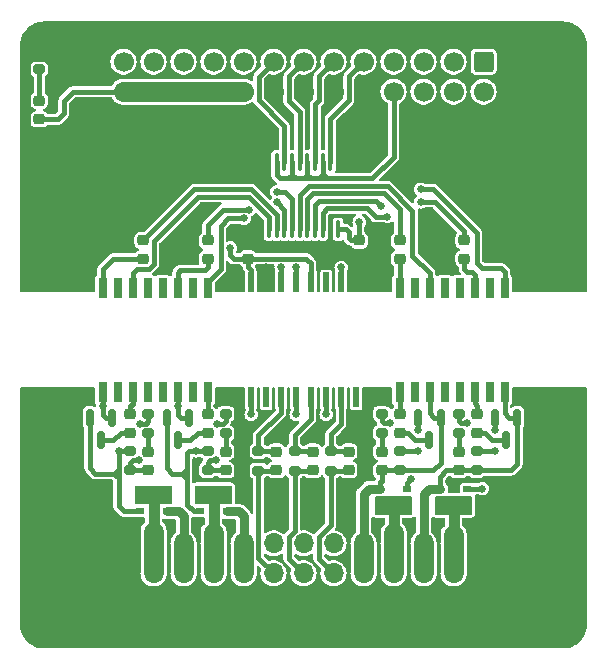
<source format=gbr>
%TF.GenerationSoftware,KiCad,Pcbnew,8.0.0*%
%TF.CreationDate,2024-03-05T00:42:56-08:00*%
%TF.ProjectId,DSS-SSR4E,4453532d-5353-4523-9445-2e6b69636164,rev?*%
%TF.SameCoordinates,Original*%
%TF.FileFunction,Copper,L1,Top*%
%TF.FilePolarity,Positive*%
%FSLAX46Y46*%
G04 Gerber Fmt 4.6, Leading zero omitted, Abs format (unit mm)*
G04 Created by KiCad (PCBNEW 8.0.0) date 2024-03-05 00:42:56*
%MOMM*%
%LPD*%
G01*
G04 APERTURE LIST*
G04 Aperture macros list*
%AMRoundRect*
0 Rectangle with rounded corners*
0 $1 Rounding radius*
0 $2 $3 $4 $5 $6 $7 $8 $9 X,Y pos of 4 corners*
0 Add a 4 corners polygon primitive as box body*
4,1,4,$2,$3,$4,$5,$6,$7,$8,$9,$2,$3,0*
0 Add four circle primitives for the rounded corners*
1,1,$1+$1,$2,$3*
1,1,$1+$1,$4,$5*
1,1,$1+$1,$6,$7*
1,1,$1+$1,$8,$9*
0 Add four rect primitives between the rounded corners*
20,1,$1+$1,$2,$3,$4,$5,0*
20,1,$1+$1,$4,$5,$6,$7,0*
20,1,$1+$1,$6,$7,$8,$9,0*
20,1,$1+$1,$8,$9,$2,$3,0*%
G04 Aperture macros list end*
%TA.AperFunction,ComponentPad*%
%ADD10C,0.800000*%
%TD*%
%TA.AperFunction,ComponentPad*%
%ADD11C,6.400000*%
%TD*%
%TA.AperFunction,SMDPad,CuDef*%
%ADD12RoundRect,0.200000X-0.275000X0.200000X-0.275000X-0.200000X0.275000X-0.200000X0.275000X0.200000X0*%
%TD*%
%TA.AperFunction,SMDPad,CuDef*%
%ADD13RoundRect,0.225000X0.250000X-0.225000X0.250000X0.225000X-0.250000X0.225000X-0.250000X-0.225000X0*%
%TD*%
%TA.AperFunction,SMDPad,CuDef*%
%ADD14RoundRect,0.150000X-0.150000X0.587500X-0.150000X-0.587500X0.150000X-0.587500X0.150000X0.587500X0*%
%TD*%
%TA.AperFunction,SMDPad,CuDef*%
%ADD15RoundRect,0.218750X0.256250X-0.218750X0.256250X0.218750X-0.256250X0.218750X-0.256250X-0.218750X0*%
%TD*%
%TA.AperFunction,SMDPad,CuDef*%
%ADD16R,0.700000X0.510000*%
%TD*%
%TA.AperFunction,ComponentPad*%
%ADD17R,1.700000X1.700000*%
%TD*%
%TA.AperFunction,ComponentPad*%
%ADD18O,1.700000X1.700000*%
%TD*%
%TA.AperFunction,SMDPad,CuDef*%
%ADD19R,0.760000X1.700000*%
%TD*%
%TA.AperFunction,SMDPad,CuDef*%
%ADD20RoundRect,0.030600X0.224400X-0.806900X0.224400X0.806900X-0.224400X0.806900X-0.224400X-0.806900X0*%
%TD*%
%TA.AperFunction,SMDPad,CuDef*%
%ADD21RoundRect,0.225000X-0.250000X0.225000X-0.250000X-0.225000X0.250000X-0.225000X0.250000X0.225000X0*%
%TD*%
%TA.AperFunction,SMDPad,CuDef*%
%ADD22RoundRect,0.100000X-0.100000X0.637500X-0.100000X-0.637500X0.100000X-0.637500X0.100000X0.637500X0*%
%TD*%
%TA.AperFunction,ComponentPad*%
%ADD23RoundRect,0.250000X-0.600000X0.600000X-0.600000X-0.600000X0.600000X-0.600000X0.600000X0.600000X0*%
%TD*%
%TA.AperFunction,ComponentPad*%
%ADD24C,1.700000*%
%TD*%
%TA.AperFunction,SMDPad,CuDef*%
%ADD25RoundRect,0.218750X-0.256250X0.218750X-0.256250X-0.218750X0.256250X-0.218750X0.256250X0.218750X0*%
%TD*%
%TA.AperFunction,SMDPad,CuDef*%
%ADD26RoundRect,0.200000X0.275000X-0.200000X0.275000X0.200000X-0.275000X0.200000X-0.275000X-0.200000X0*%
%TD*%
%TA.AperFunction,ViaPad*%
%ADD27C,0.635000*%
%TD*%
%TA.AperFunction,Conductor*%
%ADD28C,0.406400*%
%TD*%
%TA.AperFunction,Conductor*%
%ADD29C,1.701800*%
%TD*%
%TA.AperFunction,Conductor*%
%ADD30C,0.800100*%
%TD*%
%TA.AperFunction,Conductor*%
%ADD31C,0.254000*%
%TD*%
%TA.AperFunction,Conductor*%
%ADD32C,0.952500*%
%TD*%
G04 APERTURE END LIST*
D10*
%TO.P,H2,1,1*%
%TO.N,GND*%
X244018200Y-91015000D03*
X245715256Y-91717944D03*
X242321144Y-91717944D03*
X246418200Y-93415000D03*
D11*
X244018200Y-93415000D03*
D10*
X241618200Y-93415000D03*
X245715256Y-95112056D03*
X242321144Y-95112056D03*
X244018200Y-95815000D03*
%TO.P,H2,2,2*%
%TO.N,GND1*%
X244018200Y-116015000D03*
X245715256Y-116717944D03*
X242321144Y-116717944D03*
X246418200Y-118415000D03*
D11*
X244018200Y-118415000D03*
D10*
X241618200Y-118415000D03*
X245715256Y-120112056D03*
X242321144Y-120112056D03*
X244018200Y-120815000D03*
%TD*%
%TO.P,H1,1,1*%
%TO.N,GND*%
X205003800Y-91011800D03*
X206700856Y-91714744D03*
X203306744Y-91714744D03*
X207403800Y-93411800D03*
D11*
X205003800Y-93411800D03*
D10*
X202603800Y-93411800D03*
X206700856Y-95108856D03*
X203306744Y-95108856D03*
X205003800Y-95811800D03*
%TO.P,H1,2,2*%
%TO.N,GND1*%
X205003800Y-116011800D03*
X206700856Y-116714744D03*
X203306744Y-116714744D03*
X207403800Y-118411800D03*
D11*
X205003800Y-118411800D03*
D10*
X202603800Y-118411800D03*
X206700856Y-120108856D03*
X203306744Y-120108856D03*
X205003800Y-120811800D03*
%TD*%
D12*
%TO.P,R10,1*%
%TO.N,/gate01*%
X217907000Y-108719000D03*
%TO.P,R10,2*%
%TO.N,/led01*%
X217907000Y-110369000D03*
%TD*%
D13*
%TO.P,C8,1*%
%TO.N,/01D*%
X216383000Y-110319000D03*
%TO.P,C8,2*%
%TO.N,/01C*%
X216383000Y-108769000D03*
%TD*%
D14*
%TO.P,D3,1,K*%
%TO.N,/source01*%
X214818400Y-109063700D03*
%TO.P,D3,2,A*%
%TO.N,/gate01*%
X212918400Y-109063700D03*
%TO.P,D3,3,K*%
%TO.N,/01D*%
X213868400Y-110938700D03*
%TD*%
D12*
%TO.P,R9,1*%
%TO.N,/gate00*%
X211379200Y-108719000D03*
%TO.P,R9,2*%
%TO.N,/led00*%
X211379200Y-110369000D03*
%TD*%
D13*
%TO.P,C7,1*%
%TO.N,/00D*%
X209855200Y-110319000D03*
%TO.P,C7,2*%
%TO.N,/00C*%
X209855200Y-108769000D03*
%TD*%
D14*
%TO.P,D2,1,K*%
%TO.N,/source00*%
X208316000Y-109063700D03*
%TO.P,D2,2,A*%
%TO.N,/gate00*%
X206416000Y-109063700D03*
%TO.P,D2,3,K*%
%TO.N,/00D*%
X207366000Y-110938700D03*
%TD*%
D12*
%TO.P,R5,1*%
%TO.N,/gate00*%
X209855200Y-111855900D03*
%TO.P,R5,2*%
%TO.N,/source00*%
X209855200Y-113505900D03*
%TD*%
D15*
%TO.P,D6,1,K*%
%TO.N,/source00*%
X211379200Y-113506500D03*
%TO.P,D6,2,A*%
%TO.N,/led00*%
X211379200Y-111931500D03*
%TD*%
D12*
%TO.P,R6,1*%
%TO.N,/gate01*%
X216383000Y-111855900D03*
%TO.P,R6,2*%
%TO.N,/source01*%
X216383000Y-113505900D03*
%TD*%
D15*
%TO.P,D7,1,K*%
%TO.N,/source01*%
X217907000Y-113506500D03*
%TO.P,D7,2,A*%
%TO.N,/led01*%
X217907000Y-111931500D03*
%TD*%
D12*
%TO.P,R2,1*%
%TO.N,/in1-*%
X220688300Y-111894000D03*
%TO.P,R2,2*%
%TO.N,/ENC-00_A-*%
X220688300Y-113544000D03*
%TD*%
D13*
%TO.P,C11,1*%
%TO.N,/ENC-00_A-*%
X222212300Y-113494000D03*
%TO.P,C11,2*%
%TO.N,/in1-*%
X222212300Y-111944000D03*
%TD*%
D12*
%TO.P,R3,1*%
%TO.N,/in2-*%
X223749000Y-111894000D03*
%TO.P,R3,2*%
%TO.N,/ENC-00_B-*%
X223749000Y-113544000D03*
%TD*%
D13*
%TO.P,C12,1*%
%TO.N,/ENC-00_B-*%
X225273000Y-113494000D03*
%TO.P,C12,2*%
%TO.N,/in2-*%
X225273000Y-111944000D03*
%TD*%
D12*
%TO.P,R4,1*%
%TO.N,/in3-*%
X226809700Y-111894000D03*
%TO.P,R4,2*%
%TO.N,/ENC-00_Z-*%
X226809700Y-113544000D03*
%TD*%
D13*
%TO.P,C13,1*%
%TO.N,/ENC-00_Z-*%
X228333700Y-113494000D03*
%TO.P,C13,2*%
%TO.N,/in3-*%
X228333700Y-111944000D03*
%TD*%
D12*
%TO.P,R11,1*%
%TO.N,/gate02*%
X231115000Y-108719000D03*
%TO.P,R11,2*%
%TO.N,/led02*%
X231115000Y-110369000D03*
%TD*%
D13*
%TO.P,C9,1*%
%TO.N,/02D*%
X232639000Y-110319000D03*
%TO.P,C9,2*%
%TO.N,/02C*%
X232639000Y-108769000D03*
%TD*%
D14*
%TO.P,D4,1,K*%
%TO.N,/source02*%
X236103600Y-109063700D03*
%TO.P,D4,2,A*%
%TO.N,/gate02*%
X234203600Y-109063700D03*
%TO.P,D4,3,K*%
%TO.N,/02D*%
X235153600Y-110938700D03*
%TD*%
D12*
%TO.P,R12,1*%
%TO.N,/gate03*%
X237642800Y-108719000D03*
%TO.P,R12,2*%
%TO.N,/led03*%
X237642800Y-110369000D03*
%TD*%
D13*
%TO.P,C10,1*%
%TO.N,/03D*%
X239166800Y-110319000D03*
%TO.P,C10,2*%
%TO.N,/03C*%
X239166800Y-108769000D03*
%TD*%
D14*
%TO.P,D5,1,K*%
%TO.N,/source03*%
X242606000Y-109063700D03*
%TO.P,D5,2,A*%
%TO.N,/gate03*%
X240706000Y-109063700D03*
%TO.P,D5,3,K*%
%TO.N,/03D*%
X241656000Y-110938700D03*
%TD*%
D12*
%TO.P,R8,1*%
%TO.N,/gate03*%
X239166800Y-111855900D03*
%TO.P,R8,2*%
%TO.N,/source03*%
X239166800Y-113505900D03*
%TD*%
D15*
%TO.P,D9,1,K*%
%TO.N,/source03*%
X237642800Y-113506500D03*
%TO.P,D9,2,A*%
%TO.N,/led03*%
X237642800Y-111931500D03*
%TD*%
D12*
%TO.P,R7,1*%
%TO.N,/gate02*%
X232639000Y-111855900D03*
%TO.P,R7,2*%
%TO.N,/source02*%
X232639000Y-113505900D03*
%TD*%
D15*
%TO.P,D8,1,K*%
%TO.N,/source02*%
X231115000Y-113506500D03*
%TO.P,D8,2,A*%
%TO.N,/led02*%
X231115000Y-111931500D03*
%TD*%
D16*
%TO.P,Q4,1,1*%
%TO.N,/drain03*%
X238371000Y-116971000D03*
%TO.P,Q4,2,2*%
X238371000Y-116021000D03*
%TO.P,Q4,3,3*%
%TO.N,/gate03*%
X238371000Y-115071000D03*
%TO.P,Q4,4,4*%
%TO.N,/source03*%
X236051000Y-115071000D03*
%TO.P,Q4,5,5*%
%TO.N,/drain03*%
X236051000Y-116021000D03*
%TO.P,Q4,6,6*%
X236051000Y-116971000D03*
%TD*%
%TO.P,Q3,1,1*%
%TO.N,/drain02*%
X233291000Y-116971000D03*
%TO.P,Q3,2,2*%
X233291000Y-116021000D03*
%TO.P,Q3,3,3*%
%TO.N,/gate02*%
X233291000Y-115071000D03*
%TO.P,Q3,4,4*%
%TO.N,/source02*%
X230971000Y-115071000D03*
%TO.P,Q3,5,5*%
%TO.N,/drain02*%
X230971000Y-116021000D03*
%TO.P,Q3,6,6*%
X230971000Y-116971000D03*
%TD*%
%TO.P,Q2,1,1*%
%TO.N,/drain01*%
X215723110Y-115100049D03*
%TO.P,Q2,2,2*%
X215723110Y-116050049D03*
%TO.P,Q2,3,3*%
%TO.N,/gate01*%
X215723110Y-117000049D03*
%TO.P,Q2,4,4*%
%TO.N,/source01*%
X218043110Y-117000049D03*
%TO.P,Q2,5,5*%
%TO.N,/drain01*%
X218043110Y-116050049D03*
%TO.P,Q2,6,6*%
X218043110Y-115100049D03*
%TD*%
%TO.P,Q1,1,1*%
%TO.N,/drain00*%
X210643110Y-115100049D03*
%TO.P,Q1,2,2*%
X210643110Y-116050049D03*
%TO.P,Q1,3,3*%
%TO.N,/gate00*%
X210643110Y-117000049D03*
%TO.P,Q1,4,4*%
%TO.N,/source00*%
X212963110Y-117000049D03*
%TO.P,Q1,5,5*%
%TO.N,/drain00*%
X212963110Y-116050049D03*
%TO.P,Q1,6,6*%
X212963110Y-115100049D03*
%TD*%
D17*
%TO.P,J2,1,Pin_1*%
%TO.N,/drain00*%
X211811000Y-119704000D03*
D18*
%TO.P,J2,2,Pin_2*%
X211811000Y-122244000D03*
%TO.P,J2,3,Pin_3*%
%TO.N,/source00*%
X214351000Y-119704000D03*
%TO.P,J2,4,Pin_4*%
X214351000Y-122244000D03*
%TO.P,J2,5,Pin_5*%
%TO.N,/drain01*%
X216891000Y-119704000D03*
%TO.P,J2,6,Pin_6*%
X216891000Y-122244000D03*
%TO.P,J2,7,Pin_7*%
%TO.N,/source01*%
X219431000Y-119704000D03*
%TO.P,J2,8,Pin_8*%
X219431000Y-122244000D03*
%TO.P,J2,9,Pin_9*%
%TO.N,/ENC-00_A+*%
X221971000Y-119704000D03*
%TO.P,J2,10,Pin_10*%
%TO.N,/ENC-00_A-*%
X221971000Y-122244000D03*
%TO.P,J2,11,Pin_11*%
%TO.N,/ENC-00_B+*%
X224511000Y-119704000D03*
%TO.P,J2,12,Pin_12*%
%TO.N,/ENC-00_B-*%
X224511000Y-122244000D03*
%TO.P,J2,13,Pin_13*%
%TO.N,/ENC-00_Z+*%
X227051000Y-119704000D03*
%TO.P,J2,14,Pin_14*%
%TO.N,/ENC-00_Z-*%
X227051000Y-122244000D03*
%TO.P,J2,15,Pin_15*%
%TO.N,/source02*%
X229591000Y-119704000D03*
%TO.P,J2,16,Pin_16*%
X229591000Y-122244000D03*
%TO.P,J2,17,Pin_17*%
%TO.N,/drain02*%
X232131000Y-119704000D03*
%TO.P,J2,18,Pin_18*%
X232131000Y-122244000D03*
%TO.P,J2,19,Pin_19*%
%TO.N,/source03*%
X234671000Y-119704000D03*
%TO.P,J2,20,Pin_20*%
X234671000Y-122244000D03*
%TO.P,J2,21,Pin_21*%
%TO.N,/drain03*%
X237211000Y-119704000D03*
%TO.P,J2,22,Pin_22*%
X237211000Y-122244000D03*
%TD*%
D19*
%TO.P,TR2,1,TD+*%
%TO.N,/ref03*%
X241529000Y-98072500D03*
%TO.P,TR2,2,C_TD*%
%TO.N,unconnected-(TR2-C_TD-Pad2)*%
X240259000Y-98072500D03*
%TO.P,TR2,3,TD-*%
%TO.N,/03PC*%
X238989000Y-98072500D03*
%TO.P,TR2,4*%
%TO.N,unconnected-(TR2-Pad4)*%
X237719000Y-98072500D03*
%TO.P,TR2,5*%
%TO.N,unconnected-(TR2-Pad5)*%
X236449000Y-98072500D03*
%TO.P,TR2,6,RD+*%
%TO.N,/ref02*%
X235179000Y-98072500D03*
%TO.P,TR2,7,C_RD*%
%TO.N,unconnected-(TR2-C_RD-Pad7)*%
X233909000Y-98072500D03*
%TO.P,TR2,8,RD-*%
%TO.N,/02PC*%
X232639000Y-98072500D03*
%TO.P,TR2,9,RX-*%
%TO.N,/02C*%
X232639000Y-106872500D03*
%TO.P,TR2,10,C_RX*%
%TO.N,unconnected-(TR2-C_RX-Pad10)*%
X233909000Y-106872500D03*
%TO.P,TR2,11,RX+*%
%TO.N,/source02*%
X235179000Y-106872500D03*
%TO.P,TR2,12*%
%TO.N,unconnected-(TR2-Pad12)*%
X236449000Y-106872500D03*
%TO.P,TR2,13*%
%TO.N,unconnected-(TR2-Pad13)*%
X237719000Y-106872500D03*
%TO.P,TR2,14,TX-*%
%TO.N,/03C*%
X238989000Y-106872500D03*
%TO.P,TR2,15,C_TX*%
%TO.N,unconnected-(TR2-C_TX-Pad15)*%
X240259000Y-106872500D03*
%TO.P,TR2,16,TX+*%
%TO.N,/source03*%
X241529000Y-106872500D03*
%TD*%
D20*
%TO.P,U2,1,IN1+*%
%TO.N,/ENC-00_A+*%
X220066000Y-107335000D03*
%TO.P,U2,2*%
%TO.N,unconnected-(U2-Pad2)*%
X221336000Y-107335000D03*
%TO.P,U2,3,IN1-*%
%TO.N,/in1-*%
X222606000Y-107335000D03*
%TO.P,U2,4,IN2+*%
%TO.N,/ENC-00_B+*%
X223876000Y-107335000D03*
%TO.P,U2,5,IN2-*%
%TO.N,/in2-*%
X225146000Y-107335000D03*
%TO.P,U2,6,IN3+*%
%TO.N,/ENC-00_Z+*%
X226416000Y-107335000D03*
%TO.P,U2,7,IN3-*%
%TO.N,/in3-*%
X227686000Y-107335000D03*
%TO.P,U2,8*%
%TO.N,unconnected-(U2-Pad8)*%
X228956000Y-107335000D03*
%TO.P,U2,9,GND*%
%TO.N,GND*%
X228956000Y-97610000D03*
%TO.P,U2,10,OUT3*%
%TO.N,/sigZ*%
X227686000Y-97610000D03*
%TO.P,U2,11*%
%TO.N,unconnected-(U2-Pad11)*%
X226416000Y-97610000D03*
%TO.P,U2,12,VDD*%
%TO.N,+5V*%
X225146000Y-97610000D03*
%TO.P,U2,13,OUT2*%
%TO.N,/sigB*%
X223876000Y-97610000D03*
%TO.P,U2,14,OUT1*%
%TO.N,/sigA*%
X222606000Y-97610000D03*
%TO.P,U2,15,GND*%
%TO.N,GND*%
X221336000Y-97610000D03*
%TO.P,U2,16,VDD*%
%TO.N,+5V*%
X220066000Y-97610000D03*
%TD*%
D19*
%TO.P,TR1,1,TD+*%
%TO.N,/ref01*%
X216383000Y-98072500D03*
%TO.P,TR1,2,C_TD*%
%TO.N,unconnected-(TR1-C_TD-Pad2)*%
X215113000Y-98072500D03*
%TO.P,TR1,3,TD-*%
%TO.N,/01PC*%
X213843000Y-98072500D03*
%TO.P,TR1,4*%
%TO.N,unconnected-(TR1-Pad4)*%
X212573000Y-98072500D03*
%TO.P,TR1,5*%
%TO.N,unconnected-(TR1-Pad5)*%
X211303000Y-98072500D03*
%TO.P,TR1,6,RD+*%
%TO.N,/ref00*%
X210033000Y-98072500D03*
%TO.P,TR1,7,C_RD*%
%TO.N,unconnected-(TR1-C_RD-Pad7)*%
X208763000Y-98072500D03*
%TO.P,TR1,8,RD-*%
%TO.N,/00PC*%
X207493000Y-98072500D03*
%TO.P,TR1,9,RX-*%
%TO.N,/source00*%
X207493000Y-106872500D03*
%TO.P,TR1,10,C_RX*%
%TO.N,unconnected-(TR1-C_RX-Pad10)*%
X208763000Y-106872500D03*
%TO.P,TR1,11,RX+*%
%TO.N,/00C*%
X210033000Y-106872500D03*
%TO.P,TR1,12*%
%TO.N,unconnected-(TR1-Pad12)*%
X211303000Y-106872500D03*
%TO.P,TR1,13*%
%TO.N,unconnected-(TR1-Pad13)*%
X212573000Y-106872500D03*
%TO.P,TR1,14,TX-*%
%TO.N,/source01*%
X213843000Y-106872500D03*
%TO.P,TR1,15,C_TX*%
%TO.N,unconnected-(TR1-C_TX-Pad15)*%
X215113000Y-106872500D03*
%TO.P,TR1,16,TX+*%
%TO.N,/01C*%
X216383000Y-106872500D03*
%TD*%
D13*
%TO.P,C6,1*%
%TO.N,/03PC*%
X238100000Y-95587000D03*
%TO.P,C6,2*%
%TO.N,/out03*%
X238100000Y-94037000D03*
%TD*%
%TO.P,C5,1*%
%TO.N,/02PC*%
X232639000Y-95587000D03*
%TO.P,C5,2*%
%TO.N,/out02*%
X232639000Y-94037000D03*
%TD*%
%TO.P,C4,1*%
%TO.N,GND*%
X229210000Y-95587000D03*
%TO.P,C4,2*%
%TO.N,+5V*%
X229210000Y-94037000D03*
%TD*%
D21*
%TO.P,C3,1*%
%TO.N,GND*%
X219812000Y-94037000D03*
%TO.P,C3,2*%
%TO.N,+5V*%
X219812000Y-95587000D03*
%TD*%
D13*
%TO.P,C2,1*%
%TO.N,/01PC*%
X216383000Y-95587000D03*
%TO.P,C2,2*%
%TO.N,/out01*%
X216383000Y-94037000D03*
%TD*%
%TO.P,C1,1*%
%TO.N,/00PC*%
X210922000Y-95587000D03*
%TO.P,C1,2*%
%TO.N,/out00*%
X210922000Y-94037000D03*
%TD*%
D22*
%TO.P,U1,1,~{OE1}*%
%TO.N,GND*%
X227436000Y-87377500D03*
%TO.P,U1,2,A0*%
%TO.N,/sig03*%
X226786000Y-87377500D03*
%TO.P,U1,3,A1*%
%TO.N,/sigref*%
X226136000Y-87377500D03*
%TO.P,U1,4,A2*%
%TO.N,/sig02*%
X225486000Y-87377500D03*
%TO.P,U1,5,A3*%
%TO.N,/sigref*%
X224836000Y-87377500D03*
%TO.P,U1,6,A4*%
%TO.N,/sig01*%
X224186000Y-87377500D03*
%TO.P,U1,7,A5*%
%TO.N,/sigref*%
X223536000Y-87377500D03*
%TO.P,U1,8,A6*%
%TO.N,/sig00*%
X222886000Y-87377500D03*
%TO.P,U1,9,A7*%
%TO.N,/sigref*%
X222236000Y-87377500D03*
%TO.P,U1,10,GND*%
%TO.N,GND*%
X221586000Y-87377500D03*
%TO.P,U1,11,~{Y7}*%
%TO.N,/ref00*%
X221586000Y-93102500D03*
%TO.P,U1,12,~{Y6}*%
%TO.N,/out00*%
X222236000Y-93102500D03*
%TO.P,U1,13,~{Y5}*%
%TO.N,/ref01*%
X222886000Y-93102500D03*
%TO.P,U1,14,~{Y4}*%
%TO.N,/out01*%
X223536000Y-93102500D03*
%TO.P,U1,15,~{Y3}*%
%TO.N,/ref02*%
X224186000Y-93102500D03*
%TO.P,U1,16,~{Y2}*%
%TO.N,/out02*%
X224836000Y-93102500D03*
%TO.P,U1,17,~{Y1}*%
%TO.N,/ref03*%
X225486000Y-93102500D03*
%TO.P,U1,18,~{Y0}*%
%TO.N,/out03*%
X226136000Y-93102500D03*
%TO.P,U1,19,~{OE2}*%
%TO.N,GND*%
X226786000Y-93102500D03*
%TO.P,U1,20,VCC*%
%TO.N,+5V*%
X227436000Y-93102500D03*
%TD*%
D23*
%TO.P,J1,1,Pin_1*%
%TO.N,unconnected-(J1-Pin_1-Pad1)*%
X239751000Y-78911600D03*
D24*
%TO.P,J1,2,Pin_2*%
%TO.N,/sigZ*%
X239751000Y-81451600D03*
%TO.P,J1,3,Pin_3*%
%TO.N,unconnected-(J1-Pin_3-Pad3)*%
X237211000Y-78911600D03*
%TO.P,J1,4,Pin_4*%
%TO.N,/sigB*%
X237211000Y-81451600D03*
%TO.P,J1,5,Pin_5*%
%TO.N,unconnected-(J1-Pin_5-Pad5)*%
X234671000Y-78911600D03*
%TO.P,J1,6,Pin_6*%
%TO.N,/sigA*%
X234671000Y-81451600D03*
%TO.P,J1,7,Pin_7*%
%TO.N,unconnected-(J1-Pin_7-Pad7)*%
X232131000Y-78911600D03*
%TO.P,J1,8,Pin_8*%
%TO.N,/sigref*%
X232131000Y-81451600D03*
%TO.P,J1,9,Pin_9*%
%TO.N,/sig03*%
X229591000Y-78911600D03*
%TO.P,J1,10,Pin_10*%
%TO.N,GND*%
X229591000Y-81451600D03*
%TO.P,J1,11,Pin_11*%
%TO.N,/sig02*%
X227051000Y-78911600D03*
%TO.P,J1,12,Pin_12*%
%TO.N,GND*%
X227051000Y-81451600D03*
%TO.P,J1,13,Pin_13*%
%TO.N,/sig01*%
X224511000Y-78911600D03*
%TO.P,J1,14,Pin_14*%
%TO.N,GND*%
X224511000Y-81451600D03*
%TO.P,J1,15,Pin_15*%
%TO.N,/sig00*%
X221971000Y-78911600D03*
%TO.P,J1,16,Pin_16*%
%TO.N,GND*%
X221971000Y-81451600D03*
%TO.P,J1,17,Pin_17*%
%TO.N,unconnected-(J1-Pin_17-Pad17)*%
X219431000Y-78911600D03*
%TO.P,J1,18,Pin_18*%
%TO.N,+5V*%
X219431000Y-81451600D03*
%TO.P,J1,19,Pin_19*%
%TO.N,unconnected-(J1-Pin_19-Pad19)*%
X216891000Y-78911600D03*
%TO.P,J1,20,Pin_20*%
%TO.N,+5V*%
X216891000Y-81451600D03*
%TO.P,J1,21,Pin_21*%
%TO.N,unconnected-(J1-Pin_21-Pad21)*%
X214351000Y-78911600D03*
%TO.P,J1,22,Pin_22*%
%TO.N,+5V*%
X214351000Y-81451600D03*
%TO.P,J1,23,Pin_23*%
%TO.N,unconnected-(J1-Pin_23-Pad23)*%
X211811000Y-78911600D03*
%TO.P,J1,24,Pin_24*%
%TO.N,+5V*%
X211811000Y-81451600D03*
%TO.P,J1,25,Pin_25*%
%TO.N,unconnected-(J1-Pin_25-Pad25)*%
X209271000Y-78911600D03*
%TO.P,J1,26,Pin_26*%
%TO.N,+5V*%
X209271000Y-81451600D03*
%TD*%
D25*
%TO.P,D1,1,K*%
%TO.N,/pwr_led*%
X202133600Y-82213500D03*
%TO.P,D1,2,A*%
%TO.N,+5V*%
X202133600Y-83788500D03*
%TD*%
D26*
%TO.P,R1,1*%
%TO.N,/pwr_led*%
X202133600Y-79558800D03*
%TO.P,R1,2*%
%TO.N,GND*%
X202133600Y-77908800D03*
%TD*%
D27*
%TO.N,GND*%
X236385500Y-93122900D03*
X234759900Y-93122900D03*
%TO.N,/out03*%
X231610300Y-92030700D03*
%TO.N,/ref03*%
X231026100Y-91129000D03*
%TO.N,/ref01*%
X222263100Y-90836900D03*
%TO.N,/ref03*%
X234417000Y-89719300D03*
%TO.N,/out03*%
X234455100Y-90786100D03*
%TO.N,/out01*%
X222263100Y-89937470D03*
%TO.N,GND*%
X218516600Y-97402800D03*
X214884400Y-94900900D03*
X212712700Y-94900900D03*
%TO.N,/ref01*%
X219461774Y-92176713D03*
%TO.N,/out01*%
X219917164Y-91442936D03*
%TO.N,GND*%
X230657800Y-96336000D03*
%TO.N,+5V*%
X229210000Y-92513300D03*
%TO.N,GND*%
X226786125Y-94164300D03*
X221336000Y-94608800D03*
X221336000Y-96336000D03*
%TO.N,+5V*%
X218300700Y-94685000D03*
%TO.N,/sigA*%
X222606000Y-96336000D03*
%TO.N,/sigB*%
X223876000Y-96336000D03*
%TO.N,/sigZ*%
X227686000Y-96336000D03*
%TO.N,GND1*%
X225844500Y-109925000D03*
X222860000Y-109925000D03*
X219862800Y-115640000D03*
X225400000Y-115640000D03*
X222860000Y-115640000D03*
%TO.N,/ENC-00_Z+*%
X226416000Y-108782000D03*
%TO.N,/ENC-00_B+*%
X223876000Y-108782000D03*
%TO.N,/ENC-00_A+*%
X220066000Y-108782000D03*
%TO.N,/source00*%
X207493000Y-108070800D03*
%TO.N,/source01*%
X213843000Y-108070800D03*
X218935700Y-116998900D03*
%TO.N,/source00*%
X213855700Y-116998900D03*
X210579100Y-112668700D03*
%TO.N,/source01*%
X217106900Y-112668700D03*
%TO.N,/gate00*%
X208851900Y-111854900D03*
%TO.N,/gate01*%
X215379700Y-111855400D03*
%TO.N,/gate00*%
X210655300Y-109556200D03*
%TO.N,/gate01*%
X217183100Y-109556700D03*
%TO.N,/gate02*%
X234201100Y-110128200D03*
X231800800Y-109505900D03*
X234204457Y-111856750D03*
X233616900Y-114230300D03*
%TO.N,/gate03*%
X238366700Y-109544000D03*
X239636700Y-115068500D03*
X240703500Y-110128200D03*
X240706017Y-111858250D03*
%TD*%
D28*
%TO.N,GND*%
X226786000Y-93102500D02*
X226786000Y-94164175D01*
X226786000Y-94164175D02*
X226786125Y-94164300D01*
%TO.N,/out03*%
X230607000Y-92030700D02*
X229921200Y-91344900D01*
X231610300Y-92030700D02*
X230607000Y-92030700D01*
X226530300Y-91344900D02*
X229921200Y-91344900D01*
X226136000Y-91739200D02*
X226530300Y-91344900D01*
X226136000Y-93102500D02*
X226136000Y-91739200D01*
%TO.N,/ref03*%
X230619700Y-90722600D02*
X225831800Y-90722600D01*
X231026100Y-91129000D02*
X230619700Y-90722600D01*
X225486000Y-91068400D02*
X225831800Y-90722600D01*
X225486000Y-93102500D02*
X225486000Y-91068400D01*
X241529000Y-96704300D02*
X241529000Y-98072500D01*
X239192200Y-95993100D02*
X239585900Y-96386800D01*
X239585900Y-96386800D02*
X241211500Y-96386800D01*
X239192200Y-93415000D02*
X239192200Y-95993100D01*
X241211500Y-96386800D02*
X241529000Y-96704300D01*
X235496500Y-89719300D02*
X239192200Y-93415000D01*
X234417000Y-89719300D02*
X235496500Y-89719300D01*
%TO.N,/out03*%
X238100000Y-93262600D02*
X235623500Y-90786100D01*
X235623500Y-90786100D02*
X234455100Y-90786100D01*
X238100000Y-94037000D02*
X238100000Y-93262600D01*
%TO.N,/out02*%
X232639000Y-91408400D02*
X232639000Y-94037000D01*
X225311100Y-90074900D02*
X231305500Y-90074900D01*
X231305500Y-90074900D02*
X232639000Y-91408400D01*
X224836000Y-90550000D02*
X225311100Y-90074900D01*
X224836000Y-93102500D02*
X224836000Y-90550000D01*
%TO.N,/ref02*%
X224186000Y-90234800D02*
X224186000Y-93102500D01*
X233731200Y-91560800D02*
X231635700Y-89465300D01*
X231635700Y-89465300D02*
X224955500Y-89465300D01*
X233731200Y-95332700D02*
X233731200Y-91560800D01*
X235179000Y-96780500D02*
X233731200Y-95332700D01*
X235179000Y-98072500D02*
X235179000Y-96780500D01*
X224955500Y-89465300D02*
X224186000Y-90234800D01*
%TO.N,/ref01*%
X222886000Y-91459800D02*
X222263100Y-90836900D01*
X222886000Y-93102500D02*
X222886000Y-91459800D01*
%TO.N,/ref00*%
X221586000Y-92068876D02*
X219871424Y-90354300D01*
%TO.N,/out00*%
X210922000Y-94037000D02*
X215239700Y-89719300D01*
%TO.N,/out01*%
X223536000Y-93102500D02*
X223536000Y-90560400D01*
%TO.N,/ref00*%
X211439768Y-96443400D02*
X210405700Y-96443400D01*
X210033000Y-96816100D02*
X210033000Y-98072500D01*
%TO.N,/out00*%
X215239700Y-89719300D02*
X220098529Y-89719300D01*
X220098529Y-89719300D02*
X222236000Y-91856771D01*
%TO.N,/out01*%
X223536000Y-90560400D02*
X222913070Y-89937470D01*
%TO.N,/out00*%
X222236000Y-91856771D02*
X222236000Y-93102500D01*
%TO.N,/ref00*%
X219871424Y-90354300D02*
X215544800Y-90354300D01*
X221586000Y-93102500D02*
X221586000Y-92068876D01*
X211823700Y-96059468D02*
X211439768Y-96443400D01*
X215544800Y-90354300D02*
X211823700Y-94075400D01*
X211823700Y-94075400D02*
X211823700Y-96059468D01*
X210405700Y-96443400D02*
X210033000Y-96816100D01*
%TO.N,/out01*%
X222913070Y-89937470D02*
X222263100Y-89937470D01*
X216383000Y-94037000D02*
X216383000Y-92767300D01*
X216383000Y-92767300D02*
X217707364Y-91442936D01*
X217707364Y-91442936D02*
X219917164Y-91442936D01*
%TO.N,/ref01*%
X218141987Y-92176713D02*
X219461774Y-92176713D01*
X217487900Y-92830800D02*
X218141987Y-92176713D01*
X217487900Y-96497600D02*
X217487900Y-92830800D01*
X216383000Y-97602500D02*
X217487900Y-96497600D01*
%TO.N,GND*%
X221336000Y-96336000D02*
X221336000Y-97610000D01*
%TO.N,/00PC*%
X207493000Y-98072500D02*
X207493000Y-96488700D01*
X207493000Y-96488700D02*
X208394700Y-95587000D01*
X210922000Y-95587000D02*
X208394700Y-95587000D01*
%TO.N,/01PC*%
X214058900Y-96577300D02*
X213843000Y-96793200D01*
X216383000Y-96336000D02*
X216141700Y-96577300D01*
X213843000Y-96793200D02*
X213843000Y-98072500D01*
X216383000Y-95587000D02*
X216383000Y-96336000D01*
X216141700Y-96577300D02*
X214058900Y-96577300D01*
%TO.N,/02PC*%
X232639000Y-95587000D02*
X232639000Y-98072500D01*
%TO.N,/03PC*%
X238989000Y-96945600D02*
X238989000Y-98072500D01*
X238773100Y-96729700D02*
X238989000Y-96945600D01*
X238100000Y-96450300D02*
X238379400Y-96729700D01*
X238379400Y-96729700D02*
X238773100Y-96729700D01*
X238100000Y-95587000D02*
X238100000Y-96450300D01*
%TO.N,/sigref*%
X230276800Y-88804900D02*
X226492200Y-88804900D01*
X232131000Y-86950700D02*
X230276800Y-88804900D01*
X232131000Y-81451600D02*
X232131000Y-86950700D01*
X226136000Y-88449300D02*
X226136600Y-88449300D01*
X226136600Y-88449300D02*
X226492200Y-88804900D01*
X226136600Y-88804900D02*
X226492200Y-88804900D01*
X225780400Y-88804900D02*
X226136000Y-88449300D01*
X225755600Y-88804900D02*
X225780400Y-88804900D01*
X226136000Y-88449300D02*
X226136000Y-88804300D01*
X226136000Y-87377500D02*
X226136000Y-88449300D01*
X225755600Y-88804900D02*
X226136600Y-88804900D01*
X225171400Y-88804900D02*
X225755600Y-88804900D01*
X224841200Y-88474700D02*
X225171400Y-88804900D01*
X224836000Y-88474700D02*
X224841200Y-88474700D01*
X224828500Y-88804900D02*
X225171400Y-88804900D01*
X224523700Y-88787000D02*
X224836000Y-88474700D01*
X224523700Y-88804900D02*
X224523700Y-88787000D01*
X224836000Y-88474700D02*
X224836000Y-88797400D01*
X224836000Y-87377500D02*
X224836000Y-88474700D01*
X224523700Y-88804900D02*
X224828500Y-88804900D01*
X223863300Y-88804900D02*
X224523700Y-88804900D01*
X223536000Y-88477600D02*
X223863300Y-88804900D01*
X223545800Y-88804900D02*
X223863300Y-88804900D01*
X223536000Y-88474700D02*
X223536000Y-88477600D01*
X223139400Y-88804900D02*
X223205800Y-88804900D01*
X223205800Y-88804900D02*
X223536000Y-88474700D01*
X223536000Y-88474700D02*
X223536000Y-88795100D01*
X223536000Y-87377500D02*
X223536000Y-88474700D01*
X223139400Y-88804900D02*
X223342600Y-88804900D01*
X222542500Y-88804900D02*
X223139400Y-88804900D01*
X226136000Y-88804300D02*
X226136600Y-88804900D01*
X224836000Y-88797400D02*
X224828500Y-88804900D01*
X223536000Y-88795100D02*
X223545800Y-88804900D01*
X223342600Y-88804900D02*
X223545800Y-88804900D01*
X222529800Y-88792200D02*
X222542500Y-88804900D01*
X222236000Y-88498400D02*
X222529800Y-88792200D01*
X222236000Y-87377500D02*
X222236000Y-88498400D01*
%TO.N,GND*%
X230657800Y-95853400D02*
X230657800Y-96336000D01*
X230391400Y-95587000D02*
X230657800Y-95853400D01*
X229210000Y-95587000D02*
X230391400Y-95587000D01*
%TO.N,+5V*%
X229210000Y-94037000D02*
X229210000Y-92513300D01*
%TO.N,GND*%
X220764200Y-94037000D02*
X221336000Y-94608800D01*
X219812000Y-94037000D02*
X220764200Y-94037000D01*
%TO.N,+5V*%
X228549300Y-94037000D02*
X229210000Y-94037000D01*
X228327350Y-93345150D02*
X228327350Y-93815050D01*
X228327350Y-93815050D02*
X228549300Y-94037000D01*
X228084700Y-93102500D02*
X228327350Y-93345150D01*
X227436000Y-93102500D02*
X228084700Y-93102500D01*
X218300700Y-95307300D02*
X218300700Y-94685000D01*
X218580400Y-95587000D02*
X218300700Y-95307300D01*
X219812000Y-95587000D02*
X218580400Y-95587000D01*
%TO.N,/sig00*%
X222886000Y-84385900D02*
X222886000Y-87377500D01*
X220701000Y-82200900D02*
X222886000Y-84385900D01*
X220701000Y-80181600D02*
X220701000Y-82200900D01*
X221971000Y-78911600D02*
X220701000Y-80181600D01*
%TO.N,/sig03*%
X228334600Y-82187300D02*
X228334600Y-80168000D01*
X228334600Y-80168000D02*
X229591000Y-78911600D01*
X226786000Y-87377500D02*
X226786000Y-83735900D01*
X226786000Y-83735900D02*
X228334600Y-82187300D01*
%TO.N,/sig01*%
X223254600Y-80168000D02*
X224511000Y-78911600D01*
X224186000Y-83158600D02*
X223254600Y-82227200D01*
X223254600Y-82227200D02*
X223254600Y-80168000D01*
X224186000Y-87377500D02*
X224186000Y-83158600D01*
%TO.N,/sig02*%
X225794600Y-82197100D02*
X225794600Y-80168000D01*
X225486000Y-82505700D02*
X225794600Y-82197100D01*
X225486000Y-87377500D02*
X225486000Y-82505700D01*
X225794600Y-80168000D02*
X227051000Y-78911600D01*
%TO.N,/sigA*%
X222606000Y-97610000D02*
X222606000Y-96336000D01*
%TO.N,/sigB*%
X223876000Y-97610000D02*
X223876000Y-96336000D01*
%TO.N,/sigZ*%
X227686000Y-96336000D02*
X227686000Y-97610000D01*
%TO.N,+5V*%
X224752600Y-95587000D02*
X219812000Y-95587000D01*
X225146000Y-95980400D02*
X224752600Y-95587000D01*
X225146000Y-97610000D02*
X225146000Y-95980400D01*
X219812000Y-96310600D02*
X219812000Y-95587000D01*
X220066000Y-96564600D02*
X219812000Y-96310600D01*
X220066000Y-97610000D02*
X220066000Y-96564600D01*
X204203700Y-83293100D02*
X204203700Y-82213600D01*
X204965700Y-81451600D02*
X209271000Y-81451600D01*
X203708300Y-83788500D02*
X204203700Y-83293100D01*
X202133600Y-83788500D02*
X203708300Y-83788500D01*
X204203700Y-82213600D02*
X204965700Y-81451600D01*
%TO.N,/pwr_led*%
X202133600Y-79558800D02*
X202133600Y-82213500D01*
D29*
%TO.N,+5V*%
X214351000Y-81451600D02*
X216891000Y-81451600D01*
X216891000Y-81451600D02*
X219431000Y-81451600D01*
X211811000Y-81451600D02*
X214351000Y-81451600D01*
X209271000Y-81451600D02*
X211811000Y-81451600D01*
D28*
%TO.N,/ENC-00_B-*%
X223254600Y-120987600D02*
X224511000Y-122244000D01*
X223254600Y-119183582D02*
X223254600Y-120987600D01*
X223749000Y-118689182D02*
X223254600Y-119183582D01*
X223749000Y-113544000D02*
X223749000Y-118689182D01*
%TO.N,/ENC-00_Z-*%
X226809700Y-118168482D02*
X226809700Y-113544000D01*
X225794600Y-119183582D02*
X226809700Y-118168482D01*
X225794600Y-120987600D02*
X225794600Y-119183582D01*
X227051000Y-122244000D02*
X225794600Y-120987600D01*
%TO.N,/ENC-00_Z+*%
X226416000Y-107335000D02*
X226416000Y-108782000D01*
%TO.N,/ENC-00_B+*%
X223876000Y-107335000D02*
X223876000Y-108782000D01*
%TO.N,/ENC-00_A+*%
X220066000Y-107335000D02*
X220066000Y-108782000D01*
%TO.N,/ENC-00_A-*%
X220688300Y-120961300D02*
X220688300Y-113544000D01*
X221971000Y-122244000D02*
X220688300Y-120961300D01*
%TO.N,/in1-*%
X220688300Y-110560000D02*
X222606000Y-108642300D01*
X220688300Y-111894000D02*
X220688300Y-110560000D01*
X222606000Y-107335000D02*
X222606000Y-108642300D01*
%TO.N,/in2-*%
X223749000Y-110560000D02*
X225146000Y-109163000D01*
X223749000Y-111894000D02*
X223749000Y-110560000D01*
X225146000Y-107335000D02*
X225146000Y-109163000D01*
%TO.N,/in3-*%
X226809700Y-110471100D02*
X227686000Y-109594800D01*
X226809700Y-111894000D02*
X226809700Y-110471100D01*
X227686000Y-107335000D02*
X227686000Y-109594800D01*
%TO.N,/ENC-00_Z-*%
X226809700Y-113544000D02*
X228283700Y-113544000D01*
%TO.N,/in3-*%
X226809700Y-111894000D02*
X228283700Y-111894000D01*
%TO.N,/ENC-00_B-*%
X223749000Y-113544000D02*
X225223000Y-113544000D01*
%TO.N,/in2-*%
X223749000Y-111894000D02*
X225223000Y-111894000D01*
%TO.N,/ENC-00_A-*%
X220688300Y-113544000D02*
X222162300Y-113544000D01*
%TO.N,/in1-*%
X220688300Y-111894000D02*
X222162300Y-111894000D01*
%TO.N,/gate01*%
X214630400Y-116427400D02*
X214630400Y-114230300D01*
X215203049Y-117000049D02*
X214630400Y-116427400D01*
X215723111Y-117000049D02*
X215203049Y-117000049D01*
%TO.N,/source03*%
X236051001Y-115071000D02*
X236051001Y-114056799D01*
X237642800Y-113506501D02*
X236601299Y-113506501D01*
X236601299Y-113506501D02*
X236051001Y-114056799D01*
%TO.N,/gate01*%
X214199322Y-113799222D02*
X214630400Y-114230300D01*
X214630400Y-114230300D02*
X214630400Y-113785800D01*
X214197878Y-113799222D02*
X214199322Y-113799222D01*
X214197878Y-113799222D02*
X214630400Y-113366700D01*
X214185900Y-113799222D02*
X214197878Y-113799222D01*
X214630400Y-113366700D02*
X214630400Y-112071300D01*
X214630400Y-113785800D02*
X214630400Y-113366700D01*
X214185900Y-113799222D02*
X214616978Y-113799222D01*
X213373622Y-113799222D02*
X214185900Y-113799222D01*
%TO.N,/gate00*%
X208445500Y-113798500D02*
X208851900Y-114204900D01*
X208851900Y-113798500D02*
X208851900Y-114204900D01*
X208851900Y-114204900D02*
X208851900Y-116541700D01*
X208851900Y-111854900D02*
X208851900Y-113341300D01*
X208445500Y-113798500D02*
X208851900Y-113798500D01*
X208851900Y-113341300D02*
X208851900Y-113798500D01*
X206870700Y-113798500D02*
X208445500Y-113798500D01*
X208445500Y-113798500D02*
X208851900Y-113392100D01*
X208851900Y-113392100D02*
X208851900Y-113341300D01*
%TO.N,/source02*%
X231115000Y-114382700D02*
X230971001Y-114526699D01*
X231115000Y-113506501D02*
X231115000Y-114382700D01*
X230971001Y-115071000D02*
X230971001Y-114526699D01*
D30*
X229591000Y-115487600D02*
X230007600Y-115071000D01*
X229591000Y-119704000D02*
X229591000Y-115487600D01*
X230007600Y-115071000D02*
X231021636Y-115071000D01*
D28*
%TO.N,/gate01*%
X214616978Y-113799222D02*
X214630400Y-113785800D01*
X212918922Y-109064422D02*
X212918922Y-113344522D01*
X212918922Y-113344522D02*
X213373622Y-113799222D01*
%TO.N,/gate00*%
X206416000Y-109063700D02*
X206416000Y-113343800D01*
X206416000Y-113343800D02*
X206870700Y-113798500D01*
%TO.N,/source00*%
X207493000Y-108070800D02*
X207493000Y-108807400D01*
%TO.N,/source01*%
X213843000Y-108070800D02*
X213843000Y-108794700D01*
D30*
X218934551Y-117000049D02*
X217991074Y-117000049D01*
X218935700Y-116998900D02*
X218934551Y-117000049D01*
X218936849Y-117000049D02*
X218935700Y-116998900D01*
%TO.N,/source00*%
X213854551Y-117000049D02*
X212912752Y-117000049D01*
X213855700Y-116998900D02*
X213854551Y-117000049D01*
X213856849Y-117000049D02*
X213855700Y-116998900D01*
D28*
X210058400Y-112668700D02*
X210579100Y-112668700D01*
X209855200Y-113506400D02*
X209855200Y-112871900D01*
X209855200Y-112871900D02*
X210058400Y-112668700D01*
%TO.N,/source01*%
X216383000Y-112871900D02*
X216586200Y-112668700D01*
X216383000Y-113506400D02*
X216383000Y-112871900D01*
X216586200Y-112668700D02*
X217106900Y-112668700D01*
%TO.N,/gate01*%
X214846300Y-111855400D02*
X215379700Y-111855400D01*
X214630400Y-112071300D02*
X214846300Y-111855400D01*
%TO.N,/gate00*%
X209310249Y-117000049D02*
X208851900Y-116541700D01*
X210643111Y-117000049D02*
X209310249Y-117000049D01*
X209855200Y-111855400D02*
X208852400Y-111855400D01*
%TO.N,/gate01*%
X215380200Y-111855900D02*
X215379700Y-111855400D01*
X216383000Y-111855900D02*
X215380200Y-111855900D01*
%TO.N,/gate00*%
X211379200Y-109353000D02*
X211176000Y-109556200D01*
X211379200Y-108718500D02*
X211379200Y-109353000D01*
X211176000Y-109556200D02*
X210655300Y-109556200D01*
%TO.N,/gate01*%
X217907000Y-109353500D02*
X217703800Y-109556700D01*
X217703800Y-109556700D02*
X217183100Y-109556700D01*
X217907000Y-108719000D02*
X217907000Y-109353500D01*
%TO.N,/source00*%
X211379200Y-113506501D02*
X209855801Y-113506501D01*
%TO.N,/led00*%
X211379200Y-110369000D02*
X211379200Y-111931499D01*
%TO.N,/source01*%
X217907000Y-113506501D02*
X216383601Y-113506501D01*
%TO.N,/led01*%
X217907000Y-111931499D02*
X217907000Y-110369000D01*
%TO.N,/00C*%
X209855200Y-108058100D02*
X210033000Y-107880300D01*
X209855200Y-108769000D02*
X209855200Y-108058100D01*
X210033000Y-106872500D02*
X210033000Y-107880300D01*
%TO.N,/01C*%
X216383000Y-106872500D02*
X216383000Y-108769000D01*
%TO.N,/source01*%
X214112000Y-109063700D02*
X213843000Y-108794700D01*
X214818400Y-109063700D02*
X214112000Y-109063700D01*
X213843000Y-106872500D02*
X213843000Y-108070800D01*
%TO.N,/source00*%
X207749300Y-109063700D02*
X207493000Y-108807400D01*
X208316000Y-109063700D02*
X207749300Y-109063700D01*
X207493000Y-106872500D02*
X207493000Y-108070800D01*
%TO.N,/00D*%
X208396999Y-110938701D02*
X207366000Y-110938701D01*
X209016700Y-110319000D02*
X208396999Y-110938701D01*
X209855200Y-110319000D02*
X209016700Y-110319000D01*
%TO.N,/01D*%
X214907501Y-110938701D02*
X213868400Y-110938701D01*
X214909800Y-110941000D02*
X214907501Y-110938701D01*
X215531800Y-110319000D02*
X214909800Y-110941000D01*
X216383000Y-110319000D02*
X215531800Y-110319000D01*
%TO.N,/02C*%
X232639000Y-106872500D02*
X232639000Y-108769000D01*
%TO.N,/02D*%
X233982901Y-110938701D02*
X233363200Y-110319000D01*
X232639000Y-110319000D02*
X233363200Y-110319000D01*
X235153600Y-110938701D02*
X233982901Y-110938701D01*
%TO.N,/03C*%
X238989000Y-106872500D02*
X238989000Y-107854900D01*
X239166800Y-108769000D02*
X239166800Y-108032700D01*
X239166800Y-108032700D02*
X238989000Y-107854900D01*
%TO.N,/03D*%
X240485301Y-110938701D02*
X239865600Y-110319000D01*
X241656000Y-110938701D02*
X240485301Y-110938701D01*
X239166800Y-110319000D02*
X239865600Y-110319000D01*
D29*
%TO.N,/source00*%
X214351000Y-122244000D02*
X214351000Y-119704000D01*
D30*
X213933049Y-117000049D02*
X213856849Y-117000049D01*
X214351000Y-117418000D02*
X213933049Y-117000049D01*
X214351000Y-119704000D02*
X214351000Y-117418000D01*
D29*
%TO.N,/source01*%
X219431000Y-122244000D02*
X219431000Y-119704000D01*
D30*
X219431000Y-119704000D02*
X219431000Y-117418000D01*
X219013049Y-117000049D02*
X218936849Y-117000049D01*
X219431000Y-117418000D02*
X219013049Y-117000049D01*
D28*
%TO.N,/source02*%
X235471600Y-113505900D02*
X236103600Y-112873900D01*
X236103600Y-109063700D02*
X236103600Y-112873900D01*
X232639000Y-113505900D02*
X235471600Y-113505900D01*
X235179000Y-106872500D02*
X235179000Y-108655000D01*
D29*
X229591000Y-119704000D02*
X229591000Y-122244000D01*
D28*
X231115000Y-113506501D02*
X232638399Y-113506501D01*
X236103600Y-109063700D02*
X235587700Y-109063700D01*
X235587700Y-109063700D02*
X235179000Y-108655000D01*
D31*
%TO.N,/gate02*%
X234203607Y-111855900D02*
X234204457Y-111856750D01*
D28*
X231305500Y-109505900D02*
X231800800Y-109505900D01*
X234203600Y-109063700D02*
X234203600Y-110125700D01*
X231115000Y-108719000D02*
X231115000Y-109315400D01*
D31*
X234203600Y-110125700D02*
X234201100Y-110128200D01*
D28*
X233290999Y-115071000D02*
X233290999Y-114556201D01*
X231115000Y-109315400D02*
X231305500Y-109505900D01*
X232639000Y-111855900D02*
X234203607Y-111855900D01*
X233290999Y-114556201D02*
X233616900Y-114230300D01*
D31*
%TO.N,/gate03*%
X239634200Y-115071000D02*
X239636700Y-115068500D01*
D28*
X238370999Y-115071000D02*
X239634200Y-115071000D01*
D31*
X240703667Y-111855900D02*
X240706017Y-111858250D01*
D28*
X237642800Y-109378900D02*
X237807900Y-109544000D01*
X240706000Y-110125700D02*
X240703500Y-110128200D01*
X237642800Y-108719000D02*
X237642800Y-109378900D01*
X237807900Y-109544000D02*
X238366700Y-109544000D01*
X240706000Y-109063700D02*
X240706000Y-110125700D01*
X239166800Y-111855900D02*
X240703667Y-111855900D01*
%TO.N,/source03*%
X242606000Y-109063700D02*
X241912300Y-109063700D01*
D30*
X234671000Y-119704000D02*
X234671000Y-115487600D01*
D28*
X241912300Y-109063700D02*
X241529000Y-108680400D01*
D30*
X235087600Y-115071000D02*
X236101636Y-115071000D01*
D28*
X242047700Y-113505900D02*
X242606000Y-112947600D01*
X239166800Y-113505900D02*
X242047700Y-113505900D01*
X241529000Y-106872500D02*
X241529000Y-108680400D01*
D29*
X234671000Y-119704000D02*
X234671000Y-122244000D01*
D28*
X242606000Y-109063700D02*
X242606000Y-112947600D01*
X237642800Y-113506501D02*
X239166199Y-113506501D01*
D30*
X234671000Y-115487600D02*
X235087600Y-115071000D01*
D28*
%TO.N,/led02*%
X231115000Y-110369000D02*
X231115000Y-111931499D01*
%TO.N,/led03*%
X237642800Y-111931499D02*
X237642800Y-110369000D01*
D29*
%TO.N,/drain00*%
X211811000Y-122244000D02*
X211811000Y-119704000D01*
X211811000Y-119704000D02*
X211811000Y-118713400D01*
D32*
X211811000Y-118713400D02*
X211811000Y-115640000D01*
D29*
%TO.N,/drain03*%
X237211000Y-119704000D02*
X237211000Y-118992800D01*
X237211000Y-122244000D02*
X237211000Y-119704000D01*
D32*
X237211000Y-118992800D02*
X237211000Y-116656000D01*
%TO.N,/drain02*%
X232131000Y-118853100D02*
X232131000Y-116656000D01*
D29*
X232131000Y-122244000D02*
X232131000Y-119704000D01*
X232131000Y-119704000D02*
X232131000Y-118853100D01*
%TO.N,/drain01*%
X216891000Y-122244000D02*
X216891000Y-119704000D01*
X216891000Y-119704000D02*
X216891000Y-118840400D01*
D32*
X216887409Y-115643591D02*
X216891000Y-115640000D01*
X216891000Y-118840400D02*
X216887409Y-118836809D01*
X216887409Y-118836809D02*
X216887409Y-115643591D01*
%TD*%
%TA.AperFunction,Conductor*%
%TO.N,/drain03*%
G36*
X238742094Y-115747206D02*
G01*
X238760400Y-115791400D01*
X238760400Y-117203100D01*
X238742094Y-117247294D01*
X238697900Y-117265600D01*
X235724100Y-117265600D01*
X235679906Y-117247294D01*
X235661600Y-117203100D01*
X235661600Y-115791400D01*
X235679906Y-115747206D01*
X235724100Y-115728900D01*
X238697900Y-115728900D01*
X238742094Y-115747206D01*
G37*
%TD.AperFunction*%
%TD*%
%TA.AperFunction,Conductor*%
%TO.N,/drain00*%
G36*
X213334203Y-114823755D02*
G01*
X213352509Y-114867949D01*
X213352509Y-116279649D01*
X213334203Y-116323843D01*
X213290009Y-116342149D01*
X210316210Y-116342149D01*
X210272016Y-116323843D01*
X210253710Y-116279649D01*
X210253710Y-114867949D01*
X210272016Y-114823755D01*
X210316210Y-114805449D01*
X213290009Y-114805449D01*
X213334203Y-114823755D01*
G37*
%TD.AperFunction*%
%TD*%
%TA.AperFunction,Conductor*%
%TO.N,/drain02*%
G36*
X233662094Y-115747206D02*
G01*
X233680400Y-115791400D01*
X233680400Y-117203100D01*
X233662094Y-117247294D01*
X233617900Y-117265600D01*
X230644100Y-117265600D01*
X230599906Y-117247294D01*
X230581600Y-117203100D01*
X230581600Y-115791400D01*
X230599906Y-115747206D01*
X230644100Y-115728900D01*
X233617900Y-115728900D01*
X233662094Y-115747206D01*
G37*
%TD.AperFunction*%
%TD*%
%TA.AperFunction,Conductor*%
%TO.N,/drain01*%
G36*
X218414203Y-114823755D02*
G01*
X218432509Y-114867949D01*
X218432509Y-116279649D01*
X218414203Y-116323843D01*
X218370009Y-116342149D01*
X215396210Y-116342149D01*
X215352016Y-116323843D01*
X215333710Y-116279649D01*
X215333710Y-114867949D01*
X215352016Y-114823755D01*
X215396210Y-114805449D01*
X218370009Y-114805449D01*
X218414203Y-114823755D01*
G37*
%TD.AperFunction*%
%TD*%
%TA.AperFunction,Conductor*%
%TO.N,GND1*%
G36*
X206806455Y-106513986D02*
G01*
X206848261Y-106562233D01*
X206858500Y-106609300D01*
X206858500Y-107747567D01*
X206873265Y-107821800D01*
X206912714Y-107880839D01*
X206931790Y-107941763D01*
X206930839Y-107958574D01*
X206920977Y-108033483D01*
X206895149Y-108091866D01*
X206841858Y-108127017D01*
X206778022Y-108127777D01*
X206757209Y-108119645D01*
X206692557Y-108086703D01*
X206692556Y-108086702D01*
X206692555Y-108086702D01*
X206692553Y-108086701D01*
X206692551Y-108086701D01*
X206626415Y-108076226D01*
X206597834Y-108071700D01*
X206234166Y-108071700D01*
X206212210Y-108075177D01*
X206139448Y-108086701D01*
X206139442Y-108086703D01*
X206025277Y-108144873D01*
X205934673Y-108235477D01*
X205876503Y-108349642D01*
X205876501Y-108349648D01*
X205871507Y-108381180D01*
X205861500Y-108444366D01*
X205861500Y-109683034D01*
X205866484Y-109714500D01*
X205876501Y-109777751D01*
X205876503Y-109777757D01*
X205934671Y-109891919D01*
X205936659Y-109894654D01*
X205938046Y-109898542D01*
X205938722Y-109899868D01*
X205938550Y-109899955D01*
X205958115Y-109954781D01*
X205958300Y-109961254D01*
X205958300Y-113283542D01*
X205958300Y-113404058D01*
X205966657Y-113435249D01*
X205989491Y-113520465D01*
X205989492Y-113520466D01*
X206049749Y-113624835D01*
X206589665Y-114164751D01*
X206613280Y-114178385D01*
X206694030Y-114225006D01*
X206694031Y-114225006D01*
X206694034Y-114225008D01*
X206810443Y-114256200D01*
X206930958Y-114256200D01*
X208208984Y-114256200D01*
X208270239Y-114274186D01*
X208289099Y-114289385D01*
X208361015Y-114361301D01*
X208391611Y-114417332D01*
X208394200Y-114441416D01*
X208394200Y-116601957D01*
X208425391Y-116718365D01*
X208425392Y-116718366D01*
X208485649Y-116822735D01*
X209029211Y-117366298D01*
X209089472Y-117401089D01*
X209111527Y-117413822D01*
X209133584Y-117426557D01*
X209249992Y-117457749D01*
X210104015Y-117457749D01*
X210165270Y-117475735D01*
X210166937Y-117476827D01*
X210193809Y-117494783D01*
X210268043Y-117509549D01*
X210966950Y-117509548D01*
X211028204Y-117527534D01*
X211070011Y-117575781D01*
X211080250Y-117622848D01*
X211080250Y-117833948D01*
X211062264Y-117895203D01*
X211047065Y-117914063D01*
X210967854Y-117993273D01*
X210967850Y-117993277D01*
X210967848Y-117993280D01*
X210865577Y-118134044D01*
X210786586Y-118289074D01*
X210741195Y-118428774D01*
X210732818Y-118454556D01*
X210732817Y-118454560D01*
X210714775Y-118568474D01*
X210708871Y-118605755D01*
X210705600Y-118626405D01*
X210705600Y-122197404D01*
X210705117Y-122207857D01*
X210701768Y-122243999D01*
X210705117Y-122280141D01*
X210705600Y-122290594D01*
X210705600Y-122331000D01*
X210715219Y-122391736D01*
X210716130Y-122399003D01*
X210720654Y-122447816D01*
X210720654Y-122447817D01*
X210726569Y-122468608D01*
X210729497Y-122481880D01*
X210732818Y-122502843D01*
X210732820Y-122502854D01*
X210760262Y-122587312D01*
X210761481Y-122591314D01*
X210776671Y-122644699D01*
X210779372Y-122650123D01*
X210785705Y-122665615D01*
X210786585Y-122668323D01*
X210786585Y-122668324D01*
X210867585Y-122827297D01*
X210867552Y-122827313D01*
X210867752Y-122827677D01*
X210867909Y-122827931D01*
X210893442Y-122861742D01*
X210894687Y-122863423D01*
X210932050Y-122914848D01*
X210967848Y-122964120D01*
X210967854Y-122964126D01*
X210974155Y-122970427D01*
X210984451Y-122982258D01*
X210991266Y-122991283D01*
X210991268Y-122991285D01*
X211031718Y-123028160D01*
X211035503Y-123031775D01*
X211090880Y-123087152D01*
X211090887Y-123087157D01*
X211113124Y-123103314D01*
X211122853Y-123111242D01*
X211140107Y-123126970D01*
X211142538Y-123129186D01*
X211180925Y-123152953D01*
X211187848Y-123157603D01*
X211231644Y-123189423D01*
X211273647Y-123210824D01*
X211281821Y-123215426D01*
X211316573Y-123236944D01*
X211316577Y-123236945D01*
X211316578Y-123236946D01*
X211345987Y-123248339D01*
X211356501Y-123253040D01*
X211386664Y-123268410D01*
X211386668Y-123268412D01*
X211386673Y-123268413D01*
X211386674Y-123268414D01*
X211452726Y-123289875D01*
X211458616Y-123291972D01*
X211507444Y-123310888D01*
X211523665Y-123313920D01*
X211537849Y-123317533D01*
X211552152Y-123322181D01*
X211552160Y-123322182D01*
X211552163Y-123322183D01*
X211586633Y-123327642D01*
X211653471Y-123338228D01*
X211656476Y-123338746D01*
X211708653Y-123348500D01*
X211709406Y-123348500D01*
X211719550Y-123349298D01*
X211719570Y-123349051D01*
X211724002Y-123349400D01*
X211724003Y-123349400D01*
X211897998Y-123349400D01*
X211902430Y-123349051D01*
X211902449Y-123349298D01*
X211912594Y-123348500D01*
X211913348Y-123348500D01*
X211937787Y-123343931D01*
X211965477Y-123338754D01*
X211968515Y-123338229D01*
X212069848Y-123322181D01*
X212084154Y-123317532D01*
X212098336Y-123313919D01*
X212114556Y-123310888D01*
X212163412Y-123291960D01*
X212169276Y-123289874D01*
X212235326Y-123268414D01*
X212265515Y-123253030D01*
X212276001Y-123248342D01*
X212305427Y-123236944D01*
X212340158Y-123215439D01*
X212348361Y-123210819D01*
X212390356Y-123189423D01*
X212434163Y-123157593D01*
X212441072Y-123152954D01*
X212479462Y-123129186D01*
X212499151Y-123111236D01*
X212508856Y-123103326D01*
X212531120Y-123087152D01*
X212586514Y-123031756D01*
X212590281Y-123028160D01*
X212630731Y-122991286D01*
X212630732Y-122991285D01*
X212637539Y-122982269D01*
X212647844Y-122970427D01*
X212654152Y-122964120D01*
X212727339Y-122863384D01*
X212728491Y-122861829D01*
X212754088Y-122827935D01*
X212754091Y-122827929D01*
X212754426Y-122827389D01*
X212754380Y-122827366D01*
X212766633Y-122803316D01*
X212835414Y-122668326D01*
X212836295Y-122665615D01*
X212842629Y-122650119D01*
X212845328Y-122644701D01*
X212860540Y-122591231D01*
X212861711Y-122587387D01*
X212889181Y-122502848D01*
X212892502Y-122481880D01*
X212895425Y-122468624D01*
X212901345Y-122447821D01*
X212905869Y-122398988D01*
X212906781Y-122391727D01*
X212916400Y-122330997D01*
X212916400Y-122290594D01*
X212916883Y-122280141D01*
X212916963Y-122279270D01*
X212920232Y-122244000D01*
X212916883Y-122207857D01*
X212916400Y-122197404D01*
X212916400Y-118626405D01*
X212913129Y-118605755D01*
X212889181Y-118454552D01*
X212835414Y-118289074D01*
X212756423Y-118134044D01*
X212654152Y-117993280D01*
X212574935Y-117914063D01*
X212544339Y-117858032D01*
X212541750Y-117833948D01*
X212541750Y-117724420D01*
X212559736Y-117663165D01*
X212607983Y-117621359D01*
X212671174Y-117612273D01*
X212698408Y-117619744D01*
X212702305Y-117621359D01*
X212721825Y-117629444D01*
X212721827Y-117629445D01*
X212848284Y-117654599D01*
X213583150Y-117654599D01*
X213644405Y-117672585D01*
X213686211Y-117720832D01*
X213696450Y-117767899D01*
X213696450Y-118755478D01*
X213678464Y-118816733D01*
X213649750Y-118847137D01*
X213630883Y-118860845D01*
X213575501Y-118916226D01*
X213571719Y-118919837D01*
X213531269Y-118956713D01*
X213531268Y-118956714D01*
X213524454Y-118965737D01*
X213514167Y-118977560D01*
X213507846Y-118983882D01*
X213491411Y-119006503D01*
X213434690Y-119084573D01*
X213433475Y-119086213D01*
X213407911Y-119120065D01*
X213407805Y-119120236D01*
X213407532Y-119120739D01*
X213407559Y-119120753D01*
X213326589Y-119279665D01*
X213326584Y-119279677D01*
X213325701Y-119282397D01*
X213319376Y-119297867D01*
X213316673Y-119303294D01*
X213301479Y-119356692D01*
X213300260Y-119360692D01*
X213272819Y-119445150D01*
X213272818Y-119445155D01*
X213269497Y-119466119D01*
X213266568Y-119479396D01*
X213260654Y-119500178D01*
X213256130Y-119548996D01*
X213255219Y-119556262D01*
X213245600Y-119616998D01*
X213245600Y-119657404D01*
X213245117Y-119667857D01*
X213241768Y-119703999D01*
X213245117Y-119740141D01*
X213245600Y-119750594D01*
X213245600Y-122197404D01*
X213245117Y-122207857D01*
X213241768Y-122243999D01*
X213245117Y-122280141D01*
X213245600Y-122290594D01*
X213245600Y-122331000D01*
X213255219Y-122391736D01*
X213256130Y-122399003D01*
X213260654Y-122447816D01*
X213260654Y-122447817D01*
X213266569Y-122468608D01*
X213269497Y-122481880D01*
X213272818Y-122502843D01*
X213272820Y-122502854D01*
X213300262Y-122587312D01*
X213301481Y-122591314D01*
X213316671Y-122644699D01*
X213319372Y-122650123D01*
X213325705Y-122665615D01*
X213326585Y-122668323D01*
X213326585Y-122668324D01*
X213407585Y-122827297D01*
X213407552Y-122827313D01*
X213407752Y-122827677D01*
X213407909Y-122827931D01*
X213433442Y-122861742D01*
X213434687Y-122863423D01*
X213472050Y-122914848D01*
X213507848Y-122964120D01*
X213507854Y-122964126D01*
X213514155Y-122970427D01*
X213524451Y-122982258D01*
X213531266Y-122991283D01*
X213531268Y-122991285D01*
X213571718Y-123028160D01*
X213575503Y-123031775D01*
X213630880Y-123087152D01*
X213630887Y-123087157D01*
X213653124Y-123103314D01*
X213662853Y-123111242D01*
X213680107Y-123126970D01*
X213682538Y-123129186D01*
X213720925Y-123152953D01*
X213727848Y-123157603D01*
X213771644Y-123189423D01*
X213813647Y-123210824D01*
X213821821Y-123215426D01*
X213856573Y-123236944D01*
X213856577Y-123236945D01*
X213856578Y-123236946D01*
X213885987Y-123248339D01*
X213896501Y-123253040D01*
X213926664Y-123268410D01*
X213926668Y-123268412D01*
X213926673Y-123268413D01*
X213926674Y-123268414D01*
X213992726Y-123289875D01*
X213998616Y-123291972D01*
X214047444Y-123310888D01*
X214063665Y-123313920D01*
X214077849Y-123317533D01*
X214092152Y-123322181D01*
X214092160Y-123322182D01*
X214092163Y-123322183D01*
X214126633Y-123327642D01*
X214193471Y-123338228D01*
X214196476Y-123338746D01*
X214248653Y-123348500D01*
X214249406Y-123348500D01*
X214259550Y-123349298D01*
X214259570Y-123349051D01*
X214264002Y-123349400D01*
X214264003Y-123349400D01*
X214437998Y-123349400D01*
X214442430Y-123349051D01*
X214442449Y-123349298D01*
X214452594Y-123348500D01*
X214453348Y-123348500D01*
X214477787Y-123343931D01*
X214505477Y-123338754D01*
X214508515Y-123338229D01*
X214609848Y-123322181D01*
X214624154Y-123317532D01*
X214638336Y-123313919D01*
X214654556Y-123310888D01*
X214703412Y-123291960D01*
X214709276Y-123289874D01*
X214775326Y-123268414D01*
X214805515Y-123253030D01*
X214816001Y-123248342D01*
X214845427Y-123236944D01*
X214880158Y-123215439D01*
X214888361Y-123210819D01*
X214930356Y-123189423D01*
X214974163Y-123157593D01*
X214981072Y-123152954D01*
X215019462Y-123129186D01*
X215039151Y-123111236D01*
X215048856Y-123103326D01*
X215071120Y-123087152D01*
X215126514Y-123031756D01*
X215130281Y-123028160D01*
X215170731Y-122991286D01*
X215170732Y-122991285D01*
X215177539Y-122982269D01*
X215187844Y-122970427D01*
X215194152Y-122964120D01*
X215267339Y-122863384D01*
X215268491Y-122861829D01*
X215294088Y-122827935D01*
X215294091Y-122827929D01*
X215294426Y-122827389D01*
X215294380Y-122827366D01*
X215306633Y-122803316D01*
X215375414Y-122668326D01*
X215376295Y-122665615D01*
X215382629Y-122650119D01*
X215385328Y-122644701D01*
X215400540Y-122591231D01*
X215401711Y-122587387D01*
X215429181Y-122502848D01*
X215432502Y-122481880D01*
X215435425Y-122468624D01*
X215441345Y-122447821D01*
X215445869Y-122398988D01*
X215446781Y-122391727D01*
X215456400Y-122330997D01*
X215456400Y-122290594D01*
X215456883Y-122280141D01*
X215456963Y-122279270D01*
X215460232Y-122244000D01*
X215456883Y-122207857D01*
X215456400Y-122197404D01*
X215456400Y-119750594D01*
X215456883Y-119740141D01*
X215456963Y-119739270D01*
X215460232Y-119704000D01*
X215456883Y-119667857D01*
X215456400Y-119657404D01*
X215456400Y-119617005D01*
X215446781Y-119556274D01*
X215445869Y-119549005D01*
X215441345Y-119500179D01*
X215435430Y-119479391D01*
X215432501Y-119466121D01*
X215429181Y-119445152D01*
X215401720Y-119360638D01*
X215400511Y-119356665D01*
X215385329Y-119303301D01*
X215385316Y-119303276D01*
X215382627Y-119297877D01*
X215376290Y-119282372D01*
X215375414Y-119279674D01*
X215342870Y-119215803D01*
X215294406Y-119120684D01*
X215294438Y-119120667D01*
X215294256Y-119120337D01*
X215294086Y-119120062D01*
X215268557Y-119086257D01*
X215267309Y-119084573D01*
X215194152Y-118983880D01*
X215187845Y-118977573D01*
X215177545Y-118965737D01*
X215170730Y-118956712D01*
X215170728Y-118956710D01*
X215130280Y-118919837D01*
X215126516Y-118916244D01*
X215071120Y-118860848D01*
X215052253Y-118847140D01*
X215013270Y-118796585D01*
X215005550Y-118755479D01*
X215005550Y-117568630D01*
X215023536Y-117507375D01*
X215071783Y-117465569D01*
X215134974Y-117456483D01*
X215138194Y-117457143D01*
X215142789Y-117457749D01*
X215142791Y-117457749D01*
X215142792Y-117457749D01*
X215184015Y-117457749D01*
X215245270Y-117475735D01*
X215246937Y-117476827D01*
X215273809Y-117494783D01*
X215348043Y-117509549D01*
X216043359Y-117509548D01*
X216104613Y-117527534D01*
X216146420Y-117575781D01*
X216156659Y-117622848D01*
X216156659Y-117964539D01*
X216138673Y-118025794D01*
X216123474Y-118044654D01*
X216047854Y-118120273D01*
X216047850Y-118120277D01*
X216047848Y-118120280D01*
X215945577Y-118261044D01*
X215866586Y-118416074D01*
X215812819Y-118581552D01*
X215812818Y-118581556D01*
X215812817Y-118581560D01*
X215785600Y-118753405D01*
X215785600Y-119657404D01*
X215785117Y-119667857D01*
X215781768Y-119703999D01*
X215785117Y-119740141D01*
X215785600Y-119750594D01*
X215785600Y-122197404D01*
X215785117Y-122207857D01*
X215781768Y-122243999D01*
X215785117Y-122280141D01*
X215785600Y-122290594D01*
X215785600Y-122331000D01*
X215795219Y-122391736D01*
X215796130Y-122399003D01*
X215800654Y-122447816D01*
X215800654Y-122447817D01*
X215806569Y-122468608D01*
X215809497Y-122481880D01*
X215812818Y-122502843D01*
X215812820Y-122502854D01*
X215840262Y-122587312D01*
X215841481Y-122591314D01*
X215856671Y-122644699D01*
X215859372Y-122650123D01*
X215865705Y-122665615D01*
X215866585Y-122668323D01*
X215866585Y-122668324D01*
X215947585Y-122827297D01*
X215947552Y-122827313D01*
X215947752Y-122827677D01*
X215947909Y-122827931D01*
X215973442Y-122861742D01*
X215974687Y-122863423D01*
X216012050Y-122914848D01*
X216047848Y-122964120D01*
X216047854Y-122964126D01*
X216054155Y-122970427D01*
X216064451Y-122982258D01*
X216071266Y-122991283D01*
X216071268Y-122991285D01*
X216111718Y-123028160D01*
X216115503Y-123031775D01*
X216170880Y-123087152D01*
X216170887Y-123087157D01*
X216193124Y-123103314D01*
X216202853Y-123111242D01*
X216220107Y-123126970D01*
X216222538Y-123129186D01*
X216260925Y-123152953D01*
X216267848Y-123157603D01*
X216311644Y-123189423D01*
X216353647Y-123210824D01*
X216361821Y-123215426D01*
X216396573Y-123236944D01*
X216396577Y-123236945D01*
X216396578Y-123236946D01*
X216425987Y-123248339D01*
X216436501Y-123253040D01*
X216466664Y-123268410D01*
X216466668Y-123268412D01*
X216466673Y-123268413D01*
X216466674Y-123268414D01*
X216532726Y-123289875D01*
X216538616Y-123291972D01*
X216587444Y-123310888D01*
X216603665Y-123313920D01*
X216617849Y-123317533D01*
X216632152Y-123322181D01*
X216632160Y-123322182D01*
X216632163Y-123322183D01*
X216666633Y-123327642D01*
X216733471Y-123338228D01*
X216736476Y-123338746D01*
X216788653Y-123348500D01*
X216789406Y-123348500D01*
X216799550Y-123349298D01*
X216799570Y-123349051D01*
X216804002Y-123349400D01*
X216804003Y-123349400D01*
X216977998Y-123349400D01*
X216982430Y-123349051D01*
X216982449Y-123349298D01*
X216992594Y-123348500D01*
X216993348Y-123348500D01*
X217017787Y-123343931D01*
X217045477Y-123338754D01*
X217048515Y-123338229D01*
X217149848Y-123322181D01*
X217164154Y-123317532D01*
X217178336Y-123313919D01*
X217194556Y-123310888D01*
X217243412Y-123291960D01*
X217249276Y-123289874D01*
X217315326Y-123268414D01*
X217345515Y-123253030D01*
X217356001Y-123248342D01*
X217385427Y-123236944D01*
X217420158Y-123215439D01*
X217428361Y-123210819D01*
X217470356Y-123189423D01*
X217514163Y-123157593D01*
X217521072Y-123152954D01*
X217559462Y-123129186D01*
X217579151Y-123111236D01*
X217588856Y-123103326D01*
X217611120Y-123087152D01*
X217666514Y-123031756D01*
X217670281Y-123028160D01*
X217710731Y-122991286D01*
X217710732Y-122991285D01*
X217717539Y-122982269D01*
X217727844Y-122970427D01*
X217734152Y-122964120D01*
X217807339Y-122863384D01*
X217808491Y-122861829D01*
X217834088Y-122827935D01*
X217834091Y-122827929D01*
X217834426Y-122827389D01*
X217834380Y-122827366D01*
X217846633Y-122803316D01*
X217915414Y-122668326D01*
X217916295Y-122665615D01*
X217922629Y-122650119D01*
X217925328Y-122644701D01*
X217940540Y-122591231D01*
X217941711Y-122587387D01*
X217969181Y-122502848D01*
X217972502Y-122481880D01*
X217975425Y-122468624D01*
X217981345Y-122447821D01*
X217985869Y-122398988D01*
X217986781Y-122391727D01*
X217996400Y-122330997D01*
X217996400Y-122290594D01*
X217996883Y-122280141D01*
X217996963Y-122279270D01*
X218000232Y-122244000D01*
X217996883Y-122207857D01*
X217996400Y-122197404D01*
X217996400Y-119750594D01*
X217996883Y-119740141D01*
X217996963Y-119739270D01*
X218000232Y-119704000D01*
X217996883Y-119667857D01*
X217996400Y-119657404D01*
X217996400Y-118753405D01*
X217989692Y-118711056D01*
X217969181Y-118581552D01*
X217915414Y-118416074D01*
X217836423Y-118261044D01*
X217734152Y-118120280D01*
X217651344Y-118037472D01*
X217620748Y-117981441D01*
X217618159Y-117957357D01*
X217618159Y-117723627D01*
X217636145Y-117662372D01*
X217684392Y-117620566D01*
X217747583Y-117611480D01*
X217774809Y-117618949D01*
X217800149Y-117629445D01*
X217926606Y-117654599D01*
X218663150Y-117654599D01*
X218724405Y-117672585D01*
X218766211Y-117720832D01*
X218776450Y-117767899D01*
X218776450Y-118755478D01*
X218758464Y-118816733D01*
X218729750Y-118847137D01*
X218710883Y-118860845D01*
X218655501Y-118916226D01*
X218651719Y-118919837D01*
X218611269Y-118956713D01*
X218611268Y-118956714D01*
X218604454Y-118965737D01*
X218594167Y-118977560D01*
X218587846Y-118983882D01*
X218571411Y-119006503D01*
X218514690Y-119084573D01*
X218513475Y-119086213D01*
X218487911Y-119120065D01*
X218487805Y-119120236D01*
X218487532Y-119120739D01*
X218487559Y-119120753D01*
X218406589Y-119279665D01*
X218406584Y-119279677D01*
X218405701Y-119282397D01*
X218399376Y-119297867D01*
X218396673Y-119303294D01*
X218381479Y-119356692D01*
X218380260Y-119360692D01*
X218352819Y-119445150D01*
X218352818Y-119445155D01*
X218349497Y-119466119D01*
X218346568Y-119479396D01*
X218340654Y-119500178D01*
X218336130Y-119548996D01*
X218335219Y-119556262D01*
X218325600Y-119616998D01*
X218325600Y-119657404D01*
X218325117Y-119667857D01*
X218321768Y-119703999D01*
X218325117Y-119740141D01*
X218325600Y-119750594D01*
X218325600Y-122197404D01*
X218325117Y-122207857D01*
X218321768Y-122243999D01*
X218325117Y-122280141D01*
X218325600Y-122290594D01*
X218325600Y-122331000D01*
X218335219Y-122391736D01*
X218336130Y-122399003D01*
X218340654Y-122447816D01*
X218340654Y-122447817D01*
X218346569Y-122468608D01*
X218349497Y-122481880D01*
X218352818Y-122502843D01*
X218352820Y-122502854D01*
X218380262Y-122587312D01*
X218381481Y-122591314D01*
X218396671Y-122644699D01*
X218399372Y-122650123D01*
X218405705Y-122665615D01*
X218406585Y-122668323D01*
X218406585Y-122668324D01*
X218487585Y-122827297D01*
X218487552Y-122827313D01*
X218487752Y-122827677D01*
X218487909Y-122827931D01*
X218513442Y-122861742D01*
X218514687Y-122863423D01*
X218552050Y-122914848D01*
X218587848Y-122964120D01*
X218587854Y-122964126D01*
X218594155Y-122970427D01*
X218604451Y-122982258D01*
X218611266Y-122991283D01*
X218611268Y-122991285D01*
X218651718Y-123028160D01*
X218655503Y-123031775D01*
X218710880Y-123087152D01*
X218710887Y-123087157D01*
X218733124Y-123103314D01*
X218742853Y-123111242D01*
X218760107Y-123126970D01*
X218762538Y-123129186D01*
X218800925Y-123152953D01*
X218807848Y-123157603D01*
X218851644Y-123189423D01*
X218893647Y-123210824D01*
X218901821Y-123215426D01*
X218936573Y-123236944D01*
X218936577Y-123236945D01*
X218936578Y-123236946D01*
X218965987Y-123248339D01*
X218976501Y-123253040D01*
X219006664Y-123268410D01*
X219006668Y-123268412D01*
X219006673Y-123268413D01*
X219006674Y-123268414D01*
X219072726Y-123289875D01*
X219078616Y-123291972D01*
X219127444Y-123310888D01*
X219143665Y-123313920D01*
X219157849Y-123317533D01*
X219172152Y-123322181D01*
X219172160Y-123322182D01*
X219172163Y-123322183D01*
X219206633Y-123327642D01*
X219273471Y-123338228D01*
X219276476Y-123338746D01*
X219328653Y-123348500D01*
X219329406Y-123348500D01*
X219339550Y-123349298D01*
X219339570Y-123349051D01*
X219344002Y-123349400D01*
X219344003Y-123349400D01*
X219517998Y-123349400D01*
X219522430Y-123349051D01*
X219522449Y-123349298D01*
X219532594Y-123348500D01*
X219533348Y-123348500D01*
X219557787Y-123343931D01*
X219585477Y-123338754D01*
X219588515Y-123338229D01*
X219689848Y-123322181D01*
X219704154Y-123317532D01*
X219718336Y-123313919D01*
X219734556Y-123310888D01*
X219783412Y-123291960D01*
X219789276Y-123289874D01*
X219855326Y-123268414D01*
X219885515Y-123253030D01*
X219896001Y-123248342D01*
X219925427Y-123236944D01*
X219960158Y-123215439D01*
X219968361Y-123210819D01*
X220010356Y-123189423D01*
X220054163Y-123157593D01*
X220061072Y-123152954D01*
X220099462Y-123129186D01*
X220119151Y-123111236D01*
X220128856Y-123103326D01*
X220151120Y-123087152D01*
X220206514Y-123031756D01*
X220210281Y-123028160D01*
X220250731Y-122991286D01*
X220250732Y-122991285D01*
X220257539Y-122982269D01*
X220267844Y-122970427D01*
X220274152Y-122964120D01*
X220347339Y-122863384D01*
X220348491Y-122861829D01*
X220374088Y-122827935D01*
X220374091Y-122827929D01*
X220374426Y-122827389D01*
X220374380Y-122827366D01*
X220386633Y-122803316D01*
X220455414Y-122668326D01*
X220456295Y-122665615D01*
X220462629Y-122650119D01*
X220465328Y-122644701D01*
X220480540Y-122591231D01*
X220481711Y-122587387D01*
X220509181Y-122502848D01*
X220512502Y-122481880D01*
X220515425Y-122468624D01*
X220521345Y-122447821D01*
X220525869Y-122398988D01*
X220526781Y-122391727D01*
X220536400Y-122330997D01*
X220536400Y-122290594D01*
X220536883Y-122280141D01*
X220536963Y-122279270D01*
X220540232Y-122244000D01*
X220536883Y-122207857D01*
X220536400Y-122197404D01*
X220536400Y-121730215D01*
X220554386Y-121668960D01*
X220602633Y-121627154D01*
X220665824Y-121618068D01*
X220723896Y-121644589D01*
X220729807Y-121650093D01*
X220809929Y-121730215D01*
X220886565Y-121806851D01*
X220917161Y-121862883D01*
X220915425Y-121917971D01*
X220880656Y-122040174D01*
X220880655Y-122040180D01*
X220861768Y-122244000D01*
X220880655Y-122447822D01*
X220890350Y-122481897D01*
X220936671Y-122644699D01*
X220936673Y-122644704D01*
X221027909Y-122827929D01*
X221027913Y-122827936D01*
X221151266Y-122991283D01*
X221302534Y-123129183D01*
X221302536Y-123129184D01*
X221302538Y-123129186D01*
X221476573Y-123236944D01*
X221667444Y-123310888D01*
X221868653Y-123348500D01*
X221868656Y-123348500D01*
X222073344Y-123348500D01*
X222073347Y-123348500D01*
X222274556Y-123310888D01*
X222465427Y-123236944D01*
X222639462Y-123129186D01*
X222790732Y-122991285D01*
X222914088Y-122827935D01*
X223005328Y-122644701D01*
X223061345Y-122447821D01*
X223080232Y-122244000D01*
X223061345Y-122040179D01*
X223005328Y-121843299D01*
X222914088Y-121660065D01*
X222790732Y-121496715D01*
X222746821Y-121456685D01*
X222639465Y-121358816D01*
X222639462Y-121358814D01*
X222465427Y-121251056D01*
X222465423Y-121251054D01*
X222465421Y-121251053D01*
X222274556Y-121177112D01*
X222073347Y-121139500D01*
X221868653Y-121139500D01*
X221667444Y-121177112D01*
X221667443Y-121177112D01*
X221667434Y-121177114D01*
X221652635Y-121182847D01*
X221589019Y-121188200D01*
X221532608Y-121158310D01*
X221531597Y-121157311D01*
X221179185Y-120804899D01*
X221148589Y-120748868D01*
X221146000Y-120724784D01*
X221146000Y-120695673D01*
X221163986Y-120634418D01*
X221212233Y-120592612D01*
X221275424Y-120583526D01*
X221318941Y-120599342D01*
X221476573Y-120696944D01*
X221667444Y-120770888D01*
X221868653Y-120808500D01*
X221868656Y-120808500D01*
X222073344Y-120808500D01*
X222073347Y-120808500D01*
X222274556Y-120770888D01*
X222465427Y-120696944D01*
X222623956Y-120598786D01*
X222685503Y-120581832D01*
X222746447Y-120600844D01*
X222787437Y-120649787D01*
X222796900Y-120695116D01*
X222796900Y-121047857D01*
X222828091Y-121164265D01*
X222828092Y-121164266D01*
X222888349Y-121268635D01*
X223426565Y-121806851D01*
X223457161Y-121862882D01*
X223455425Y-121917971D01*
X223420656Y-122040174D01*
X223420655Y-122040180D01*
X223401768Y-122244000D01*
X223420655Y-122447822D01*
X223430350Y-122481897D01*
X223476671Y-122644699D01*
X223476673Y-122644704D01*
X223567909Y-122827929D01*
X223567913Y-122827936D01*
X223691266Y-122991283D01*
X223842534Y-123129183D01*
X223842536Y-123129184D01*
X223842538Y-123129186D01*
X224016573Y-123236944D01*
X224207444Y-123310888D01*
X224408653Y-123348500D01*
X224408656Y-123348500D01*
X224613344Y-123348500D01*
X224613347Y-123348500D01*
X224814556Y-123310888D01*
X225005427Y-123236944D01*
X225179462Y-123129186D01*
X225330732Y-122991285D01*
X225454088Y-122827935D01*
X225545328Y-122644701D01*
X225601345Y-122447821D01*
X225620232Y-122244000D01*
X225601345Y-122040179D01*
X225545328Y-121843299D01*
X225454088Y-121660065D01*
X225330732Y-121496715D01*
X225286821Y-121456685D01*
X225179465Y-121358816D01*
X225179462Y-121358814D01*
X225005427Y-121251056D01*
X225005423Y-121251054D01*
X225005421Y-121251053D01*
X224814556Y-121177112D01*
X224613347Y-121139500D01*
X224408653Y-121139500D01*
X224207444Y-121177112D01*
X224207443Y-121177112D01*
X224207434Y-121177114D01*
X224192635Y-121182847D01*
X224129019Y-121188200D01*
X224072608Y-121158310D01*
X224071597Y-121157311D01*
X223745485Y-120831199D01*
X223714889Y-120775168D01*
X223712300Y-120751084D01*
X223712300Y-120711958D01*
X223730286Y-120650703D01*
X223778533Y-120608897D01*
X223841724Y-120599811D01*
X223885244Y-120615628D01*
X224016573Y-120696944D01*
X224207444Y-120770888D01*
X224408653Y-120808500D01*
X224408656Y-120808500D01*
X224613344Y-120808500D01*
X224613347Y-120808500D01*
X224814556Y-120770888D01*
X225005427Y-120696944D01*
X225163956Y-120598786D01*
X225225503Y-120581832D01*
X225286447Y-120600844D01*
X225327437Y-120649787D01*
X225336900Y-120695116D01*
X225336900Y-121047857D01*
X225368091Y-121164265D01*
X225368092Y-121164266D01*
X225428349Y-121268635D01*
X225966565Y-121806851D01*
X225997161Y-121862882D01*
X225995425Y-121917971D01*
X225960656Y-122040174D01*
X225960655Y-122040180D01*
X225941768Y-122244000D01*
X225960655Y-122447822D01*
X225970350Y-122481897D01*
X226016671Y-122644699D01*
X226016673Y-122644704D01*
X226107909Y-122827929D01*
X226107913Y-122827936D01*
X226231266Y-122991283D01*
X226382534Y-123129183D01*
X226382536Y-123129184D01*
X226382538Y-123129186D01*
X226556573Y-123236944D01*
X226747444Y-123310888D01*
X226948653Y-123348500D01*
X226948656Y-123348500D01*
X227153344Y-123348500D01*
X227153347Y-123348500D01*
X227354556Y-123310888D01*
X227545427Y-123236944D01*
X227719462Y-123129186D01*
X227870732Y-122991285D01*
X227994088Y-122827935D01*
X228085328Y-122644701D01*
X228141345Y-122447821D01*
X228160232Y-122244000D01*
X228141345Y-122040179D01*
X228085328Y-121843299D01*
X227994088Y-121660065D01*
X227870732Y-121496715D01*
X227826821Y-121456685D01*
X227719465Y-121358816D01*
X227719462Y-121358814D01*
X227545427Y-121251056D01*
X227545423Y-121251054D01*
X227545421Y-121251053D01*
X227354556Y-121177112D01*
X227153347Y-121139500D01*
X226948653Y-121139500D01*
X226747444Y-121177112D01*
X226747443Y-121177112D01*
X226747434Y-121177114D01*
X226732635Y-121182847D01*
X226669019Y-121188200D01*
X226612608Y-121158310D01*
X226611597Y-121157311D01*
X226285485Y-120831199D01*
X226254889Y-120775168D01*
X226252300Y-120751084D01*
X226252300Y-120711958D01*
X226270286Y-120650703D01*
X226318533Y-120608897D01*
X226381724Y-120599811D01*
X226425244Y-120615628D01*
X226556573Y-120696944D01*
X226747444Y-120770888D01*
X226948653Y-120808500D01*
X226948656Y-120808500D01*
X227153344Y-120808500D01*
X227153347Y-120808500D01*
X227354556Y-120770888D01*
X227545427Y-120696944D01*
X227719462Y-120589186D01*
X227870732Y-120451285D01*
X227994088Y-120287935D01*
X228085328Y-120104701D01*
X228141345Y-119907821D01*
X228160232Y-119704000D01*
X228141345Y-119500179D01*
X228085328Y-119303299D01*
X227994088Y-119120065D01*
X227886483Y-118977573D01*
X227870733Y-118956716D01*
X227870726Y-118956710D01*
X227826318Y-118916226D01*
X227719465Y-118818816D01*
X227699732Y-118806598D01*
X227545427Y-118711056D01*
X227545423Y-118711054D01*
X227545421Y-118711053D01*
X227354556Y-118637112D01*
X227252920Y-118618113D01*
X227196013Y-118589177D01*
X227163784Y-118534069D01*
X227166465Y-118470285D01*
X227175619Y-118450092D01*
X227195260Y-118416072D01*
X227236208Y-118345148D01*
X227251233Y-118289074D01*
X227267400Y-118228739D01*
X227267400Y-114231236D01*
X227285386Y-114169981D01*
X227313418Y-114140076D01*
X227409710Y-114069010D01*
X227425422Y-114047721D01*
X227476267Y-114009116D01*
X227516583Y-114001700D01*
X227639644Y-114001700D01*
X227700899Y-114019686D01*
X227730344Y-114047101D01*
X227741156Y-114061544D01*
X227851537Y-114144175D01*
X227980727Y-114192360D01*
X228037836Y-114198500D01*
X228037839Y-114198500D01*
X228629561Y-114198500D01*
X228629564Y-114198500D01*
X228686673Y-114192360D01*
X228815863Y-114144175D01*
X228926244Y-114061544D01*
X229008875Y-113951163D01*
X229057060Y-113821973D01*
X229063200Y-113764864D01*
X229063200Y-113223136D01*
X229057060Y-113166027D01*
X229008875Y-113036837D01*
X228926244Y-112926456D01*
X228926241Y-112926454D01*
X228815863Y-112843825D01*
X228815859Y-112843823D01*
X228783758Y-112831850D01*
X228765810Y-112825156D01*
X228714704Y-112786899D01*
X228692393Y-112727084D01*
X228705962Y-112664702D01*
X228751104Y-112619560D01*
X228765807Y-112612844D01*
X228815863Y-112594175D01*
X228926244Y-112511544D01*
X229008875Y-112401163D01*
X229057060Y-112271973D01*
X229063200Y-112214864D01*
X229063200Y-111673136D01*
X229057060Y-111616027D01*
X229008875Y-111486837D01*
X228926244Y-111376456D01*
X228923858Y-111374670D01*
X228815863Y-111293825D01*
X228815859Y-111293823D01*
X228746671Y-111268018D01*
X228686673Y-111245640D01*
X228629564Y-111239500D01*
X228037836Y-111239500D01*
X227980727Y-111245640D01*
X227851540Y-111293823D01*
X227851536Y-111293825D01*
X227741156Y-111376455D01*
X227734828Y-111384909D01*
X227730809Y-111390279D01*
X227730346Y-111390897D01*
X227679239Y-111429156D01*
X227639644Y-111436300D01*
X227516583Y-111436300D01*
X227455328Y-111418314D01*
X227425422Y-111390279D01*
X227409712Y-111368992D01*
X227409708Y-111368989D01*
X227404587Y-111365209D01*
X227313419Y-111297922D01*
X227274815Y-111247076D01*
X227267400Y-111206762D01*
X227267400Y-110707616D01*
X227285386Y-110646361D01*
X227300585Y-110627501D01*
X227649122Y-110278964D01*
X228052251Y-109875835D01*
X228092911Y-109805408D01*
X228112508Y-109771465D01*
X228143700Y-109655057D01*
X228143700Y-108343257D01*
X228153353Y-108297494D01*
X228192734Y-108208304D01*
X228195500Y-108184463D01*
X228195499Y-106609299D01*
X228213485Y-106548045D01*
X228261732Y-106506239D01*
X228308799Y-106496000D01*
X228333200Y-106496000D01*
X228394455Y-106513986D01*
X228436261Y-106562233D01*
X228446500Y-106609300D01*
X228446500Y-108184462D01*
X228449266Y-108208305D01*
X228492317Y-108305808D01*
X228492319Y-108305811D01*
X228567689Y-108381181D01*
X228665196Y-108424234D01*
X228689037Y-108427000D01*
X229222962Y-108426999D01*
X229246804Y-108424234D01*
X229344311Y-108381181D01*
X229419681Y-108305811D01*
X229462734Y-108208304D01*
X229465500Y-108184463D01*
X229465499Y-106609299D01*
X229483485Y-106548045D01*
X229531732Y-106506239D01*
X229578799Y-106496000D01*
X231891200Y-106496000D01*
X231952455Y-106513986D01*
X231994261Y-106562233D01*
X232004500Y-106609300D01*
X232004500Y-107747567D01*
X232019266Y-107821801D01*
X232019266Y-107821802D01*
X232075514Y-107905983D01*
X232085404Y-107912591D01*
X232130946Y-107943022D01*
X232171884Y-107992005D01*
X232181300Y-108037226D01*
X232181300Y-108043798D01*
X232163314Y-108105053D01*
X232135899Y-108134499D01*
X232046456Y-108201456D01*
X231973677Y-108298676D01*
X231922569Y-108336934D01*
X231858891Y-108341487D01*
X231802860Y-108310891D01*
X231791815Y-108298057D01*
X231715010Y-108193990D01*
X231604773Y-108112631D01*
X231604772Y-108112630D01*
X231604770Y-108112629D01*
X231475452Y-108067379D01*
X231467775Y-108066659D01*
X231444749Y-108064500D01*
X231444746Y-108064500D01*
X230785253Y-108064500D01*
X230785233Y-108064501D01*
X230754554Y-108067377D01*
X230754548Y-108067379D01*
X230625229Y-108112629D01*
X230514990Y-108193990D01*
X230433629Y-108304229D01*
X230388379Y-108433546D01*
X230388379Y-108433548D01*
X230385500Y-108464248D01*
X230385500Y-108973746D01*
X230385501Y-108973766D01*
X230388377Y-109004445D01*
X230388379Y-109004451D01*
X230433629Y-109133770D01*
X230433630Y-109133772D01*
X230433631Y-109133773D01*
X230514990Y-109244010D01*
X230616511Y-109318936D01*
X230655116Y-109369782D01*
X230658670Y-109380772D01*
X230688491Y-109492065D01*
X230688492Y-109492066D01*
X230739441Y-109580313D01*
X230754492Y-109642354D01*
X230733611Y-109702684D01*
X230683429Y-109742147D01*
X230678741Y-109743905D01*
X230625228Y-109762630D01*
X230514990Y-109843990D01*
X230433629Y-109954229D01*
X230388379Y-110083546D01*
X230388379Y-110083548D01*
X230385500Y-110114248D01*
X230385500Y-110623746D01*
X230385501Y-110623766D01*
X230388377Y-110654445D01*
X230388379Y-110654451D01*
X230433629Y-110783770D01*
X230433630Y-110783772D01*
X230433631Y-110783773D01*
X230514990Y-110894010D01*
X230611281Y-110965076D01*
X230649885Y-111015921D01*
X230657300Y-111056236D01*
X230657300Y-111215676D01*
X230639314Y-111276931D01*
X230611898Y-111306377D01*
X230520670Y-111374669D01*
X230520669Y-111374670D01*
X230439120Y-111483607D01*
X230439117Y-111483612D01*
X230391559Y-111611117D01*
X230391559Y-111611119D01*
X230385500Y-111667478D01*
X230385500Y-112195522D01*
X230388890Y-112227058D01*
X230391559Y-112251882D01*
X230439117Y-112379387D01*
X230439120Y-112379392D01*
X230520669Y-112488329D01*
X230520670Y-112488330D01*
X230629607Y-112569879D01*
X230629608Y-112569879D01*
X230629613Y-112569883D01*
X230738582Y-112610527D01*
X230744794Y-112612844D01*
X230795901Y-112651103D01*
X230818210Y-112710918D01*
X230804640Y-112773300D01*
X230759497Y-112818441D01*
X230744794Y-112825156D01*
X230629613Y-112868117D01*
X230629607Y-112868120D01*
X230520670Y-112949669D01*
X230520669Y-112949670D01*
X230439120Y-113058607D01*
X230439117Y-113058612D01*
X230391559Y-113186117D01*
X230391559Y-113186119D01*
X230385500Y-113242478D01*
X230385500Y-113770522D01*
X230390347Y-113815609D01*
X230391559Y-113826882D01*
X230439117Y-113954387D01*
X230439120Y-113954392D01*
X230520669Y-114063329D01*
X230520670Y-114063330D01*
X230572376Y-114102037D01*
X230610635Y-114153144D01*
X230615189Y-114216822D01*
X230602599Y-114249387D01*
X230540780Y-114356463D01*
X230538836Y-114355340D01*
X230505890Y-114396220D01*
X230445316Y-114416378D01*
X230441277Y-114416450D01*
X229943128Y-114416450D01*
X229816675Y-114441603D01*
X229697551Y-114490946D01*
X229615236Y-114545949D01*
X229590349Y-114562577D01*
X229590346Y-114562580D01*
X229082579Y-115070346D01*
X229082576Y-115070349D01*
X229048582Y-115121224D01*
X229048583Y-115121225D01*
X229010944Y-115177554D01*
X228961603Y-115296675D01*
X228936450Y-115423128D01*
X228936450Y-118755478D01*
X228918464Y-118816733D01*
X228889750Y-118847137D01*
X228870883Y-118860845D01*
X228815501Y-118916226D01*
X228811719Y-118919837D01*
X228771269Y-118956713D01*
X228771268Y-118956714D01*
X228764454Y-118965737D01*
X228754167Y-118977560D01*
X228747846Y-118983882D01*
X228731411Y-119006503D01*
X228674690Y-119084573D01*
X228673475Y-119086213D01*
X228647911Y-119120065D01*
X228647805Y-119120236D01*
X228647532Y-119120739D01*
X228647559Y-119120753D01*
X228566589Y-119279665D01*
X228566584Y-119279677D01*
X228565701Y-119282397D01*
X228559376Y-119297867D01*
X228556673Y-119303294D01*
X228541479Y-119356692D01*
X228540260Y-119360692D01*
X228512819Y-119445150D01*
X228512818Y-119445155D01*
X228509497Y-119466119D01*
X228506568Y-119479396D01*
X228500654Y-119500178D01*
X228496130Y-119548996D01*
X228495219Y-119556262D01*
X228485600Y-119616998D01*
X228485600Y-119657404D01*
X228485117Y-119667857D01*
X228481768Y-119703999D01*
X228485117Y-119740141D01*
X228485600Y-119750594D01*
X228485600Y-122197404D01*
X228485117Y-122207857D01*
X228481768Y-122243999D01*
X228485117Y-122280141D01*
X228485600Y-122290594D01*
X228485600Y-122331000D01*
X228495219Y-122391736D01*
X228496130Y-122399003D01*
X228500654Y-122447816D01*
X228500654Y-122447817D01*
X228506569Y-122468608D01*
X228509497Y-122481880D01*
X228512818Y-122502843D01*
X228512820Y-122502854D01*
X228540262Y-122587312D01*
X228541481Y-122591314D01*
X228556671Y-122644699D01*
X228559372Y-122650123D01*
X228565705Y-122665615D01*
X228566585Y-122668323D01*
X228566585Y-122668324D01*
X228647585Y-122827297D01*
X228647552Y-122827313D01*
X228647752Y-122827677D01*
X228647909Y-122827931D01*
X228673442Y-122861742D01*
X228674687Y-122863423D01*
X228712050Y-122914848D01*
X228747848Y-122964120D01*
X228747854Y-122964126D01*
X228754155Y-122970427D01*
X228764451Y-122982258D01*
X228771266Y-122991283D01*
X228771268Y-122991285D01*
X228811718Y-123028160D01*
X228815503Y-123031775D01*
X228870880Y-123087152D01*
X228870887Y-123087157D01*
X228893124Y-123103314D01*
X228902853Y-123111242D01*
X228920107Y-123126970D01*
X228922538Y-123129186D01*
X228960925Y-123152953D01*
X228967848Y-123157603D01*
X229011644Y-123189423D01*
X229053647Y-123210824D01*
X229061821Y-123215426D01*
X229096573Y-123236944D01*
X229096577Y-123236945D01*
X229096578Y-123236946D01*
X229125987Y-123248339D01*
X229136501Y-123253040D01*
X229166664Y-123268410D01*
X229166668Y-123268412D01*
X229166673Y-123268413D01*
X229166674Y-123268414D01*
X229232726Y-123289875D01*
X229238616Y-123291972D01*
X229287444Y-123310888D01*
X229303665Y-123313920D01*
X229317849Y-123317533D01*
X229332152Y-123322181D01*
X229332160Y-123322182D01*
X229332163Y-123322183D01*
X229366633Y-123327642D01*
X229433471Y-123338228D01*
X229436476Y-123338746D01*
X229488653Y-123348500D01*
X229489406Y-123348500D01*
X229499550Y-123349298D01*
X229499570Y-123349051D01*
X229504002Y-123349400D01*
X229504003Y-123349400D01*
X229677998Y-123349400D01*
X229682430Y-123349051D01*
X229682449Y-123349298D01*
X229692594Y-123348500D01*
X229693348Y-123348500D01*
X229717787Y-123343931D01*
X229745477Y-123338754D01*
X229748515Y-123338229D01*
X229849848Y-123322181D01*
X229864154Y-123317532D01*
X229878336Y-123313919D01*
X229894556Y-123310888D01*
X229943412Y-123291960D01*
X229949276Y-123289874D01*
X230015326Y-123268414D01*
X230045515Y-123253030D01*
X230056001Y-123248342D01*
X230085427Y-123236944D01*
X230120158Y-123215439D01*
X230128361Y-123210819D01*
X230170356Y-123189423D01*
X230214163Y-123157593D01*
X230221072Y-123152954D01*
X230259462Y-123129186D01*
X230279151Y-123111236D01*
X230288856Y-123103326D01*
X230311120Y-123087152D01*
X230366514Y-123031756D01*
X230370281Y-123028160D01*
X230410731Y-122991286D01*
X230410732Y-122991285D01*
X230417539Y-122982269D01*
X230427844Y-122970427D01*
X230434152Y-122964120D01*
X230507339Y-122863384D01*
X230508491Y-122861829D01*
X230534088Y-122827935D01*
X230534091Y-122827929D01*
X230534426Y-122827389D01*
X230534380Y-122827366D01*
X230546633Y-122803316D01*
X230615414Y-122668326D01*
X230616295Y-122665615D01*
X230622629Y-122650119D01*
X230625328Y-122644701D01*
X230640540Y-122591231D01*
X230641711Y-122587387D01*
X230669181Y-122502848D01*
X230672502Y-122481880D01*
X230675425Y-122468624D01*
X230681345Y-122447821D01*
X230685869Y-122398988D01*
X230686781Y-122391727D01*
X230696400Y-122330997D01*
X230696400Y-122290594D01*
X230696883Y-122280141D01*
X230696963Y-122279270D01*
X230700232Y-122244000D01*
X230696883Y-122207857D01*
X230696400Y-122197404D01*
X230696400Y-119750594D01*
X230696883Y-119740141D01*
X230696963Y-119739270D01*
X230700232Y-119704000D01*
X230696883Y-119667857D01*
X230696400Y-119657404D01*
X230696400Y-119617005D01*
X230686781Y-119556274D01*
X230685869Y-119549005D01*
X230681345Y-119500179D01*
X230675430Y-119479391D01*
X230672501Y-119466121D01*
X230669181Y-119445152D01*
X230641720Y-119360638D01*
X230640511Y-119356665D01*
X230625329Y-119303301D01*
X230625316Y-119303276D01*
X230622627Y-119297877D01*
X230616290Y-119282372D01*
X230615414Y-119279674D01*
X230582870Y-119215803D01*
X230534406Y-119120684D01*
X230534438Y-119120667D01*
X230534256Y-119120337D01*
X230534086Y-119120062D01*
X230508557Y-119086257D01*
X230507309Y-119084573D01*
X230434152Y-118983880D01*
X230427845Y-118977573D01*
X230417545Y-118965737D01*
X230410730Y-118956712D01*
X230410728Y-118956710D01*
X230370280Y-118919837D01*
X230366516Y-118916244D01*
X230311120Y-118860848D01*
X230292253Y-118847140D01*
X230253270Y-118796585D01*
X230245550Y-118755479D01*
X230245550Y-117528591D01*
X230263536Y-117467336D01*
X230311783Y-117425530D01*
X230374974Y-117416444D01*
X230421796Y-117434386D01*
X230500592Y-117487036D01*
X230500599Y-117487040D01*
X230539648Y-117503215D01*
X230543691Y-117505127D01*
X230544793Y-117505346D01*
X230544794Y-117505347D01*
X230644100Y-117525100D01*
X231286950Y-117525100D01*
X231348205Y-117543086D01*
X231390011Y-117591333D01*
X231400250Y-117638400D01*
X231400250Y-117973648D01*
X231382264Y-118034903D01*
X231367065Y-118053763D01*
X231287854Y-118132973D01*
X231287850Y-118132977D01*
X231287848Y-118132980D01*
X231185577Y-118273744D01*
X231106586Y-118428774D01*
X231056944Y-118581556D01*
X231052818Y-118594256D01*
X231052817Y-118594260D01*
X231025600Y-118766105D01*
X231025600Y-119657404D01*
X231025117Y-119667857D01*
X231021768Y-119703999D01*
X231025117Y-119740141D01*
X231025600Y-119750594D01*
X231025600Y-122197404D01*
X231025117Y-122207857D01*
X231021768Y-122243999D01*
X231025117Y-122280141D01*
X231025600Y-122290594D01*
X231025600Y-122331000D01*
X231035219Y-122391736D01*
X231036130Y-122399003D01*
X231040654Y-122447816D01*
X231040654Y-122447817D01*
X231046569Y-122468608D01*
X231049497Y-122481880D01*
X231052818Y-122502843D01*
X231052820Y-122502854D01*
X231080262Y-122587312D01*
X231081481Y-122591314D01*
X231096671Y-122644699D01*
X231099372Y-122650123D01*
X231105705Y-122665615D01*
X231106585Y-122668323D01*
X231106585Y-122668324D01*
X231187585Y-122827297D01*
X231187552Y-122827313D01*
X231187752Y-122827677D01*
X231187909Y-122827931D01*
X231213442Y-122861742D01*
X231214687Y-122863423D01*
X231252050Y-122914848D01*
X231287848Y-122964120D01*
X231287854Y-122964126D01*
X231294155Y-122970427D01*
X231304451Y-122982258D01*
X231311266Y-122991283D01*
X231311268Y-122991285D01*
X231351718Y-123028160D01*
X231355503Y-123031775D01*
X231410880Y-123087152D01*
X231410887Y-123087157D01*
X231433124Y-123103314D01*
X231442853Y-123111242D01*
X231460107Y-123126970D01*
X231462538Y-123129186D01*
X231500925Y-123152953D01*
X231507848Y-123157603D01*
X231551644Y-123189423D01*
X231593647Y-123210824D01*
X231601821Y-123215426D01*
X231636573Y-123236944D01*
X231636577Y-123236945D01*
X231636578Y-123236946D01*
X231665987Y-123248339D01*
X231676501Y-123253040D01*
X231706664Y-123268410D01*
X231706668Y-123268412D01*
X231706673Y-123268413D01*
X231706674Y-123268414D01*
X231772726Y-123289875D01*
X231778616Y-123291972D01*
X231827444Y-123310888D01*
X231843665Y-123313920D01*
X231857849Y-123317533D01*
X231872152Y-123322181D01*
X231872160Y-123322182D01*
X231872163Y-123322183D01*
X231906633Y-123327642D01*
X231973471Y-123338228D01*
X231976476Y-123338746D01*
X232028653Y-123348500D01*
X232029406Y-123348500D01*
X232039550Y-123349298D01*
X232039570Y-123349051D01*
X232044002Y-123349400D01*
X232044003Y-123349400D01*
X232217998Y-123349400D01*
X232222430Y-123349051D01*
X232222449Y-123349298D01*
X232232594Y-123348500D01*
X232233348Y-123348500D01*
X232257787Y-123343931D01*
X232285477Y-123338754D01*
X232288515Y-123338229D01*
X232389848Y-123322181D01*
X232404154Y-123317532D01*
X232418336Y-123313919D01*
X232434556Y-123310888D01*
X232483412Y-123291960D01*
X232489276Y-123289874D01*
X232555326Y-123268414D01*
X232585515Y-123253030D01*
X232596001Y-123248342D01*
X232625427Y-123236944D01*
X232660158Y-123215439D01*
X232668361Y-123210819D01*
X232710356Y-123189423D01*
X232754163Y-123157593D01*
X232761072Y-123152954D01*
X232799462Y-123129186D01*
X232819151Y-123111236D01*
X232828856Y-123103326D01*
X232851120Y-123087152D01*
X232906514Y-123031756D01*
X232910281Y-123028160D01*
X232950731Y-122991286D01*
X232950732Y-122991285D01*
X232957539Y-122982269D01*
X232967844Y-122970427D01*
X232974152Y-122964120D01*
X233047339Y-122863384D01*
X233048491Y-122861829D01*
X233074088Y-122827935D01*
X233074091Y-122827929D01*
X233074426Y-122827389D01*
X233074380Y-122827366D01*
X233086633Y-122803316D01*
X233155414Y-122668326D01*
X233156295Y-122665615D01*
X233162629Y-122650119D01*
X233165328Y-122644701D01*
X233180540Y-122591231D01*
X233181711Y-122587387D01*
X233209181Y-122502848D01*
X233212502Y-122481880D01*
X233215425Y-122468624D01*
X233221345Y-122447821D01*
X233225869Y-122398988D01*
X233226781Y-122391727D01*
X233236400Y-122330997D01*
X233236400Y-122290594D01*
X233236883Y-122280141D01*
X233236963Y-122279270D01*
X233240232Y-122244000D01*
X233236883Y-122207857D01*
X233236400Y-122197404D01*
X233236400Y-119750594D01*
X233236883Y-119740141D01*
X233236963Y-119739270D01*
X233240232Y-119704000D01*
X233236883Y-119667857D01*
X233236400Y-119657404D01*
X233236400Y-118766105D01*
X233234388Y-118753405D01*
X233209181Y-118594252D01*
X233155414Y-118428774D01*
X233076423Y-118273744D01*
X232974152Y-118132980D01*
X232894935Y-118053763D01*
X232864339Y-117997732D01*
X232861750Y-117973648D01*
X232861750Y-117638400D01*
X232879736Y-117577145D01*
X232927983Y-117535339D01*
X232975050Y-117525100D01*
X233617898Y-117525100D01*
X233617901Y-117525100D01*
X233717207Y-117505346D01*
X233761401Y-117487040D01*
X233772398Y-117479692D01*
X233840204Y-117434386D01*
X233901128Y-117415309D01*
X233962693Y-117432199D01*
X234005355Y-117479692D01*
X234016450Y-117528591D01*
X234016450Y-118755478D01*
X233998464Y-118816733D01*
X233969750Y-118847137D01*
X233950883Y-118860845D01*
X233895501Y-118916226D01*
X233891719Y-118919837D01*
X233851269Y-118956713D01*
X233851268Y-118956714D01*
X233844454Y-118965737D01*
X233834167Y-118977560D01*
X233827846Y-118983882D01*
X233811411Y-119006503D01*
X233754690Y-119084573D01*
X233753475Y-119086213D01*
X233727911Y-119120065D01*
X233727805Y-119120236D01*
X233727532Y-119120739D01*
X233727559Y-119120753D01*
X233646589Y-119279665D01*
X233646584Y-119279677D01*
X233645701Y-119282397D01*
X233639376Y-119297867D01*
X233636673Y-119303294D01*
X233621479Y-119356692D01*
X233620260Y-119360692D01*
X233592819Y-119445150D01*
X233592818Y-119445155D01*
X233589497Y-119466119D01*
X233586568Y-119479396D01*
X233580654Y-119500178D01*
X233576130Y-119548996D01*
X233575219Y-119556262D01*
X233565600Y-119616998D01*
X233565600Y-119657404D01*
X233565117Y-119667857D01*
X233561768Y-119703999D01*
X233565117Y-119740141D01*
X233565600Y-119750594D01*
X233565600Y-122197404D01*
X233565117Y-122207857D01*
X233561768Y-122243999D01*
X233565117Y-122280141D01*
X233565600Y-122290594D01*
X233565600Y-122331000D01*
X233575219Y-122391736D01*
X233576130Y-122399003D01*
X233580654Y-122447816D01*
X233580654Y-122447817D01*
X233586569Y-122468608D01*
X233589497Y-122481880D01*
X233592818Y-122502843D01*
X233592820Y-122502854D01*
X233620262Y-122587312D01*
X233621481Y-122591314D01*
X233636671Y-122644699D01*
X233639372Y-122650123D01*
X233645705Y-122665615D01*
X233646585Y-122668323D01*
X233646585Y-122668324D01*
X233727585Y-122827297D01*
X233727552Y-122827313D01*
X233727752Y-122827677D01*
X233727909Y-122827931D01*
X233753442Y-122861742D01*
X233754687Y-122863423D01*
X233792050Y-122914848D01*
X233827848Y-122964120D01*
X233827854Y-122964126D01*
X233834155Y-122970427D01*
X233844451Y-122982258D01*
X233851266Y-122991283D01*
X233851268Y-122991285D01*
X233891718Y-123028160D01*
X233895503Y-123031775D01*
X233950880Y-123087152D01*
X233950887Y-123087157D01*
X233973124Y-123103314D01*
X233982853Y-123111242D01*
X234000107Y-123126970D01*
X234002538Y-123129186D01*
X234040925Y-123152953D01*
X234047848Y-123157603D01*
X234091644Y-123189423D01*
X234133647Y-123210824D01*
X234141821Y-123215426D01*
X234176573Y-123236944D01*
X234176577Y-123236945D01*
X234176578Y-123236946D01*
X234205987Y-123248339D01*
X234216501Y-123253040D01*
X234246664Y-123268410D01*
X234246668Y-123268412D01*
X234246673Y-123268413D01*
X234246674Y-123268414D01*
X234312726Y-123289875D01*
X234318616Y-123291972D01*
X234367444Y-123310888D01*
X234383665Y-123313920D01*
X234397849Y-123317533D01*
X234412152Y-123322181D01*
X234412160Y-123322182D01*
X234412163Y-123322183D01*
X234446633Y-123327642D01*
X234513471Y-123338228D01*
X234516476Y-123338746D01*
X234568653Y-123348500D01*
X234569406Y-123348500D01*
X234579550Y-123349298D01*
X234579570Y-123349051D01*
X234584002Y-123349400D01*
X234584003Y-123349400D01*
X234757998Y-123349400D01*
X234762430Y-123349051D01*
X234762449Y-123349298D01*
X234772594Y-123348500D01*
X234773348Y-123348500D01*
X234797787Y-123343931D01*
X234825477Y-123338754D01*
X234828515Y-123338229D01*
X234929848Y-123322181D01*
X234944154Y-123317532D01*
X234958336Y-123313919D01*
X234974556Y-123310888D01*
X235023412Y-123291960D01*
X235029276Y-123289874D01*
X235095326Y-123268414D01*
X235125515Y-123253030D01*
X235136001Y-123248342D01*
X235165427Y-123236944D01*
X235200158Y-123215439D01*
X235208361Y-123210819D01*
X235250356Y-123189423D01*
X235294163Y-123157593D01*
X235301072Y-123152954D01*
X235339462Y-123129186D01*
X235359151Y-123111236D01*
X235368856Y-123103326D01*
X235391120Y-123087152D01*
X235446514Y-123031756D01*
X235450281Y-123028160D01*
X235490731Y-122991286D01*
X235490732Y-122991285D01*
X235497539Y-122982269D01*
X235507844Y-122970427D01*
X235514152Y-122964120D01*
X235587339Y-122863384D01*
X235588491Y-122861829D01*
X235614088Y-122827935D01*
X235614091Y-122827929D01*
X235614426Y-122827389D01*
X235614380Y-122827366D01*
X235626633Y-122803316D01*
X235695414Y-122668326D01*
X235696295Y-122665615D01*
X235702629Y-122650119D01*
X235705328Y-122644701D01*
X235720540Y-122591231D01*
X235721711Y-122587387D01*
X235749181Y-122502848D01*
X235752502Y-122481880D01*
X235755425Y-122468624D01*
X235761345Y-122447821D01*
X235765869Y-122398988D01*
X235766781Y-122391727D01*
X235776400Y-122330997D01*
X235776400Y-122290594D01*
X235776883Y-122280141D01*
X235776963Y-122279270D01*
X235780232Y-122244000D01*
X235776883Y-122207857D01*
X235776400Y-122197404D01*
X235776400Y-119750594D01*
X235776883Y-119740141D01*
X235776963Y-119739270D01*
X235780232Y-119704000D01*
X235776883Y-119667857D01*
X235776400Y-119657404D01*
X235776400Y-119617005D01*
X235766781Y-119556274D01*
X235765869Y-119549005D01*
X235761345Y-119500179D01*
X235755430Y-119479391D01*
X235752501Y-119466121D01*
X235749181Y-119445152D01*
X235721720Y-119360638D01*
X235720511Y-119356665D01*
X235705329Y-119303301D01*
X235705316Y-119303276D01*
X235702627Y-119297877D01*
X235696290Y-119282372D01*
X235695414Y-119279674D01*
X235662870Y-119215803D01*
X235614406Y-119120684D01*
X235614438Y-119120667D01*
X235614256Y-119120337D01*
X235614086Y-119120062D01*
X235588557Y-119086257D01*
X235587309Y-119084573D01*
X235514152Y-118983880D01*
X235507845Y-118977573D01*
X235497545Y-118965737D01*
X235490730Y-118956712D01*
X235490728Y-118956710D01*
X235450280Y-118919837D01*
X235446516Y-118916244D01*
X235391120Y-118860848D01*
X235372253Y-118847140D01*
X235333270Y-118796585D01*
X235325550Y-118755479D01*
X235325550Y-117528591D01*
X235343536Y-117467336D01*
X235391783Y-117425530D01*
X235454974Y-117416444D01*
X235501796Y-117434386D01*
X235580592Y-117487036D01*
X235580599Y-117487040D01*
X235619648Y-117503215D01*
X235623691Y-117505127D01*
X235624793Y-117505346D01*
X235624794Y-117505347D01*
X235724100Y-117525100D01*
X236366950Y-117525100D01*
X236428205Y-117543086D01*
X236470011Y-117591333D01*
X236480250Y-117638400D01*
X236480250Y-118113348D01*
X236462264Y-118174603D01*
X236447065Y-118193463D01*
X236367854Y-118272673D01*
X236367850Y-118272677D01*
X236367848Y-118272680D01*
X236265577Y-118413444D01*
X236186586Y-118568474D01*
X236139846Y-118712326D01*
X236132818Y-118733956D01*
X236132817Y-118733960D01*
X236105600Y-118905805D01*
X236105600Y-119657404D01*
X236105117Y-119667857D01*
X236101768Y-119703999D01*
X236105117Y-119740141D01*
X236105600Y-119750594D01*
X236105600Y-122197404D01*
X236105117Y-122207857D01*
X236101768Y-122243999D01*
X236105117Y-122280141D01*
X236105600Y-122290594D01*
X236105600Y-122331000D01*
X236115219Y-122391736D01*
X236116130Y-122399003D01*
X236120654Y-122447816D01*
X236120654Y-122447817D01*
X236126569Y-122468608D01*
X236129497Y-122481880D01*
X236132818Y-122502843D01*
X236132820Y-122502854D01*
X236160262Y-122587312D01*
X236161481Y-122591314D01*
X236176671Y-122644699D01*
X236179372Y-122650123D01*
X236185705Y-122665615D01*
X236186585Y-122668323D01*
X236186585Y-122668324D01*
X236267585Y-122827297D01*
X236267552Y-122827313D01*
X236267752Y-122827677D01*
X236267909Y-122827931D01*
X236293442Y-122861742D01*
X236294687Y-122863423D01*
X236332050Y-122914848D01*
X236367848Y-122964120D01*
X236367854Y-122964126D01*
X236374155Y-122970427D01*
X236384451Y-122982258D01*
X236391266Y-122991283D01*
X236391268Y-122991285D01*
X236431718Y-123028160D01*
X236435503Y-123031775D01*
X236490880Y-123087152D01*
X236490887Y-123087157D01*
X236513124Y-123103314D01*
X236522853Y-123111242D01*
X236540107Y-123126970D01*
X236542538Y-123129186D01*
X236580925Y-123152953D01*
X236587848Y-123157603D01*
X236631644Y-123189423D01*
X236673647Y-123210824D01*
X236681821Y-123215426D01*
X236716573Y-123236944D01*
X236716577Y-123236945D01*
X236716578Y-123236946D01*
X236745987Y-123248339D01*
X236756501Y-123253040D01*
X236786664Y-123268410D01*
X236786668Y-123268412D01*
X236786673Y-123268413D01*
X236786674Y-123268414D01*
X236852726Y-123289875D01*
X236858616Y-123291972D01*
X236907444Y-123310888D01*
X236923665Y-123313920D01*
X236937849Y-123317533D01*
X236952152Y-123322181D01*
X236952160Y-123322182D01*
X236952163Y-123322183D01*
X236986633Y-123327642D01*
X237053471Y-123338228D01*
X237056476Y-123338746D01*
X237108653Y-123348500D01*
X237109406Y-123348500D01*
X237119550Y-123349298D01*
X237119570Y-123349051D01*
X237124002Y-123349400D01*
X237124003Y-123349400D01*
X237297998Y-123349400D01*
X237302430Y-123349051D01*
X237302449Y-123349298D01*
X237312594Y-123348500D01*
X237313348Y-123348500D01*
X237337787Y-123343931D01*
X237365477Y-123338754D01*
X237368515Y-123338229D01*
X237469848Y-123322181D01*
X237484154Y-123317532D01*
X237498336Y-123313919D01*
X237514556Y-123310888D01*
X237563412Y-123291960D01*
X237569276Y-123289874D01*
X237635326Y-123268414D01*
X237665515Y-123253030D01*
X237676001Y-123248342D01*
X237705427Y-123236944D01*
X237740158Y-123215439D01*
X237748361Y-123210819D01*
X237790356Y-123189423D01*
X237834163Y-123157593D01*
X237841072Y-123152954D01*
X237879462Y-123129186D01*
X237899151Y-123111236D01*
X237908856Y-123103326D01*
X237931120Y-123087152D01*
X237986514Y-123031756D01*
X237990281Y-123028160D01*
X238030731Y-122991286D01*
X238030732Y-122991285D01*
X238037539Y-122982269D01*
X238047844Y-122970427D01*
X238054152Y-122964120D01*
X238127339Y-122863384D01*
X238128491Y-122861829D01*
X238154088Y-122827935D01*
X238154091Y-122827929D01*
X238154426Y-122827389D01*
X238154380Y-122827366D01*
X238166633Y-122803316D01*
X238235414Y-122668326D01*
X238236295Y-122665615D01*
X238242629Y-122650119D01*
X238245328Y-122644701D01*
X238260540Y-122591231D01*
X238261711Y-122587387D01*
X238289181Y-122502848D01*
X238292502Y-122481880D01*
X238295425Y-122468624D01*
X238301345Y-122447821D01*
X238305869Y-122398988D01*
X238306781Y-122391727D01*
X238316400Y-122330997D01*
X238316400Y-122290594D01*
X238316883Y-122280141D01*
X238316963Y-122279270D01*
X238320232Y-122244000D01*
X238316883Y-122207857D01*
X238316400Y-122197404D01*
X238316400Y-119750594D01*
X238316883Y-119740141D01*
X238316963Y-119739270D01*
X238320232Y-119704000D01*
X238316883Y-119667857D01*
X238316400Y-119657404D01*
X238316400Y-118905805D01*
X238309279Y-118860848D01*
X238289181Y-118733952D01*
X238235414Y-118568474D01*
X238156423Y-118413444D01*
X238054152Y-118272680D01*
X237974935Y-118193463D01*
X237944339Y-118137432D01*
X237941750Y-118113348D01*
X237941750Y-117638400D01*
X237959736Y-117577145D01*
X238007983Y-117535339D01*
X238055050Y-117525100D01*
X238697898Y-117525100D01*
X238697901Y-117525100D01*
X238797207Y-117505346D01*
X238841401Y-117487040D01*
X238925587Y-117430789D01*
X238925589Y-117430785D01*
X238925591Y-117430784D01*
X238981836Y-117346607D01*
X238981836Y-117346606D01*
X238981840Y-117346601D01*
X238998015Y-117307552D01*
X238999927Y-117303507D01*
X239000146Y-117302407D01*
X239000147Y-117302406D01*
X239019900Y-117203100D01*
X239019900Y-115791399D01*
X239000146Y-115692093D01*
X238997356Y-115685359D01*
X238990531Y-115621886D01*
X239019105Y-115564798D01*
X239074008Y-115532220D01*
X239102031Y-115528700D01*
X239258372Y-115528700D01*
X239319627Y-115546686D01*
X239327345Y-115552113D01*
X239348232Y-115568141D01*
X239487378Y-115625777D01*
X239636700Y-115645436D01*
X239786022Y-115625777D01*
X239925168Y-115568141D01*
X240044655Y-115476455D01*
X240136341Y-115356968D01*
X240193977Y-115217822D01*
X240213636Y-115068500D01*
X240193977Y-114919178D01*
X240136341Y-114780032D01*
X240044655Y-114660545D01*
X239925168Y-114568859D01*
X239918811Y-114566226D01*
X239786022Y-114511223D01*
X239636700Y-114491564D01*
X239487377Y-114511223D01*
X239348233Y-114568858D01*
X239348229Y-114568860D01*
X239320827Y-114589887D01*
X239261282Y-114612907D01*
X239251855Y-114613300D01*
X238910095Y-114613300D01*
X238848840Y-114595314D01*
X238847148Y-114594205D01*
X238832679Y-114584537D01*
X238820301Y-114576266D01*
X238820300Y-114576265D01*
X238820299Y-114576265D01*
X238746067Y-114561500D01*
X237995932Y-114561500D01*
X237921698Y-114576266D01*
X237921697Y-114576266D01*
X237837516Y-114632514D01*
X237837514Y-114632516D01*
X237781268Y-114716694D01*
X237781265Y-114716700D01*
X237766500Y-114790929D01*
X237766500Y-114790936D01*
X237766501Y-115356100D01*
X237748515Y-115417354D01*
X237700268Y-115459161D01*
X237653201Y-115469400D01*
X236814659Y-115469400D01*
X236753404Y-115451414D01*
X236711598Y-115403167D01*
X236702512Y-115339976D01*
X236709983Y-115312743D01*
X236716742Y-115296423D01*
X236731032Y-115261925D01*
X236756186Y-115135468D01*
X236756186Y-115006532D01*
X236731032Y-114880075D01*
X236681691Y-114760954D01*
X236681689Y-114760951D01*
X236681688Y-114760948D01*
X236610061Y-114653753D01*
X236610055Y-114653745D01*
X236541886Y-114585576D01*
X236511290Y-114529545D01*
X236508701Y-114505461D01*
X236508701Y-114293315D01*
X236526687Y-114232060D01*
X236541886Y-114213200D01*
X236757700Y-113997386D01*
X236813731Y-113966790D01*
X236837815Y-113964201D01*
X236917549Y-113964201D01*
X236978804Y-113982187D01*
X237008250Y-114009602D01*
X237029676Y-114038223D01*
X237048469Y-114063329D01*
X237048471Y-114063331D01*
X237157407Y-114144879D01*
X237157410Y-114144880D01*
X237157413Y-114144883D01*
X237284919Y-114192441D01*
X237341278Y-114198500D01*
X237341281Y-114198500D01*
X237944319Y-114198500D01*
X237944322Y-114198500D01*
X238000681Y-114192441D01*
X238128187Y-114144883D01*
X238237130Y-114063330D01*
X238276887Y-114010220D01*
X238277350Y-114009602D01*
X238328457Y-113971344D01*
X238368051Y-113964201D01*
X238460359Y-113964201D01*
X238521614Y-113982187D01*
X238551519Y-114010220D01*
X238558506Y-114019686D01*
X238566790Y-114030910D01*
X238677027Y-114112269D01*
X238677028Y-114112269D01*
X238677029Y-114112270D01*
X238732329Y-114131620D01*
X238806349Y-114157521D01*
X238837051Y-114160400D01*
X239496548Y-114160399D01*
X239496550Y-114160398D01*
X239496566Y-114160398D01*
X239527245Y-114157522D01*
X239527246Y-114157521D01*
X239527251Y-114157521D01*
X239656570Y-114112270D01*
X239656571Y-114112270D01*
X239656571Y-114112269D01*
X239656573Y-114112269D01*
X239766810Y-114030910D01*
X239782522Y-114009621D01*
X239833367Y-113971016D01*
X239873683Y-113963600D01*
X242107958Y-113963600D01*
X242224366Y-113932408D01*
X242328735Y-113872151D01*
X242972251Y-113228635D01*
X243032507Y-113124266D01*
X243032508Y-113124265D01*
X243032508Y-113124262D01*
X243032510Y-113124260D01*
X243063700Y-113007858D01*
X243063700Y-109961254D01*
X243081686Y-109899999D01*
X243085341Y-109894654D01*
X243087322Y-109891926D01*
X243087326Y-109891923D01*
X243145498Y-109777755D01*
X243160500Y-109683034D01*
X243160500Y-108444366D01*
X243145498Y-108349645D01*
X243087326Y-108235477D01*
X242996723Y-108144874D01*
X242996722Y-108144873D01*
X242882557Y-108086703D01*
X242882556Y-108086702D01*
X242882555Y-108086702D01*
X242882553Y-108086701D01*
X242882551Y-108086701D01*
X242816415Y-108076226D01*
X242787834Y-108071700D01*
X242424166Y-108071700D01*
X242402210Y-108075177D01*
X242329448Y-108086701D01*
X242329442Y-108086703D01*
X242215277Y-108144873D01*
X242180115Y-108180036D01*
X242124084Y-108210632D01*
X242060406Y-108206077D01*
X242009299Y-108167819D01*
X241986989Y-108108004D01*
X241986700Y-108099921D01*
X241986700Y-108037226D01*
X242004686Y-107975971D01*
X242037052Y-107943022D01*
X242092484Y-107905984D01*
X242096310Y-107900259D01*
X242148731Y-107821805D01*
X242148733Y-107821802D01*
X242148734Y-107821801D01*
X242163500Y-107747567D01*
X242163499Y-106609298D01*
X242181485Y-106548045D01*
X242229732Y-106506239D01*
X242276799Y-106496000D01*
X248400200Y-106496000D01*
X248461455Y-106513986D01*
X248503261Y-106562233D01*
X248513500Y-106609300D01*
X248513500Y-126558297D01*
X248513257Y-126565708D01*
X248496605Y-126819750D01*
X248494671Y-126834442D01*
X248445726Y-127080508D01*
X248441890Y-127094824D01*
X248361248Y-127332386D01*
X248355577Y-127346078D01*
X248244613Y-127571093D01*
X248237202Y-127583928D01*
X248097823Y-127792523D01*
X248088801Y-127804281D01*
X247923383Y-127992904D01*
X247912904Y-128003383D01*
X247724281Y-128168801D01*
X247712523Y-128177823D01*
X247503928Y-128317202D01*
X247491093Y-128324613D01*
X247266078Y-128435577D01*
X247252386Y-128441248D01*
X247014824Y-128521890D01*
X247000508Y-128525726D01*
X246754442Y-128574671D01*
X246739750Y-128576605D01*
X246495625Y-128592606D01*
X246485706Y-128593257D01*
X246478297Y-128593500D01*
X202543703Y-128593500D01*
X202536293Y-128593257D01*
X202525666Y-128592560D01*
X202282249Y-128576605D01*
X202267557Y-128574671D01*
X202021491Y-128525726D01*
X202007175Y-128521890D01*
X201769613Y-128441248D01*
X201755921Y-128435577D01*
X201530906Y-128324613D01*
X201518071Y-128317202D01*
X201309476Y-128177823D01*
X201297718Y-128168801D01*
X201109089Y-128003377D01*
X201098622Y-127992910D01*
X200933195Y-127804278D01*
X200924176Y-127792523D01*
X200784797Y-127583928D01*
X200777386Y-127571093D01*
X200666422Y-127346078D01*
X200660751Y-127332386D01*
X200580109Y-127094824D01*
X200576273Y-127080508D01*
X200527328Y-126834442D01*
X200525394Y-126819749D01*
X200508743Y-126565707D01*
X200508500Y-126558297D01*
X200508500Y-106609300D01*
X200526486Y-106548045D01*
X200574733Y-106506239D01*
X200621800Y-106496000D01*
X206745200Y-106496000D01*
X206806455Y-106513986D01*
G37*
%TD.AperFunction*%
%TA.AperFunction,Conductor*%
G36*
X223054833Y-113943564D02*
G01*
X223065879Y-113956399D01*
X223067630Y-113958772D01*
X223067631Y-113958773D01*
X223148990Y-114069010D01*
X223245281Y-114140076D01*
X223283885Y-114190921D01*
X223291300Y-114231236D01*
X223291300Y-118452666D01*
X223273314Y-118513921D01*
X223258115Y-118532781D01*
X222889958Y-118900937D01*
X222833926Y-118931533D01*
X222770249Y-118926978D01*
X222733514Y-118904552D01*
X222639468Y-118818818D01*
X222636101Y-118816733D01*
X222465427Y-118711056D01*
X222465423Y-118711054D01*
X222465421Y-118711053D01*
X222274556Y-118637112D01*
X222073347Y-118599500D01*
X221868653Y-118599500D01*
X221724733Y-118626403D01*
X221667443Y-118637112D01*
X221476578Y-118711053D01*
X221476575Y-118711055D01*
X221476574Y-118711055D01*
X221476573Y-118711056D01*
X221318942Y-118808656D01*
X221257397Y-118825610D01*
X221196453Y-118806598D01*
X221155463Y-118757655D01*
X221146000Y-118712326D01*
X221146000Y-114231236D01*
X221163986Y-114169981D01*
X221192018Y-114140076D01*
X221288310Y-114069010D01*
X221304022Y-114047721D01*
X221354867Y-114009116D01*
X221395183Y-114001700D01*
X221518244Y-114001700D01*
X221579499Y-114019686D01*
X221608944Y-114047101D01*
X221619756Y-114061544D01*
X221730137Y-114144175D01*
X221859327Y-114192360D01*
X221916436Y-114198500D01*
X221916439Y-114198500D01*
X222508161Y-114198500D01*
X222508164Y-114198500D01*
X222565273Y-114192360D01*
X222694463Y-114144175D01*
X222804844Y-114061544D01*
X222884019Y-113955779D01*
X222935124Y-113917523D01*
X222998801Y-113912968D01*
X223054833Y-113943564D01*
G37*
%TD.AperFunction*%
%TA.AperFunction,Conductor*%
G36*
X226115533Y-113943564D02*
G01*
X226126579Y-113956399D01*
X226128330Y-113958772D01*
X226128331Y-113958773D01*
X226209690Y-114069010D01*
X226305981Y-114140076D01*
X226344585Y-114190921D01*
X226352000Y-114231236D01*
X226352000Y-117931966D01*
X226334014Y-117993221D01*
X226318815Y-118012081D01*
X225429958Y-118900937D01*
X225373927Y-118931533D01*
X225310249Y-118926978D01*
X225273514Y-118904552D01*
X225179468Y-118818818D01*
X225176101Y-118816733D01*
X225005427Y-118711056D01*
X225005423Y-118711054D01*
X225005421Y-118711053D01*
X224814556Y-118637112D01*
X224613347Y-118599500D01*
X224408653Y-118599500D01*
X224386941Y-118603558D01*
X224340818Y-118612180D01*
X224277301Y-118605755D01*
X224227341Y-118566011D01*
X224206800Y-118505565D01*
X224206700Y-118500809D01*
X224206700Y-114231236D01*
X224224686Y-114169981D01*
X224252718Y-114140076D01*
X224349010Y-114069010D01*
X224364722Y-114047721D01*
X224415567Y-114009116D01*
X224455883Y-114001700D01*
X224578944Y-114001700D01*
X224640199Y-114019686D01*
X224669644Y-114047101D01*
X224680456Y-114061544D01*
X224790837Y-114144175D01*
X224920027Y-114192360D01*
X224977136Y-114198500D01*
X224977139Y-114198500D01*
X225568861Y-114198500D01*
X225568864Y-114198500D01*
X225625973Y-114192360D01*
X225755163Y-114144175D01*
X225865544Y-114061544D01*
X225944719Y-113955779D01*
X225995824Y-113917523D01*
X226059501Y-113912968D01*
X226115533Y-113943564D01*
G37*
%TD.AperFunction*%
%TA.AperFunction,Conductor*%
G36*
X219504455Y-106513986D02*
G01*
X219546261Y-106562233D01*
X219556500Y-106609300D01*
X219556500Y-108184462D01*
X219559266Y-108208305D01*
X219598646Y-108297493D01*
X219608300Y-108343257D01*
X219608300Y-108400413D01*
X219590314Y-108461668D01*
X219584887Y-108469386D01*
X219566358Y-108493533D01*
X219508723Y-108632677D01*
X219489064Y-108782000D01*
X219508723Y-108931322D01*
X219563777Y-109064236D01*
X219566359Y-109070468D01*
X219658045Y-109189955D01*
X219777532Y-109281641D01*
X219916678Y-109339277D01*
X220066000Y-109358936D01*
X220215322Y-109339277D01*
X220354468Y-109281641D01*
X220473955Y-109189955D01*
X220565641Y-109070468D01*
X220623277Y-108931322D01*
X220642936Y-108782000D01*
X220623277Y-108632678D01*
X220565641Y-108493532D01*
X220547112Y-108469385D01*
X220524093Y-108409840D01*
X220523700Y-108400413D01*
X220523700Y-108343257D01*
X220533353Y-108297494D01*
X220572734Y-108208304D01*
X220575500Y-108184463D01*
X220575499Y-106609299D01*
X220593485Y-106548045D01*
X220641732Y-106506239D01*
X220688799Y-106496000D01*
X220713200Y-106496000D01*
X220774455Y-106513986D01*
X220816261Y-106562233D01*
X220826500Y-106609300D01*
X220826500Y-108184462D01*
X220829266Y-108208305D01*
X220872317Y-108305808D01*
X220872319Y-108305811D01*
X220947689Y-108381181D01*
X221045196Y-108424234D01*
X221069037Y-108427000D01*
X221602962Y-108426999D01*
X221626804Y-108424234D01*
X221724311Y-108381181D01*
X221799681Y-108305811D01*
X221842734Y-108208304D01*
X221845500Y-108184463D01*
X221845499Y-106609299D01*
X221863485Y-106548045D01*
X221911732Y-106506239D01*
X221958799Y-106496000D01*
X221983200Y-106496000D01*
X222044455Y-106513986D01*
X222086261Y-106562233D01*
X222096500Y-106609300D01*
X222096500Y-108184462D01*
X222099266Y-108208305D01*
X222138646Y-108297493D01*
X222148300Y-108343257D01*
X222148300Y-108405784D01*
X222130314Y-108467039D01*
X222115115Y-108485899D01*
X220322049Y-110278964D01*
X220261793Y-110383330D01*
X220261791Y-110383336D01*
X220236316Y-110478412D01*
X220231693Y-110495665D01*
X220230600Y-110499743D01*
X220230600Y-110499745D01*
X220230600Y-111206763D01*
X220212614Y-111268018D01*
X220184581Y-111297923D01*
X220088290Y-111368989D01*
X220006929Y-111479229D01*
X219961679Y-111608546D01*
X219961679Y-111608548D01*
X219958800Y-111639248D01*
X219958800Y-112148746D01*
X219958801Y-112148766D01*
X219961677Y-112179445D01*
X219961679Y-112179451D01*
X220006929Y-112308770D01*
X220006930Y-112308772D01*
X220006931Y-112308773D01*
X220088290Y-112419010D01*
X220198527Y-112500369D01*
X220198528Y-112500369D01*
X220198529Y-112500370D01*
X220230460Y-112511543D01*
X220327849Y-112545621D01*
X220358551Y-112548500D01*
X221018048Y-112548499D01*
X221018050Y-112548498D01*
X221018066Y-112548498D01*
X221048745Y-112545622D01*
X221048746Y-112545621D01*
X221048751Y-112545621D01*
X221178070Y-112500370D01*
X221178071Y-112500370D01*
X221178071Y-112500369D01*
X221178073Y-112500369D01*
X221288310Y-112419010D01*
X221304022Y-112397721D01*
X221354867Y-112359116D01*
X221395183Y-112351700D01*
X221443383Y-112351700D01*
X221504638Y-112369686D01*
X221534084Y-112397101D01*
X221537125Y-112401163D01*
X221619756Y-112511544D01*
X221730137Y-112594175D01*
X221780189Y-112612843D01*
X221831296Y-112651101D01*
X221853606Y-112710916D01*
X221840036Y-112773298D01*
X221794895Y-112818441D01*
X221780192Y-112825155D01*
X221764583Y-112830977D01*
X221730138Y-112843824D01*
X221730136Y-112843825D01*
X221619757Y-112926454D01*
X221534084Y-113040899D01*
X221482976Y-113079157D01*
X221443383Y-113086300D01*
X221395183Y-113086300D01*
X221333928Y-113068314D01*
X221304022Y-113040279D01*
X221288312Y-113018992D01*
X221288307Y-113018987D01*
X221178070Y-112937629D01*
X221048752Y-112892379D01*
X221041075Y-112891659D01*
X221018049Y-112889500D01*
X221018046Y-112889500D01*
X220358553Y-112889500D01*
X220358533Y-112889501D01*
X220327854Y-112892377D01*
X220327848Y-112892379D01*
X220198529Y-112937629D01*
X220088290Y-113018990D01*
X220006929Y-113129229D01*
X219961679Y-113258546D01*
X219961679Y-113258548D01*
X219958800Y-113289248D01*
X219958800Y-113798746D01*
X219958801Y-113798766D01*
X219961677Y-113829445D01*
X219961679Y-113829451D01*
X220006929Y-113958770D01*
X220006930Y-113958772D01*
X220006931Y-113958773D01*
X220088290Y-114069010D01*
X220184581Y-114140076D01*
X220223185Y-114190921D01*
X220230600Y-114231236D01*
X220230600Y-117068384D01*
X220212614Y-117129639D01*
X220164367Y-117171445D01*
X220101176Y-117180531D01*
X220043104Y-117154010D01*
X220012625Y-117111743D01*
X220011057Y-117107958D01*
X220011054Y-117107953D01*
X219982031Y-117064517D01*
X219982030Y-117064516D01*
X219939423Y-117000749D01*
X219430300Y-116491626D01*
X219430298Y-116491624D01*
X219430295Y-116491622D01*
X219323100Y-116419996D01*
X219323095Y-116419994D01*
X219203973Y-116370652D01*
X219077520Y-116345499D01*
X219077517Y-116345499D01*
X219017103Y-116345499D01*
X219005756Y-116344383D01*
X219005706Y-116344895D01*
X219000173Y-116344350D01*
X219000168Y-116344350D01*
X218871232Y-116344350D01*
X218871227Y-116344350D01*
X218865694Y-116344895D01*
X218865643Y-116344383D01*
X218854297Y-116345499D01*
X218805309Y-116345499D01*
X218744054Y-116327513D01*
X218702248Y-116279266D01*
X218692009Y-116232199D01*
X218692009Y-114867950D01*
X218692009Y-114867948D01*
X218672255Y-114768642D01*
X218653949Y-114724448D01*
X218653946Y-114724443D01*
X218653945Y-114724441D01*
X218597700Y-114640264D01*
X218597693Y-114640257D01*
X218513516Y-114584012D01*
X218513511Y-114584010D01*
X218513512Y-114584010D01*
X218513510Y-114584009D01*
X218487024Y-114573038D01*
X218474459Y-114567833D01*
X218470417Y-114565921D01*
X218370012Y-114545949D01*
X218370009Y-114545949D01*
X215396209Y-114545949D01*
X215396207Y-114545949D01*
X215296906Y-114565702D01*
X215296904Y-114565702D01*
X215296903Y-114565703D01*
X215252709Y-114584009D01*
X215252706Y-114584010D01*
X215247566Y-114586140D01*
X215246902Y-114584537D01*
X215192281Y-114595896D01*
X215132672Y-114573038D01*
X215094885Y-114521583D01*
X215088100Y-114482964D01*
X215088100Y-112522208D01*
X215106086Y-112460953D01*
X215154333Y-112419147D01*
X215217524Y-112410061D01*
X215230085Y-112412637D01*
X215230372Y-112412674D01*
X215230378Y-112412677D01*
X215379700Y-112432336D01*
X215529022Y-112412677D01*
X215661125Y-112357957D01*
X215724600Y-112351133D01*
X215775579Y-112376651D01*
X215776158Y-112375868D01*
X215780676Y-112379202D01*
X215781688Y-112379709D01*
X215782744Y-112380729D01*
X215827860Y-112414026D01*
X215893227Y-112462269D01*
X215893228Y-112462269D01*
X215893229Y-112462270D01*
X215928680Y-112474675D01*
X215980557Y-112511883D01*
X216004083Y-112571230D01*
X215991788Y-112633876D01*
X215989381Y-112638266D01*
X215956492Y-112695231D01*
X215952632Y-112709641D01*
X215952631Y-112709642D01*
X215925300Y-112811642D01*
X215925300Y-112818663D01*
X215907314Y-112879918D01*
X215879281Y-112909823D01*
X215782990Y-112980889D01*
X215701629Y-113091129D01*
X215656379Y-113220446D01*
X215656379Y-113220448D01*
X215653500Y-113251148D01*
X215653500Y-113760646D01*
X215653501Y-113760666D01*
X215656377Y-113791345D01*
X215656379Y-113791351D01*
X215701629Y-113920670D01*
X215701630Y-113920672D01*
X215701631Y-113920673D01*
X215782990Y-114030910D01*
X215893227Y-114112269D01*
X215893228Y-114112269D01*
X215893229Y-114112270D01*
X215948529Y-114131620D01*
X216022549Y-114157521D01*
X216053251Y-114160400D01*
X216712748Y-114160399D01*
X216712750Y-114160398D01*
X216712766Y-114160398D01*
X216743445Y-114157522D01*
X216743446Y-114157521D01*
X216743451Y-114157521D01*
X216872773Y-114112269D01*
X216983010Y-114030910D01*
X216991294Y-114019686D01*
X216998281Y-114010220D01*
X217049127Y-113971616D01*
X217089441Y-113964201D01*
X217181749Y-113964201D01*
X217243004Y-113982187D01*
X217272450Y-114009602D01*
X217293876Y-114038223D01*
X217312669Y-114063329D01*
X217312671Y-114063331D01*
X217421607Y-114144879D01*
X217421610Y-114144880D01*
X217421613Y-114144883D01*
X217549119Y-114192441D01*
X217605478Y-114198500D01*
X217605481Y-114198500D01*
X218208519Y-114198500D01*
X218208522Y-114198500D01*
X218264881Y-114192441D01*
X218392387Y-114144883D01*
X218501330Y-114063330D01*
X218582883Y-113954387D01*
X218630441Y-113826881D01*
X218636500Y-113770522D01*
X218636500Y-113242478D01*
X218630441Y-113186119D01*
X218582883Y-113058613D01*
X218576859Y-113050566D01*
X218501330Y-112949670D01*
X218501329Y-112949669D01*
X218392392Y-112868120D01*
X218392387Y-112868117D01*
X218347570Y-112851401D01*
X218277204Y-112825155D01*
X218226098Y-112786898D01*
X218203789Y-112727082D01*
X218217359Y-112664701D01*
X218262502Y-112619559D01*
X218277201Y-112612845D01*
X218392387Y-112569883D01*
X218501330Y-112488330D01*
X218582883Y-112379387D01*
X218630441Y-112251881D01*
X218636500Y-112195522D01*
X218636500Y-111667478D01*
X218630441Y-111611119D01*
X218582883Y-111483613D01*
X218579601Y-111479229D01*
X218501330Y-111374670D01*
X218501329Y-111374669D01*
X218410102Y-111306377D01*
X218371843Y-111255270D01*
X218364700Y-111215676D01*
X218364700Y-111056236D01*
X218382686Y-110994981D01*
X218410718Y-110965076D01*
X218507010Y-110894010D01*
X218588369Y-110783773D01*
X218633621Y-110654451D01*
X218636500Y-110623749D01*
X218636499Y-110114252D01*
X218636499Y-110114248D01*
X218636498Y-110114233D01*
X218633622Y-110083554D01*
X218633621Y-110083551D01*
X218633621Y-110083549D01*
X218591940Y-109964433D01*
X218588370Y-109954229D01*
X218587278Y-109952749D01*
X218507010Y-109843990D01*
X218417265Y-109777755D01*
X218396772Y-109762630D01*
X218361557Y-109750308D01*
X218309681Y-109713099D01*
X218286156Y-109653751D01*
X218298452Y-109591106D01*
X218300846Y-109586738D01*
X218333508Y-109530166D01*
X218345947Y-109483743D01*
X218364700Y-109413757D01*
X218364700Y-109406236D01*
X218382686Y-109344981D01*
X218410718Y-109315076D01*
X218507010Y-109244010D01*
X218588369Y-109133773D01*
X218633621Y-109004451D01*
X218636500Y-108973749D01*
X218636499Y-108464252D01*
X218636499Y-108464248D01*
X218636498Y-108464233D01*
X218633622Y-108433554D01*
X218633621Y-108433551D01*
X218633621Y-108433549D01*
X218589292Y-108306864D01*
X218588370Y-108304229D01*
X218583815Y-108298057D01*
X218507010Y-108193990D01*
X218396773Y-108112631D01*
X218396772Y-108112630D01*
X218396770Y-108112629D01*
X218267452Y-108067379D01*
X218259775Y-108066659D01*
X218236749Y-108064500D01*
X218236746Y-108064500D01*
X217577253Y-108064500D01*
X217577233Y-108064501D01*
X217546554Y-108067377D01*
X217546548Y-108067379D01*
X217417229Y-108112629D01*
X217306989Y-108193990D01*
X217230183Y-108298058D01*
X217179337Y-108336662D01*
X217115692Y-108341649D01*
X217059454Y-108311434D01*
X217048326Y-108298681D01*
X216975544Y-108201456D01*
X216888019Y-108135935D01*
X216886101Y-108134499D01*
X216847843Y-108083391D01*
X216840700Y-108043798D01*
X216840700Y-108037226D01*
X216858686Y-107975971D01*
X216891052Y-107943022D01*
X216946484Y-107905984D01*
X216950310Y-107900259D01*
X217002731Y-107821805D01*
X217002733Y-107821802D01*
X217002734Y-107821801D01*
X217017500Y-107747567D01*
X217017499Y-106609298D01*
X217035485Y-106548045D01*
X217083732Y-106506239D01*
X217130799Y-106496000D01*
X219443200Y-106496000D01*
X219504455Y-106513986D01*
G37*
%TD.AperFunction*%
%TA.AperFunction,Conductor*%
G36*
X223314455Y-106513986D02*
G01*
X223356261Y-106562233D01*
X223366500Y-106609300D01*
X223366500Y-108184462D01*
X223369266Y-108208305D01*
X223408646Y-108297493D01*
X223418300Y-108343257D01*
X223418300Y-108400413D01*
X223400314Y-108461668D01*
X223394887Y-108469386D01*
X223376358Y-108493533D01*
X223318723Y-108632677D01*
X223299064Y-108782000D01*
X223318723Y-108931322D01*
X223373777Y-109064236D01*
X223376359Y-109070468D01*
X223468045Y-109189955D01*
X223587532Y-109281641D01*
X223726678Y-109339277D01*
X223876000Y-109358936D01*
X224025322Y-109339277D01*
X224025324Y-109339275D01*
X224032684Y-109338307D01*
X224032934Y-109340208D01*
X224086566Y-109341479D01*
X224139440Y-109377256D01*
X224164577Y-109435939D01*
X224153998Y-109498897D01*
X224132195Y-109529518D01*
X223382749Y-110278964D01*
X223322493Y-110383330D01*
X223322491Y-110383336D01*
X223297016Y-110478412D01*
X223292393Y-110495665D01*
X223291300Y-110499743D01*
X223291300Y-110499745D01*
X223291300Y-111206763D01*
X223273314Y-111268018D01*
X223245281Y-111297923D01*
X223148990Y-111368990D01*
X223065878Y-111481601D01*
X223015032Y-111520205D01*
X222951387Y-111525192D01*
X222895149Y-111494977D01*
X222884017Y-111482218D01*
X222881779Y-111479229D01*
X222804844Y-111376456D01*
X222802458Y-111374670D01*
X222694463Y-111293825D01*
X222694459Y-111293823D01*
X222625271Y-111268018D01*
X222565273Y-111245640D01*
X222508164Y-111239500D01*
X221916436Y-111239500D01*
X221859327Y-111245640D01*
X221730140Y-111293823D01*
X221730136Y-111293825D01*
X221619756Y-111376455D01*
X221613428Y-111384909D01*
X221609409Y-111390279D01*
X221608946Y-111390897D01*
X221557839Y-111429156D01*
X221518244Y-111436300D01*
X221395183Y-111436300D01*
X221333928Y-111418314D01*
X221304022Y-111390279D01*
X221288312Y-111368992D01*
X221288308Y-111368989D01*
X221283187Y-111365209D01*
X221192019Y-111297922D01*
X221153415Y-111247076D01*
X221146000Y-111206762D01*
X221146000Y-110796516D01*
X221163986Y-110735261D01*
X221179185Y-110716401D01*
X222972249Y-108923337D01*
X222972251Y-108923335D01*
X223007039Y-108863078D01*
X223032508Y-108818965D01*
X223063700Y-108702557D01*
X223063700Y-108343257D01*
X223073353Y-108297494D01*
X223112734Y-108208304D01*
X223115500Y-108184463D01*
X223115499Y-106609299D01*
X223133485Y-106548045D01*
X223181732Y-106506239D01*
X223228799Y-106496000D01*
X223253200Y-106496000D01*
X223314455Y-106513986D01*
G37*
%TD.AperFunction*%
%TA.AperFunction,Conductor*%
G36*
X225854455Y-106513986D02*
G01*
X225896261Y-106562233D01*
X225906500Y-106609300D01*
X225906500Y-108184462D01*
X225909266Y-108208305D01*
X225948646Y-108297493D01*
X225958300Y-108343257D01*
X225958300Y-108400413D01*
X225940314Y-108461668D01*
X225934887Y-108469386D01*
X225916358Y-108493533D01*
X225858723Y-108632677D01*
X225839064Y-108782000D01*
X225858723Y-108931322D01*
X225913777Y-109064236D01*
X225916359Y-109070468D01*
X226008045Y-109189955D01*
X226127532Y-109281641D01*
X226266678Y-109339277D01*
X226416000Y-109358936D01*
X226565322Y-109339277D01*
X226704468Y-109281641D01*
X226823955Y-109189955D01*
X226915641Y-109070468D01*
X226973277Y-108931322D01*
X226992936Y-108782000D01*
X226973277Y-108632678D01*
X226915641Y-108493532D01*
X226897112Y-108469385D01*
X226874093Y-108409840D01*
X226873700Y-108400413D01*
X226873700Y-108343257D01*
X226883353Y-108297494D01*
X226922734Y-108208304D01*
X226925500Y-108184463D01*
X226925499Y-106609299D01*
X226943485Y-106548045D01*
X226991732Y-106506239D01*
X227038799Y-106496000D01*
X227063200Y-106496000D01*
X227124455Y-106513986D01*
X227166261Y-106562233D01*
X227176500Y-106609300D01*
X227176500Y-108184462D01*
X227179266Y-108208305D01*
X227218646Y-108297493D01*
X227228300Y-108343257D01*
X227228300Y-109358284D01*
X227210314Y-109419539D01*
X227195115Y-109438399D01*
X226443449Y-110190064D01*
X226383193Y-110294430D01*
X226383191Y-110294435D01*
X226360464Y-110379256D01*
X226360464Y-110379257D01*
X226352000Y-110410843D01*
X226352000Y-111206763D01*
X226334014Y-111268018D01*
X226305981Y-111297923D01*
X226209690Y-111368990D01*
X226126578Y-111481601D01*
X226075732Y-111520205D01*
X226012087Y-111525192D01*
X225955849Y-111494977D01*
X225944717Y-111482218D01*
X225942479Y-111479229D01*
X225865544Y-111376456D01*
X225863158Y-111374670D01*
X225755163Y-111293825D01*
X225755159Y-111293823D01*
X225685971Y-111268018D01*
X225625973Y-111245640D01*
X225568864Y-111239500D01*
X224977136Y-111239500D01*
X224920027Y-111245640D01*
X224790840Y-111293823D01*
X224790836Y-111293825D01*
X224680456Y-111376455D01*
X224674128Y-111384909D01*
X224670109Y-111390279D01*
X224669646Y-111390897D01*
X224618539Y-111429156D01*
X224578944Y-111436300D01*
X224455883Y-111436300D01*
X224394628Y-111418314D01*
X224364722Y-111390279D01*
X224349012Y-111368992D01*
X224349008Y-111368989D01*
X224343887Y-111365209D01*
X224252719Y-111297922D01*
X224214115Y-111247076D01*
X224206700Y-111206762D01*
X224206700Y-110796516D01*
X224224686Y-110735261D01*
X224239885Y-110716401D01*
X224872740Y-110083546D01*
X225512251Y-109444035D01*
X225549490Y-109379534D01*
X225572508Y-109339665D01*
X225603700Y-109223257D01*
X225603700Y-108343257D01*
X225613353Y-108297494D01*
X225652734Y-108208304D01*
X225655500Y-108184463D01*
X225655499Y-106609299D01*
X225673485Y-106548045D01*
X225721732Y-106506239D01*
X225768799Y-106496000D01*
X225793200Y-106496000D01*
X225854455Y-106513986D01*
G37*
%TD.AperFunction*%
%TD*%
%TA.AperFunction,Conductor*%
%TO.N,GND*%
G36*
X246485707Y-75508743D02*
G01*
X246739749Y-75525394D01*
X246754442Y-75527328D01*
X246876418Y-75551590D01*
X247000512Y-75576274D01*
X247014818Y-75580107D01*
X247218454Y-75649232D01*
X247252386Y-75660751D01*
X247266078Y-75666422D01*
X247491093Y-75777386D01*
X247503928Y-75784797D01*
X247712523Y-75924176D01*
X247724278Y-75933195D01*
X247912910Y-76098622D01*
X247923377Y-76109089D01*
X247962860Y-76154110D01*
X248088801Y-76297718D01*
X248097823Y-76309476D01*
X248237202Y-76518071D01*
X248244613Y-76530906D01*
X248355577Y-76755921D01*
X248361248Y-76769613D01*
X248441890Y-77007175D01*
X248445726Y-77021491D01*
X248494671Y-77267557D01*
X248496605Y-77282249D01*
X248513257Y-77536291D01*
X248513500Y-77543702D01*
X248513500Y-98330900D01*
X248495514Y-98392155D01*
X248447267Y-98433961D01*
X248400200Y-98444200D01*
X242276800Y-98444200D01*
X242215545Y-98426214D01*
X242173739Y-98377967D01*
X242163500Y-98330900D01*
X242163499Y-97197432D01*
X242158599Y-97172801D01*
X242148734Y-97123199D01*
X242148731Y-97123194D01*
X242092485Y-97039016D01*
X242037053Y-97001977D01*
X241996115Y-96952991D01*
X241986700Y-96907772D01*
X241986700Y-96644042D01*
X241959369Y-96542042D01*
X241959368Y-96542041D01*
X241957499Y-96535065D01*
X241955508Y-96527635D01*
X241955508Y-96527634D01*
X241895251Y-96423265D01*
X241492535Y-96020549D01*
X241388166Y-95960292D01*
X241388165Y-95960291D01*
X241271758Y-95929100D01*
X241271757Y-95929100D01*
X239822416Y-95929100D01*
X239761161Y-95911114D01*
X239742301Y-95895915D01*
X239683085Y-95836699D01*
X239652489Y-95780668D01*
X239649900Y-95756584D01*
X239649900Y-93354741D01*
X239641357Y-93322859D01*
X239638791Y-93313284D01*
X239618708Y-93238334D01*
X239558451Y-93133965D01*
X235777535Y-89353049D01*
X235673166Y-89292792D01*
X235673165Y-89292791D01*
X235556758Y-89261600D01*
X235556757Y-89261600D01*
X234798587Y-89261600D01*
X234737332Y-89243614D01*
X234729615Y-89238187D01*
X234705470Y-89219660D01*
X234705466Y-89219658D01*
X234566322Y-89162023D01*
X234417000Y-89142364D01*
X234267677Y-89162023D01*
X234128533Y-89219658D01*
X234009045Y-89311345D01*
X233917358Y-89430833D01*
X233859723Y-89569977D01*
X233849319Y-89649002D01*
X233840064Y-89719300D01*
X233859723Y-89868622D01*
X233917359Y-90007768D01*
X234009045Y-90127255D01*
X234074436Y-90177431D01*
X234112082Y-90228989D01*
X234115878Y-90292717D01*
X234084618Y-90348380D01*
X234074437Y-90357202D01*
X234047146Y-90378143D01*
X233955458Y-90497633D01*
X233897823Y-90636777D01*
X233878164Y-90786102D01*
X233878164Y-90786948D01*
X233877962Y-90787634D01*
X233877195Y-90793463D01*
X233876286Y-90793343D01*
X233860178Y-90848203D01*
X233811931Y-90890009D01*
X233748740Y-90899095D01*
X233690668Y-90872574D01*
X233684749Y-90867063D01*
X231916735Y-89099049D01*
X231812366Y-89038792D01*
X231812365Y-89038791D01*
X231695958Y-89007600D01*
X231695957Y-89007600D01*
X230994916Y-89007600D01*
X230933661Y-88989614D01*
X230891855Y-88941367D01*
X230882769Y-88878176D01*
X230909290Y-88820104D01*
X230914801Y-88814185D01*
X231290844Y-88438142D01*
X232497251Y-87231734D01*
X232557508Y-87127366D01*
X232588700Y-87010957D01*
X232588700Y-86890442D01*
X232588700Y-82530391D01*
X232606686Y-82469136D01*
X232642353Y-82434063D01*
X232799462Y-82336786D01*
X232950732Y-82198885D01*
X233074088Y-82035535D01*
X233165328Y-81852301D01*
X233221345Y-81655421D01*
X233240232Y-81451600D01*
X233561768Y-81451600D01*
X233580655Y-81655422D01*
X233636673Y-81852304D01*
X233685062Y-81949481D01*
X233727912Y-82035535D01*
X233728969Y-82036935D01*
X233851266Y-82198883D01*
X234002534Y-82336783D01*
X234002536Y-82336784D01*
X234002538Y-82336786D01*
X234176573Y-82444544D01*
X234176577Y-82444545D01*
X234176578Y-82444546D01*
X234190953Y-82450115D01*
X234367444Y-82518488D01*
X234568653Y-82556100D01*
X234568656Y-82556100D01*
X234773344Y-82556100D01*
X234773347Y-82556100D01*
X234974556Y-82518488D01*
X235165427Y-82444544D01*
X235339462Y-82336786D01*
X235490732Y-82198885D01*
X235614088Y-82035535D01*
X235705328Y-81852301D01*
X235761345Y-81655421D01*
X235780232Y-81451600D01*
X236101768Y-81451600D01*
X236120655Y-81655422D01*
X236176673Y-81852304D01*
X236225062Y-81949481D01*
X236267912Y-82035535D01*
X236268969Y-82036935D01*
X236391266Y-82198883D01*
X236542534Y-82336783D01*
X236542536Y-82336784D01*
X236542538Y-82336786D01*
X236716573Y-82444544D01*
X236716577Y-82444545D01*
X236716578Y-82444546D01*
X236730953Y-82450115D01*
X236907444Y-82518488D01*
X237108653Y-82556100D01*
X237108656Y-82556100D01*
X237313344Y-82556100D01*
X237313347Y-82556100D01*
X237514556Y-82518488D01*
X237705427Y-82444544D01*
X237879462Y-82336786D01*
X238030732Y-82198885D01*
X238154088Y-82035535D01*
X238245328Y-81852301D01*
X238301345Y-81655421D01*
X238320232Y-81451600D01*
X238641768Y-81451600D01*
X238660655Y-81655422D01*
X238716673Y-81852304D01*
X238765062Y-81949481D01*
X238807912Y-82035535D01*
X238808969Y-82036935D01*
X238931266Y-82198883D01*
X239082534Y-82336783D01*
X239082536Y-82336784D01*
X239082538Y-82336786D01*
X239256573Y-82444544D01*
X239256577Y-82444545D01*
X239256578Y-82444546D01*
X239270953Y-82450115D01*
X239447444Y-82518488D01*
X239648653Y-82556100D01*
X239648656Y-82556100D01*
X239853344Y-82556100D01*
X239853347Y-82556100D01*
X240054556Y-82518488D01*
X240245427Y-82444544D01*
X240419462Y-82336786D01*
X240570732Y-82198885D01*
X240694088Y-82035535D01*
X240785328Y-81852301D01*
X240841345Y-81655421D01*
X240860232Y-81451600D01*
X240841345Y-81247779D01*
X240785328Y-81050899D01*
X240694088Y-80867665D01*
X240591246Y-80731480D01*
X240570733Y-80704316D01*
X240419465Y-80566416D01*
X240381096Y-80542659D01*
X240245427Y-80458656D01*
X240245423Y-80458654D01*
X240245421Y-80458653D01*
X240054556Y-80384712D01*
X240054545Y-80384710D01*
X239853347Y-80347100D01*
X239648653Y-80347100D01*
X239507857Y-80373419D01*
X239447443Y-80384712D01*
X239256578Y-80458653D01*
X239256575Y-80458655D01*
X239256574Y-80458655D01*
X239256573Y-80458656D01*
X239214380Y-80484781D01*
X239082534Y-80566416D01*
X238931266Y-80704316D01*
X238807913Y-80867663D01*
X238807909Y-80867670D01*
X238716673Y-81050895D01*
X238660655Y-81247777D01*
X238641768Y-81451600D01*
X238320232Y-81451600D01*
X238301345Y-81247779D01*
X238245328Y-81050899D01*
X238154088Y-80867665D01*
X238051246Y-80731480D01*
X238030733Y-80704316D01*
X237879465Y-80566416D01*
X237841096Y-80542659D01*
X237705427Y-80458656D01*
X237705423Y-80458654D01*
X237705421Y-80458653D01*
X237514556Y-80384712D01*
X237514545Y-80384710D01*
X237313347Y-80347100D01*
X237108653Y-80347100D01*
X236967857Y-80373419D01*
X236907443Y-80384712D01*
X236716578Y-80458653D01*
X236716575Y-80458655D01*
X236716574Y-80458655D01*
X236716573Y-80458656D01*
X236674380Y-80484781D01*
X236542534Y-80566416D01*
X236391266Y-80704316D01*
X236267913Y-80867663D01*
X236267909Y-80867670D01*
X236176673Y-81050895D01*
X236120655Y-81247777D01*
X236101768Y-81451600D01*
X235780232Y-81451600D01*
X235761345Y-81247779D01*
X235705328Y-81050899D01*
X235614088Y-80867665D01*
X235511246Y-80731480D01*
X235490733Y-80704316D01*
X235339465Y-80566416D01*
X235301096Y-80542659D01*
X235165427Y-80458656D01*
X235165423Y-80458654D01*
X235165421Y-80458653D01*
X234974556Y-80384712D01*
X234974545Y-80384710D01*
X234773347Y-80347100D01*
X234568653Y-80347100D01*
X234427857Y-80373419D01*
X234367443Y-80384712D01*
X234176578Y-80458653D01*
X234176575Y-80458655D01*
X234176574Y-80458655D01*
X234176573Y-80458656D01*
X234134380Y-80484781D01*
X234002534Y-80566416D01*
X233851266Y-80704316D01*
X233727913Y-80867663D01*
X233727909Y-80867670D01*
X233636673Y-81050895D01*
X233580655Y-81247777D01*
X233561768Y-81451600D01*
X233240232Y-81451600D01*
X233221345Y-81247779D01*
X233165328Y-81050899D01*
X233074088Y-80867665D01*
X232971246Y-80731480D01*
X232950733Y-80704316D01*
X232799465Y-80566416D01*
X232761096Y-80542659D01*
X232625427Y-80458656D01*
X232625423Y-80458654D01*
X232625421Y-80458653D01*
X232434556Y-80384712D01*
X232434545Y-80384710D01*
X232233347Y-80347100D01*
X232028653Y-80347100D01*
X231887857Y-80373419D01*
X231827443Y-80384712D01*
X231636578Y-80458653D01*
X231636575Y-80458655D01*
X231636574Y-80458655D01*
X231636573Y-80458656D01*
X231594380Y-80484781D01*
X231462534Y-80566416D01*
X231311266Y-80704316D01*
X231187913Y-80867663D01*
X231187909Y-80867670D01*
X231096673Y-81050895D01*
X231040655Y-81247777D01*
X231021768Y-81451600D01*
X231040655Y-81655422D01*
X231096673Y-81852304D01*
X231145062Y-81949481D01*
X231187912Y-82035535D01*
X231188969Y-82036935D01*
X231311266Y-82198883D01*
X231462536Y-82336785D01*
X231462538Y-82336786D01*
X231619646Y-82434063D01*
X231662256Y-82481599D01*
X231673300Y-82530391D01*
X231673300Y-86714184D01*
X231655314Y-86775439D01*
X231640115Y-86794299D01*
X230120399Y-88314015D01*
X230064368Y-88344611D01*
X230040284Y-88347200D01*
X227299695Y-88347200D01*
X227238440Y-88329214D01*
X227196634Y-88280967D01*
X227187548Y-88217776D01*
X227197905Y-88184142D01*
X227230461Y-88117550D01*
X227240500Y-88048646D01*
X227240500Y-87464614D01*
X227243061Y-87445161D01*
X227242731Y-87445118D01*
X227243700Y-87437758D01*
X227243700Y-83972416D01*
X227261686Y-83911161D01*
X227276885Y-83892301D01*
X227937518Y-83231668D01*
X228700851Y-82468335D01*
X228761108Y-82363966D01*
X228792300Y-82247558D01*
X228792300Y-82127043D01*
X228792300Y-80404515D01*
X228810286Y-80343260D01*
X228825481Y-80324404D01*
X229151599Y-79998285D01*
X229207628Y-79967691D01*
X229271306Y-79972246D01*
X229272568Y-79972725D01*
X229287444Y-79978488D01*
X229488653Y-80016100D01*
X229488656Y-80016100D01*
X229693344Y-80016100D01*
X229693347Y-80016100D01*
X229894556Y-79978488D01*
X230085427Y-79904544D01*
X230259462Y-79796786D01*
X230410732Y-79658885D01*
X230534088Y-79495535D01*
X230625328Y-79312301D01*
X230681345Y-79115421D01*
X230700232Y-78911600D01*
X231021768Y-78911600D01*
X231040655Y-79115422D01*
X231096673Y-79312304D01*
X231187909Y-79495529D01*
X231187913Y-79495536D01*
X231311266Y-79658883D01*
X231462534Y-79796783D01*
X231462536Y-79796784D01*
X231462538Y-79796786D01*
X231636573Y-79904544D01*
X231827444Y-79978488D01*
X232028653Y-80016100D01*
X232028656Y-80016100D01*
X232233344Y-80016100D01*
X232233347Y-80016100D01*
X232434556Y-79978488D01*
X232625427Y-79904544D01*
X232799462Y-79796786D01*
X232950732Y-79658885D01*
X233074088Y-79495535D01*
X233165328Y-79312301D01*
X233221345Y-79115421D01*
X233240232Y-78911600D01*
X233561768Y-78911600D01*
X233580655Y-79115422D01*
X233636673Y-79312304D01*
X233727909Y-79495529D01*
X233727913Y-79495536D01*
X233851266Y-79658883D01*
X234002534Y-79796783D01*
X234002536Y-79796784D01*
X234002538Y-79796786D01*
X234176573Y-79904544D01*
X234367444Y-79978488D01*
X234568653Y-80016100D01*
X234568656Y-80016100D01*
X234773344Y-80016100D01*
X234773347Y-80016100D01*
X234974556Y-79978488D01*
X235165427Y-79904544D01*
X235339462Y-79796786D01*
X235490732Y-79658885D01*
X235614088Y-79495535D01*
X235705328Y-79312301D01*
X235761345Y-79115421D01*
X235780232Y-78911600D01*
X236101768Y-78911600D01*
X236120655Y-79115422D01*
X236176673Y-79312304D01*
X236267909Y-79495529D01*
X236267913Y-79495536D01*
X236391266Y-79658883D01*
X236542534Y-79796783D01*
X236542536Y-79796784D01*
X236542538Y-79796786D01*
X236716573Y-79904544D01*
X236907444Y-79978488D01*
X237108653Y-80016100D01*
X237108656Y-80016100D01*
X237313344Y-80016100D01*
X237313347Y-80016100D01*
X237514556Y-79978488D01*
X237705427Y-79904544D01*
X237879462Y-79796786D01*
X238030732Y-79658885D01*
X238105518Y-79559852D01*
X238646500Y-79559852D01*
X238652960Y-79619942D01*
X238703658Y-79755867D01*
X238703661Y-79755872D01*
X238790595Y-79872003D01*
X238790596Y-79872004D01*
X238906727Y-79958938D01*
X238906730Y-79958939D01*
X238906733Y-79958942D01*
X239042658Y-80009640D01*
X239102745Y-80016100D01*
X240399254Y-80016099D01*
X240459342Y-80009640D01*
X240595267Y-79958942D01*
X240711404Y-79872004D01*
X240798342Y-79755867D01*
X240849040Y-79619942D01*
X240855500Y-79559855D01*
X240855499Y-78263346D01*
X240849040Y-78203258D01*
X240798342Y-78067333D01*
X240767712Y-78026416D01*
X240711404Y-77951196D01*
X240711403Y-77951195D01*
X240595272Y-77864261D01*
X240595267Y-77864258D01*
X240459343Y-77813560D01*
X240447324Y-77812268D01*
X240399255Y-77807100D01*
X240399251Y-77807100D01*
X239102747Y-77807100D01*
X239042657Y-77813560D01*
X238906732Y-77864258D01*
X238906727Y-77864261D01*
X238790596Y-77951195D01*
X238790595Y-77951196D01*
X238703661Y-78067327D01*
X238703658Y-78067332D01*
X238652960Y-78203256D01*
X238646500Y-78263348D01*
X238646500Y-79559852D01*
X238105518Y-79559852D01*
X238154088Y-79495535D01*
X238245328Y-79312301D01*
X238301345Y-79115421D01*
X238320232Y-78911600D01*
X238301345Y-78707779D01*
X238245328Y-78510899D01*
X238154088Y-78327665D01*
X238030732Y-78164315D01*
X237924347Y-78067332D01*
X237879465Y-78026416D01*
X237879462Y-78026414D01*
X237705427Y-77918656D01*
X237705423Y-77918654D01*
X237705421Y-77918653D01*
X237514556Y-77844712D01*
X237313347Y-77807100D01*
X237108653Y-77807100D01*
X236957746Y-77835309D01*
X236907443Y-77844712D01*
X236716578Y-77918653D01*
X236716575Y-77918655D01*
X236542534Y-78026416D01*
X236391266Y-78164316D01*
X236267913Y-78327663D01*
X236267909Y-78327670D01*
X236176673Y-78510895D01*
X236120655Y-78707777D01*
X236101768Y-78911600D01*
X235780232Y-78911600D01*
X235761345Y-78707779D01*
X235705328Y-78510899D01*
X235614088Y-78327665D01*
X235490732Y-78164315D01*
X235384347Y-78067332D01*
X235339465Y-78026416D01*
X235339462Y-78026414D01*
X235165427Y-77918656D01*
X235165423Y-77918654D01*
X235165421Y-77918653D01*
X234974556Y-77844712D01*
X234773347Y-77807100D01*
X234568653Y-77807100D01*
X234417746Y-77835309D01*
X234367443Y-77844712D01*
X234176578Y-77918653D01*
X234176575Y-77918655D01*
X234002534Y-78026416D01*
X233851266Y-78164316D01*
X233727913Y-78327663D01*
X233727909Y-78327670D01*
X233636673Y-78510895D01*
X233580655Y-78707777D01*
X233561768Y-78911600D01*
X233240232Y-78911600D01*
X233221345Y-78707779D01*
X233165328Y-78510899D01*
X233074088Y-78327665D01*
X232950732Y-78164315D01*
X232844347Y-78067332D01*
X232799465Y-78026416D01*
X232799462Y-78026414D01*
X232625427Y-77918656D01*
X232625423Y-77918654D01*
X232625421Y-77918653D01*
X232434556Y-77844712D01*
X232233347Y-77807100D01*
X232028653Y-77807100D01*
X231877746Y-77835309D01*
X231827443Y-77844712D01*
X231636578Y-77918653D01*
X231636575Y-77918655D01*
X231462534Y-78026416D01*
X231311266Y-78164316D01*
X231187913Y-78327663D01*
X231187909Y-78327670D01*
X231096673Y-78510895D01*
X231040655Y-78707777D01*
X231021768Y-78911600D01*
X230700232Y-78911600D01*
X230681345Y-78707779D01*
X230625328Y-78510899D01*
X230534088Y-78327665D01*
X230410732Y-78164315D01*
X230304347Y-78067332D01*
X230259465Y-78026416D01*
X230259462Y-78026414D01*
X230085427Y-77918656D01*
X230085423Y-77918654D01*
X230085421Y-77918653D01*
X229894556Y-77844712D01*
X229693347Y-77807100D01*
X229488653Y-77807100D01*
X229337746Y-77835309D01*
X229287443Y-77844712D01*
X229096578Y-77918653D01*
X229096575Y-77918655D01*
X228922534Y-78026416D01*
X228771266Y-78164316D01*
X228647913Y-78327663D01*
X228647909Y-78327670D01*
X228556673Y-78510895D01*
X228500655Y-78707777D01*
X228481768Y-78911600D01*
X228500655Y-79115422D01*
X228500656Y-79115424D01*
X228535425Y-79237627D01*
X228534888Y-79301465D01*
X228506565Y-79348747D01*
X227968349Y-79886964D01*
X227908092Y-79991333D01*
X227904232Y-80005741D01*
X227904231Y-80005742D01*
X227876900Y-80107742D01*
X227876900Y-81950784D01*
X227858914Y-82012039D01*
X227843715Y-82030899D01*
X226419749Y-83454864D01*
X226359493Y-83559230D01*
X226359491Y-83559236D01*
X226355499Y-83574135D01*
X226332666Y-83659351D01*
X226330483Y-83667497D01*
X226328300Y-83675641D01*
X226328300Y-86272200D01*
X226310314Y-86333455D01*
X226262067Y-86375261D01*
X226215000Y-86385500D01*
X226057000Y-86385500D01*
X225995745Y-86367514D01*
X225953939Y-86319267D01*
X225943700Y-86272200D01*
X225943700Y-82742216D01*
X225961686Y-82680961D01*
X225976885Y-82662101D01*
X225977599Y-82661387D01*
X226160851Y-82478135D01*
X226221108Y-82373766D01*
X226231017Y-82336786D01*
X226252300Y-82257357D01*
X226252300Y-80404515D01*
X226270286Y-80343260D01*
X226285481Y-80324404D01*
X226611599Y-79998285D01*
X226667628Y-79967691D01*
X226731306Y-79972246D01*
X226732568Y-79972725D01*
X226747444Y-79978488D01*
X226948653Y-80016100D01*
X226948656Y-80016100D01*
X227153344Y-80016100D01*
X227153347Y-80016100D01*
X227354556Y-79978488D01*
X227545427Y-79904544D01*
X227719462Y-79796786D01*
X227870732Y-79658885D01*
X227994088Y-79495535D01*
X228085328Y-79312301D01*
X228141345Y-79115421D01*
X228160232Y-78911600D01*
X228141345Y-78707779D01*
X228085328Y-78510899D01*
X227994088Y-78327665D01*
X227870732Y-78164315D01*
X227764347Y-78067332D01*
X227719465Y-78026416D01*
X227719462Y-78026414D01*
X227545427Y-77918656D01*
X227545423Y-77918654D01*
X227545421Y-77918653D01*
X227354556Y-77844712D01*
X227153347Y-77807100D01*
X226948653Y-77807100D01*
X226797746Y-77835309D01*
X226747443Y-77844712D01*
X226556578Y-77918653D01*
X226556575Y-77918655D01*
X226382534Y-78026416D01*
X226231266Y-78164316D01*
X226107913Y-78327663D01*
X226107909Y-78327670D01*
X226016673Y-78510895D01*
X225960655Y-78707777D01*
X225941768Y-78911600D01*
X225960655Y-79115422D01*
X225960656Y-79115424D01*
X225995425Y-79237627D01*
X225994888Y-79301465D01*
X225966565Y-79348747D01*
X225428349Y-79886964D01*
X225368092Y-79991333D01*
X225364232Y-80005741D01*
X225364231Y-80005742D01*
X225336900Y-80107742D01*
X225336900Y-81960584D01*
X225318914Y-82021839D01*
X225303715Y-82040699D01*
X225119749Y-82224664D01*
X225059493Y-82329030D01*
X225059491Y-82329036D01*
X225039441Y-82403865D01*
X225039441Y-82403866D01*
X225028300Y-82445443D01*
X225028300Y-86272200D01*
X225010314Y-86333455D01*
X224962067Y-86375261D01*
X224915000Y-86385500D01*
X224757000Y-86385500D01*
X224695745Y-86367514D01*
X224653939Y-86319267D01*
X224643700Y-86272200D01*
X224643700Y-83098343D01*
X224612508Y-82981935D01*
X224612507Y-82981934D01*
X224592166Y-82946701D01*
X224552251Y-82877566D01*
X224467034Y-82792349D01*
X224108746Y-82434061D01*
X223745485Y-82070799D01*
X223714889Y-82014768D01*
X223712300Y-81990684D01*
X223712300Y-80404515D01*
X223730286Y-80343260D01*
X223745481Y-80324404D01*
X224071599Y-79998285D01*
X224127628Y-79967691D01*
X224191306Y-79972246D01*
X224192568Y-79972725D01*
X224207444Y-79978488D01*
X224408653Y-80016100D01*
X224408656Y-80016100D01*
X224613344Y-80016100D01*
X224613347Y-80016100D01*
X224814556Y-79978488D01*
X225005427Y-79904544D01*
X225179462Y-79796786D01*
X225330732Y-79658885D01*
X225454088Y-79495535D01*
X225545328Y-79312301D01*
X225601345Y-79115421D01*
X225620232Y-78911600D01*
X225601345Y-78707779D01*
X225545328Y-78510899D01*
X225454088Y-78327665D01*
X225330732Y-78164315D01*
X225224347Y-78067332D01*
X225179465Y-78026416D01*
X225179462Y-78026414D01*
X225005427Y-77918656D01*
X225005423Y-77918654D01*
X225005421Y-77918653D01*
X224814556Y-77844712D01*
X224613347Y-77807100D01*
X224408653Y-77807100D01*
X224257746Y-77835309D01*
X224207443Y-77844712D01*
X224016578Y-77918653D01*
X224016575Y-77918655D01*
X223842534Y-78026416D01*
X223691266Y-78164316D01*
X223567913Y-78327663D01*
X223567909Y-78327670D01*
X223476673Y-78510895D01*
X223420655Y-78707777D01*
X223401768Y-78911600D01*
X223420655Y-79115422D01*
X223420656Y-79115424D01*
X223455425Y-79237627D01*
X223454888Y-79301465D01*
X223426565Y-79348747D01*
X222888349Y-79886964D01*
X222828092Y-79991333D01*
X222824232Y-80005741D01*
X222824231Y-80005742D01*
X222821456Y-80016099D01*
X222796900Y-80107743D01*
X222796900Y-82166942D01*
X222796900Y-82287458D01*
X222798856Y-82294757D01*
X222828091Y-82403865D01*
X222828092Y-82403866D01*
X222888349Y-82508235D01*
X223695115Y-83315000D01*
X223725711Y-83371031D01*
X223728300Y-83395115D01*
X223728300Y-86272200D01*
X223710314Y-86333455D01*
X223662067Y-86375261D01*
X223615000Y-86385500D01*
X223457000Y-86385500D01*
X223395745Y-86367514D01*
X223353939Y-86319267D01*
X223343700Y-86272200D01*
X223343700Y-84325643D01*
X223312508Y-84209235D01*
X223312507Y-84209234D01*
X223281052Y-84154751D01*
X223252251Y-84104866D01*
X223167034Y-84019649D01*
X221191885Y-82044499D01*
X221161289Y-81988468D01*
X221158700Y-81964384D01*
X221158700Y-80418115D01*
X221176686Y-80356860D01*
X221191881Y-80338004D01*
X221531599Y-79998285D01*
X221587628Y-79967691D01*
X221651306Y-79972246D01*
X221652568Y-79972725D01*
X221667444Y-79978488D01*
X221868653Y-80016100D01*
X221868656Y-80016100D01*
X222073344Y-80016100D01*
X222073347Y-80016100D01*
X222274556Y-79978488D01*
X222465427Y-79904544D01*
X222639462Y-79796786D01*
X222790732Y-79658885D01*
X222914088Y-79495535D01*
X223005328Y-79312301D01*
X223061345Y-79115421D01*
X223080232Y-78911600D01*
X223061345Y-78707779D01*
X223005328Y-78510899D01*
X222914088Y-78327665D01*
X222790732Y-78164315D01*
X222684347Y-78067332D01*
X222639465Y-78026416D01*
X222639462Y-78026414D01*
X222465427Y-77918656D01*
X222465423Y-77918654D01*
X222465421Y-77918653D01*
X222274556Y-77844712D01*
X222073347Y-77807100D01*
X221868653Y-77807100D01*
X221717746Y-77835309D01*
X221667443Y-77844712D01*
X221476578Y-77918653D01*
X221476575Y-77918655D01*
X221302534Y-78026416D01*
X221151266Y-78164316D01*
X221027913Y-78327663D01*
X221027909Y-78327670D01*
X220936673Y-78510895D01*
X220880655Y-78707777D01*
X220861768Y-78911600D01*
X220880655Y-79115422D01*
X220880656Y-79115424D01*
X220915425Y-79237627D01*
X220914888Y-79301465D01*
X220886565Y-79348747D01*
X220334749Y-79900564D01*
X220274491Y-80004935D01*
X220271503Y-80016091D01*
X220271501Y-80016099D01*
X220243300Y-80121343D01*
X220243300Y-80452062D01*
X220225314Y-80513317D01*
X220177067Y-80555123D01*
X220113876Y-80564209D01*
X220070355Y-80548392D01*
X220061091Y-80542656D01*
X220054140Y-80537988D01*
X220020183Y-80513317D01*
X220010356Y-80506177D01*
X219968363Y-80484780D01*
X219960158Y-80480160D01*
X219925430Y-80458658D01*
X219925427Y-80458656D01*
X219925425Y-80458655D01*
X219925421Y-80458653D01*
X219896016Y-80447262D01*
X219885509Y-80442564D01*
X219855330Y-80427187D01*
X219855324Y-80427185D01*
X219789298Y-80405731D01*
X219783385Y-80403627D01*
X219734556Y-80384712D01*
X219734548Y-80384710D01*
X219718336Y-80381679D01*
X219704152Y-80378066D01*
X219689845Y-80373418D01*
X219588542Y-80357373D01*
X219585449Y-80356839D01*
X219558524Y-80351806D01*
X219533347Y-80347100D01*
X219533346Y-80347100D01*
X219532594Y-80347100D01*
X219522449Y-80346301D01*
X219522430Y-80346549D01*
X219517998Y-80346200D01*
X219517997Y-80346200D01*
X216977997Y-80346200D01*
X214437997Y-80346200D01*
X211897997Y-80346200D01*
X209184003Y-80346200D01*
X209184002Y-80346200D01*
X209179570Y-80346549D01*
X209179550Y-80346301D01*
X209169406Y-80347100D01*
X209168653Y-80347100D01*
X209143820Y-80351741D01*
X209116550Y-80356839D01*
X209113458Y-80357373D01*
X209012152Y-80373418D01*
X208997846Y-80378066D01*
X208983669Y-80381678D01*
X208967446Y-80384711D01*
X208967444Y-80384711D01*
X208918611Y-80403628D01*
X208912701Y-80405731D01*
X208846675Y-80427185D01*
X208846674Y-80427185D01*
X208816486Y-80442566D01*
X208805984Y-80447261D01*
X208776575Y-80458654D01*
X208741848Y-80480156D01*
X208733645Y-80484775D01*
X208691642Y-80506177D01*
X208647851Y-80537993D01*
X208640903Y-80542659D01*
X208602541Y-80566412D01*
X208602530Y-80566420D01*
X208582855Y-80584356D01*
X208573127Y-80592284D01*
X208550882Y-80608446D01*
X208495501Y-80663826D01*
X208491719Y-80667437D01*
X208451269Y-80704313D01*
X208451268Y-80704314D01*
X208444454Y-80713337D01*
X208434167Y-80725160D01*
X208427846Y-80731482D01*
X208394123Y-80777897D01*
X208354687Y-80832175D01*
X208353475Y-80833813D01*
X208327911Y-80867665D01*
X208327805Y-80867836D01*
X208327532Y-80868338D01*
X208327559Y-80868352D01*
X208295111Y-80932036D01*
X208251277Y-80978449D01*
X208194160Y-80993900D01*
X204905443Y-80993900D01*
X204789035Y-81025091D01*
X204789034Y-81025092D01*
X204684665Y-81085349D01*
X203837449Y-81932564D01*
X203777192Y-82036932D01*
X203776200Y-82040638D01*
X203776199Y-82040638D01*
X203746000Y-82153342D01*
X203746000Y-83056584D01*
X203728014Y-83117839D01*
X203712815Y-83136699D01*
X203551899Y-83297615D01*
X203495868Y-83328211D01*
X203471784Y-83330800D01*
X202858851Y-83330800D01*
X202797596Y-83312814D01*
X202768151Y-83285400D01*
X202727930Y-83231670D01*
X202700849Y-83211397D01*
X202618992Y-83150120D01*
X202618987Y-83150117D01*
X202583012Y-83136699D01*
X202503804Y-83107155D01*
X202452698Y-83068898D01*
X202430389Y-83009082D01*
X202443959Y-82946701D01*
X202489102Y-82901559D01*
X202503801Y-82894845D01*
X202618987Y-82851883D01*
X202727930Y-82770330D01*
X202809483Y-82661387D01*
X202857041Y-82533881D01*
X202863100Y-82477522D01*
X202863100Y-81949478D01*
X202857041Y-81893119D01*
X202809483Y-81765613D01*
X202727930Y-81656670D01*
X202726262Y-81655421D01*
X202636702Y-81588377D01*
X202598443Y-81537270D01*
X202591300Y-81497676D01*
X202591300Y-80246036D01*
X202609286Y-80184781D01*
X202637318Y-80154876D01*
X202733610Y-80083810D01*
X202814969Y-79973573D01*
X202860221Y-79844251D01*
X202863100Y-79813549D01*
X202863099Y-79304052D01*
X202863099Y-79304048D01*
X202863098Y-79304033D01*
X202860222Y-79273354D01*
X202860221Y-79273351D01*
X202860221Y-79273349D01*
X202814969Y-79144027D01*
X202733610Y-79033790D01*
X202623373Y-78952431D01*
X202623372Y-78952430D01*
X202623370Y-78952429D01*
X202506687Y-78911600D01*
X208161768Y-78911600D01*
X208180655Y-79115422D01*
X208236673Y-79312304D01*
X208327909Y-79495529D01*
X208327913Y-79495536D01*
X208451266Y-79658883D01*
X208602534Y-79796783D01*
X208602536Y-79796784D01*
X208602538Y-79796786D01*
X208776573Y-79904544D01*
X208967444Y-79978488D01*
X209168653Y-80016100D01*
X209168656Y-80016100D01*
X209373344Y-80016100D01*
X209373347Y-80016100D01*
X209574556Y-79978488D01*
X209765427Y-79904544D01*
X209939462Y-79796786D01*
X210090732Y-79658885D01*
X210214088Y-79495535D01*
X210305328Y-79312301D01*
X210361345Y-79115421D01*
X210380232Y-78911600D01*
X210701768Y-78911600D01*
X210720655Y-79115422D01*
X210776673Y-79312304D01*
X210867909Y-79495529D01*
X210867913Y-79495536D01*
X210991266Y-79658883D01*
X211142534Y-79796783D01*
X211142536Y-79796784D01*
X211142538Y-79796786D01*
X211316573Y-79904544D01*
X211507444Y-79978488D01*
X211708653Y-80016100D01*
X211708656Y-80016100D01*
X211913344Y-80016100D01*
X211913347Y-80016100D01*
X212114556Y-79978488D01*
X212305427Y-79904544D01*
X212479462Y-79796786D01*
X212630732Y-79658885D01*
X212754088Y-79495535D01*
X212845328Y-79312301D01*
X212901345Y-79115421D01*
X212920232Y-78911600D01*
X213241768Y-78911600D01*
X213260655Y-79115422D01*
X213316673Y-79312304D01*
X213407909Y-79495529D01*
X213407913Y-79495536D01*
X213531266Y-79658883D01*
X213682534Y-79796783D01*
X213682536Y-79796784D01*
X213682538Y-79796786D01*
X213856573Y-79904544D01*
X214047444Y-79978488D01*
X214248653Y-80016100D01*
X214248656Y-80016100D01*
X214453344Y-80016100D01*
X214453347Y-80016100D01*
X214654556Y-79978488D01*
X214845427Y-79904544D01*
X215019462Y-79796786D01*
X215170732Y-79658885D01*
X215294088Y-79495535D01*
X215385328Y-79312301D01*
X215441345Y-79115421D01*
X215460232Y-78911600D01*
X215781768Y-78911600D01*
X215800655Y-79115422D01*
X215856673Y-79312304D01*
X215947909Y-79495529D01*
X215947913Y-79495536D01*
X216071266Y-79658883D01*
X216222534Y-79796783D01*
X216222536Y-79796784D01*
X216222538Y-79796786D01*
X216396573Y-79904544D01*
X216587444Y-79978488D01*
X216788653Y-80016100D01*
X216788656Y-80016100D01*
X216993344Y-80016100D01*
X216993347Y-80016100D01*
X217194556Y-79978488D01*
X217385427Y-79904544D01*
X217559462Y-79796786D01*
X217710732Y-79658885D01*
X217834088Y-79495535D01*
X217925328Y-79312301D01*
X217981345Y-79115421D01*
X218000232Y-78911600D01*
X218321768Y-78911600D01*
X218340655Y-79115422D01*
X218396673Y-79312304D01*
X218487909Y-79495529D01*
X218487913Y-79495536D01*
X218611266Y-79658883D01*
X218762534Y-79796783D01*
X218762536Y-79796784D01*
X218762538Y-79796786D01*
X218936573Y-79904544D01*
X219127444Y-79978488D01*
X219328653Y-80016100D01*
X219328656Y-80016100D01*
X219533344Y-80016100D01*
X219533347Y-80016100D01*
X219734556Y-79978488D01*
X219925427Y-79904544D01*
X220099462Y-79796786D01*
X220250732Y-79658885D01*
X220374088Y-79495535D01*
X220465328Y-79312301D01*
X220521345Y-79115421D01*
X220540232Y-78911600D01*
X220521345Y-78707779D01*
X220465328Y-78510899D01*
X220374088Y-78327665D01*
X220250732Y-78164315D01*
X220144347Y-78067332D01*
X220099465Y-78026416D01*
X220099462Y-78026414D01*
X219925427Y-77918656D01*
X219925423Y-77918654D01*
X219925421Y-77918653D01*
X219734556Y-77844712D01*
X219533347Y-77807100D01*
X219328653Y-77807100D01*
X219177746Y-77835309D01*
X219127443Y-77844712D01*
X218936578Y-77918653D01*
X218936575Y-77918655D01*
X218762534Y-78026416D01*
X218611266Y-78164316D01*
X218487913Y-78327663D01*
X218487909Y-78327670D01*
X218396673Y-78510895D01*
X218340655Y-78707777D01*
X218321768Y-78911600D01*
X218000232Y-78911600D01*
X217981345Y-78707779D01*
X217925328Y-78510899D01*
X217834088Y-78327665D01*
X217710732Y-78164315D01*
X217604347Y-78067332D01*
X217559465Y-78026416D01*
X217559462Y-78026414D01*
X217385427Y-77918656D01*
X217385423Y-77918654D01*
X217385421Y-77918653D01*
X217194556Y-77844712D01*
X216993347Y-77807100D01*
X216788653Y-77807100D01*
X216637746Y-77835309D01*
X216587443Y-77844712D01*
X216396578Y-77918653D01*
X216396575Y-77918655D01*
X216222534Y-78026416D01*
X216071266Y-78164316D01*
X215947913Y-78327663D01*
X215947909Y-78327670D01*
X215856673Y-78510895D01*
X215800655Y-78707777D01*
X215781768Y-78911600D01*
X215460232Y-78911600D01*
X215441345Y-78707779D01*
X215385328Y-78510899D01*
X215294088Y-78327665D01*
X215170732Y-78164315D01*
X215064347Y-78067332D01*
X215019465Y-78026416D01*
X215019462Y-78026414D01*
X214845427Y-77918656D01*
X214845423Y-77918654D01*
X214845421Y-77918653D01*
X214654556Y-77844712D01*
X214453347Y-77807100D01*
X214248653Y-77807100D01*
X214097746Y-77835309D01*
X214047443Y-77844712D01*
X213856578Y-77918653D01*
X213856575Y-77918655D01*
X213682534Y-78026416D01*
X213531266Y-78164316D01*
X213407913Y-78327663D01*
X213407909Y-78327670D01*
X213316673Y-78510895D01*
X213260655Y-78707777D01*
X213241768Y-78911600D01*
X212920232Y-78911600D01*
X212901345Y-78707779D01*
X212845328Y-78510899D01*
X212754088Y-78327665D01*
X212630732Y-78164315D01*
X212524347Y-78067332D01*
X212479465Y-78026416D01*
X212479462Y-78026414D01*
X212305427Y-77918656D01*
X212305423Y-77918654D01*
X212305421Y-77918653D01*
X212114556Y-77844712D01*
X211913347Y-77807100D01*
X211708653Y-77807100D01*
X211557746Y-77835309D01*
X211507443Y-77844712D01*
X211316578Y-77918653D01*
X211316575Y-77918655D01*
X211142534Y-78026416D01*
X210991266Y-78164316D01*
X210867913Y-78327663D01*
X210867909Y-78327670D01*
X210776673Y-78510895D01*
X210720655Y-78707777D01*
X210701768Y-78911600D01*
X210380232Y-78911600D01*
X210361345Y-78707779D01*
X210305328Y-78510899D01*
X210214088Y-78327665D01*
X210090732Y-78164315D01*
X209984347Y-78067332D01*
X209939465Y-78026416D01*
X209939462Y-78026414D01*
X209765427Y-77918656D01*
X209765423Y-77918654D01*
X209765421Y-77918653D01*
X209574556Y-77844712D01*
X209373347Y-77807100D01*
X209168653Y-77807100D01*
X209017746Y-77835309D01*
X208967443Y-77844712D01*
X208776578Y-77918653D01*
X208776575Y-77918655D01*
X208602534Y-78026416D01*
X208451266Y-78164316D01*
X208327913Y-78327663D01*
X208327909Y-78327670D01*
X208236673Y-78510895D01*
X208180655Y-78707777D01*
X208161768Y-78911600D01*
X202506687Y-78911600D01*
X202494052Y-78907179D01*
X202486375Y-78906459D01*
X202463349Y-78904300D01*
X202463346Y-78904300D01*
X201803853Y-78904300D01*
X201803833Y-78904301D01*
X201773154Y-78907177D01*
X201773148Y-78907179D01*
X201643829Y-78952429D01*
X201533590Y-79033790D01*
X201452229Y-79144029D01*
X201406979Y-79273346D01*
X201406979Y-79273348D01*
X201404100Y-79304048D01*
X201404100Y-79813546D01*
X201404101Y-79813566D01*
X201406977Y-79844245D01*
X201406979Y-79844251D01*
X201452229Y-79973570D01*
X201452230Y-79973572D01*
X201452231Y-79973573D01*
X201533590Y-80083810D01*
X201629881Y-80154876D01*
X201668485Y-80205721D01*
X201675900Y-80246036D01*
X201675900Y-81497676D01*
X201657914Y-81558931D01*
X201630498Y-81588377D01*
X201539270Y-81656669D01*
X201539269Y-81656670D01*
X201457720Y-81765607D01*
X201457717Y-81765612D01*
X201410159Y-81893117D01*
X201410159Y-81893119D01*
X201404100Y-81949478D01*
X201404100Y-82477522D01*
X201406245Y-82497471D01*
X201410159Y-82533882D01*
X201457717Y-82661387D01*
X201457720Y-82661392D01*
X201539269Y-82770329D01*
X201539270Y-82770330D01*
X201648207Y-82851879D01*
X201648208Y-82851879D01*
X201648213Y-82851883D01*
X201757182Y-82892527D01*
X201763394Y-82894844D01*
X201814501Y-82933103D01*
X201836810Y-82992918D01*
X201823240Y-83055300D01*
X201778097Y-83100441D01*
X201763394Y-83107156D01*
X201648213Y-83150117D01*
X201648207Y-83150120D01*
X201539270Y-83231669D01*
X201539269Y-83231670D01*
X201457720Y-83340607D01*
X201457717Y-83340612D01*
X201410159Y-83468117D01*
X201404100Y-83524481D01*
X201404100Y-84052518D01*
X201410159Y-84108882D01*
X201457717Y-84236387D01*
X201457720Y-84236392D01*
X201539269Y-84345329D01*
X201539270Y-84345330D01*
X201648207Y-84426879D01*
X201648210Y-84426880D01*
X201648213Y-84426883D01*
X201775719Y-84474441D01*
X201832078Y-84480500D01*
X201832081Y-84480500D01*
X202435119Y-84480500D01*
X202435122Y-84480500D01*
X202491481Y-84474441D01*
X202618987Y-84426883D01*
X202727930Y-84345330D01*
X202768150Y-84291600D01*
X202819256Y-84253344D01*
X202858851Y-84246200D01*
X203768558Y-84246200D01*
X203884966Y-84215008D01*
X203989335Y-84154751D01*
X204569951Y-83574135D01*
X204630207Y-83469766D01*
X204630208Y-83469765D01*
X204661400Y-83353357D01*
X204661400Y-82450115D01*
X204679386Y-82388860D01*
X204694585Y-82370000D01*
X205122100Y-81942485D01*
X205178131Y-81911889D01*
X205202215Y-81909300D01*
X208194160Y-81909300D01*
X208255415Y-81927286D01*
X208295111Y-81971163D01*
X208327585Y-82034897D01*
X208327552Y-82034913D01*
X208327752Y-82035277D01*
X208327909Y-82035531D01*
X208327911Y-82035534D01*
X208327912Y-82035535D01*
X208328969Y-82036935D01*
X208353442Y-82069342D01*
X208354687Y-82071023D01*
X208392050Y-82122448D01*
X208427848Y-82171720D01*
X208427854Y-82171726D01*
X208434155Y-82178027D01*
X208444451Y-82189858D01*
X208451266Y-82198883D01*
X208451268Y-82198885D01*
X208491718Y-82235760D01*
X208495503Y-82239375D01*
X208550880Y-82294752D01*
X208550887Y-82294757D01*
X208573124Y-82310914D01*
X208582853Y-82318842D01*
X208599592Y-82334100D01*
X208602538Y-82336786D01*
X208640925Y-82360553D01*
X208647848Y-82365203D01*
X208691644Y-82397023D01*
X208733647Y-82418424D01*
X208741821Y-82423026D01*
X208776573Y-82444544D01*
X208776577Y-82444545D01*
X208776578Y-82444546D01*
X208805987Y-82455939D01*
X208816501Y-82460640D01*
X208846664Y-82476010D01*
X208846668Y-82476012D01*
X208846673Y-82476013D01*
X208846674Y-82476014D01*
X208912726Y-82497475D01*
X208918616Y-82499572D01*
X208967444Y-82518488D01*
X208983665Y-82521520D01*
X208997849Y-82525133D01*
X209012152Y-82529781D01*
X209012160Y-82529782D01*
X209012163Y-82529783D01*
X209038045Y-82533882D01*
X209113471Y-82545828D01*
X209116476Y-82546346D01*
X209168653Y-82556100D01*
X209169406Y-82556100D01*
X209179550Y-82556898D01*
X209179570Y-82556651D01*
X209184002Y-82557000D01*
X209184003Y-82557000D01*
X219517998Y-82557000D01*
X219522430Y-82556651D01*
X219522449Y-82556898D01*
X219532594Y-82556100D01*
X219533348Y-82556100D01*
X219557787Y-82551531D01*
X219585477Y-82546354D01*
X219588515Y-82545829D01*
X219689848Y-82529781D01*
X219704154Y-82525132D01*
X219718336Y-82521519D01*
X219734556Y-82518488D01*
X219783412Y-82499560D01*
X219789276Y-82497474D01*
X219855326Y-82476014D01*
X219885515Y-82460630D01*
X219896001Y-82455942D01*
X219925427Y-82444544D01*
X219960158Y-82423039D01*
X219968361Y-82418419D01*
X220010356Y-82397023D01*
X220054163Y-82365193D01*
X220061072Y-82360554D01*
X220099462Y-82336786D01*
X220099466Y-82336781D01*
X220103018Y-82334100D01*
X220162738Y-82311535D01*
X220225177Y-82324839D01*
X220270511Y-82369789D01*
X220273052Y-82375073D01*
X220332199Y-82477518D01*
X220334749Y-82481935D01*
X221377295Y-83524481D01*
X222395115Y-84542300D01*
X222425711Y-84598331D01*
X222428300Y-84622415D01*
X222428300Y-86272200D01*
X222410314Y-86333455D01*
X222362067Y-86375261D01*
X222315000Y-86385500D01*
X222102353Y-86385500D01*
X222033453Y-86395537D01*
X221927156Y-86447503D01*
X221843503Y-86531156D01*
X221791537Y-86637453D01*
X221781500Y-86706353D01*
X221781500Y-87290383D01*
X221778939Y-87309834D01*
X221779269Y-87309878D01*
X221778300Y-87317240D01*
X221778300Y-88558657D01*
X221809491Y-88675065D01*
X221809492Y-88675066D01*
X221869749Y-88779435D01*
X222255220Y-89164906D01*
X222255226Y-89164911D01*
X222266549Y-89176234D01*
X222297145Y-89232265D01*
X222292590Y-89295943D01*
X222254332Y-89347050D01*
X222201224Y-89368679D01*
X222113780Y-89380192D01*
X221974633Y-89437828D01*
X221855145Y-89529515D01*
X221763458Y-89649003D01*
X221705823Y-89788147D01*
X221705823Y-89788148D01*
X221686164Y-89937470D01*
X221705823Y-90086792D01*
X221763459Y-90225938D01*
X221790049Y-90260590D01*
X221834264Y-90318212D01*
X221857284Y-90377758D01*
X221844457Y-90440296D01*
X221834265Y-90456155D01*
X221802439Y-90497633D01*
X221760260Y-90552601D01*
X221708701Y-90590248D01*
X221644973Y-90594044D01*
X221590258Y-90563743D01*
X220379564Y-89353049D01*
X220275195Y-89292792D01*
X220275194Y-89292791D01*
X220158787Y-89261600D01*
X220158786Y-89261600D01*
X215299958Y-89261600D01*
X215179443Y-89261600D01*
X215063037Y-89292791D01*
X215063030Y-89292793D01*
X214958664Y-89353049D01*
X211012399Y-93299315D01*
X210956368Y-93329911D01*
X210932284Y-93332500D01*
X210626136Y-93332500D01*
X210569027Y-93338640D01*
X210439840Y-93386823D01*
X210439836Y-93386825D01*
X210329456Y-93469455D01*
X210329455Y-93469456D01*
X210246825Y-93579836D01*
X210246823Y-93579840D01*
X210198640Y-93709027D01*
X210192500Y-93766136D01*
X210192500Y-94307864D01*
X210198640Y-94364973D01*
X210212917Y-94403251D01*
X210246823Y-94494159D01*
X210246825Y-94494163D01*
X210329454Y-94604542D01*
X210329456Y-94604544D01*
X210439837Y-94687175D01*
X210489889Y-94705843D01*
X210540996Y-94744101D01*
X210563306Y-94803916D01*
X210549736Y-94866298D01*
X210504595Y-94911441D01*
X210489892Y-94918155D01*
X210478000Y-94922591D01*
X210439838Y-94936824D01*
X210439836Y-94936825D01*
X210329457Y-95019454D01*
X210281214Y-95083899D01*
X210230106Y-95122157D01*
X210190513Y-95129300D01*
X208334443Y-95129300D01*
X208218036Y-95160491D01*
X208218031Y-95160493D01*
X208176207Y-95184641D01*
X208113666Y-95220747D01*
X207126748Y-96207665D01*
X207126747Y-96207667D01*
X207066491Y-96312034D01*
X207042753Y-96400631D01*
X207042752Y-96400634D01*
X207035300Y-96428443D01*
X207035300Y-96907772D01*
X207017314Y-96969027D01*
X206984947Y-97001977D01*
X206929514Y-97039016D01*
X206873268Y-97123194D01*
X206873265Y-97123200D01*
X206858500Y-97197429D01*
X206858500Y-97197435D01*
X206858501Y-98330900D01*
X206840515Y-98392155D01*
X206792268Y-98433961D01*
X206745201Y-98444200D01*
X200621800Y-98444200D01*
X200560545Y-98426214D01*
X200518739Y-98377967D01*
X200508500Y-98330900D01*
X200508500Y-77543702D01*
X200508743Y-77536292D01*
X200525394Y-77282250D01*
X200527328Y-77267557D01*
X200568125Y-77062455D01*
X200576275Y-77021483D01*
X200580106Y-77007185D01*
X200660752Y-76769609D01*
X200666422Y-76755921D01*
X200669388Y-76749907D01*
X200777390Y-76530898D01*
X200784792Y-76518078D01*
X200924183Y-76309466D01*
X200933189Y-76297728D01*
X201098629Y-76109081D01*
X201109081Y-76098629D01*
X201297728Y-75933189D01*
X201309466Y-75924183D01*
X201518078Y-75784792D01*
X201530898Y-75777390D01*
X201755925Y-75666420D01*
X201769609Y-75660752D01*
X202007185Y-75580106D01*
X202021483Y-75576275D01*
X202222865Y-75536217D01*
X202267557Y-75527328D01*
X202282249Y-75525394D01*
X202536293Y-75508743D01*
X202543703Y-75508500D01*
X202606945Y-75508500D01*
X246415055Y-75508500D01*
X246478297Y-75508500D01*
X246485707Y-75508743D01*
G37*
%TD.AperFunction*%
%TA.AperFunction,Conductor*%
G36*
X218133096Y-95787389D02*
G01*
X218139015Y-95792900D01*
X218214149Y-95868034D01*
X218299366Y-95953251D01*
X218403735Y-96013508D01*
X218520143Y-96044700D01*
X219080513Y-96044700D01*
X219141768Y-96062686D01*
X219171214Y-96090101D01*
X219219455Y-96154543D01*
X219219457Y-96154545D01*
X219270600Y-96192830D01*
X219302774Y-96216916D01*
X219308898Y-96221500D01*
X219347157Y-96272607D01*
X219354300Y-96312201D01*
X219354300Y-96370858D01*
X219361106Y-96396257D01*
X219385491Y-96487265D01*
X219385492Y-96487266D01*
X219445749Y-96591635D01*
X219523800Y-96669686D01*
X219554396Y-96725717D01*
X219555965Y-96757231D01*
X219556689Y-96757273D01*
X219556500Y-96760534D01*
X219556500Y-96760537D01*
X219556500Y-97600961D01*
X219556501Y-98330900D01*
X219538515Y-98392155D01*
X219490268Y-98433961D01*
X219443201Y-98444200D01*
X217130800Y-98444200D01*
X217069545Y-98426214D01*
X217027739Y-98377967D01*
X217017500Y-98330900D01*
X217017499Y-97662215D01*
X217035485Y-97600961D01*
X217050679Y-97582105D01*
X217854151Y-96778634D01*
X217914408Y-96674265D01*
X217945600Y-96557857D01*
X217945600Y-96437342D01*
X217945600Y-95873015D01*
X217963586Y-95811760D01*
X218011833Y-95769954D01*
X218075024Y-95760868D01*
X218133096Y-95787389D01*
G37*
%TD.AperFunction*%
%TA.AperFunction,Conductor*%
G36*
X222000366Y-96062686D02*
G01*
X222042172Y-96110933D01*
X222051258Y-96174124D01*
X222048796Y-96186122D01*
X222029064Y-96336000D01*
X222048723Y-96485323D01*
X222108362Y-96629305D01*
X222115186Y-96692780D01*
X222107333Y-96718424D01*
X222099266Y-96736695D01*
X222096879Y-96757273D01*
X222096500Y-96760537D01*
X222096500Y-97600961D01*
X222096501Y-98330900D01*
X222078515Y-98392155D01*
X222030268Y-98433961D01*
X221983201Y-98444200D01*
X220688800Y-98444200D01*
X220627545Y-98426214D01*
X220585739Y-98377967D01*
X220575500Y-98330900D01*
X220575499Y-96760537D01*
X220575115Y-96757231D01*
X220572734Y-96736696D01*
X220533353Y-96647505D01*
X220523700Y-96601742D01*
X220523700Y-96504343D01*
X220495911Y-96400635D01*
X220495910Y-96400632D01*
X220494738Y-96396257D01*
X220492508Y-96387935D01*
X220492508Y-96387934D01*
X220432251Y-96283565D01*
X220430590Y-96281904D01*
X220429636Y-96280157D01*
X220427732Y-96277676D01*
X220428119Y-96277378D01*
X220399994Y-96225873D01*
X220404549Y-96162195D01*
X220420003Y-96133893D01*
X220448883Y-96095315D01*
X220452788Y-96090099D01*
X220503896Y-96051842D01*
X220543487Y-96044700D01*
X221939111Y-96044700D01*
X222000366Y-96062686D01*
G37*
%TD.AperFunction*%
%TA.AperFunction,Conductor*%
G36*
X220588237Y-91718398D02*
G01*
X221095115Y-92225276D01*
X221125711Y-92281307D01*
X221128300Y-92305391D01*
X221128300Y-93162758D01*
X221129269Y-93170118D01*
X221128938Y-93170161D01*
X221131500Y-93189614D01*
X221131500Y-93773646D01*
X221141537Y-93842546D01*
X221141539Y-93842550D01*
X221193501Y-93948840D01*
X221193502Y-93948841D01*
X221193503Y-93948843D01*
X221277156Y-94032496D01*
X221277157Y-94032496D01*
X221277160Y-94032499D01*
X221383450Y-94084461D01*
X221383451Y-94084461D01*
X221383453Y-94084462D01*
X221452353Y-94094500D01*
X221452354Y-94094500D01*
X221719647Y-94094500D01*
X221788546Y-94084462D01*
X221788548Y-94084461D01*
X221788550Y-94084461D01*
X221861241Y-94048924D01*
X221924168Y-94038180D01*
X221960756Y-94048923D01*
X222033450Y-94084461D01*
X222033453Y-94084462D01*
X222102353Y-94094500D01*
X222102354Y-94094500D01*
X222369647Y-94094500D01*
X222438546Y-94084462D01*
X222438548Y-94084461D01*
X222438550Y-94084461D01*
X222511241Y-94048924D01*
X222574168Y-94038180D01*
X222610756Y-94048923D01*
X222683450Y-94084461D01*
X222683453Y-94084462D01*
X222752353Y-94094500D01*
X222752354Y-94094500D01*
X223019647Y-94094500D01*
X223088546Y-94084462D01*
X223088548Y-94084461D01*
X223088550Y-94084461D01*
X223161241Y-94048924D01*
X223224168Y-94038180D01*
X223260756Y-94048923D01*
X223333450Y-94084461D01*
X223333453Y-94084462D01*
X223402353Y-94094500D01*
X223402354Y-94094500D01*
X223669647Y-94094500D01*
X223738546Y-94084462D01*
X223738548Y-94084461D01*
X223738550Y-94084461D01*
X223811241Y-94048924D01*
X223874168Y-94038180D01*
X223910756Y-94048923D01*
X223983450Y-94084461D01*
X223983453Y-94084462D01*
X224052353Y-94094500D01*
X224052354Y-94094500D01*
X224319647Y-94094500D01*
X224388546Y-94084462D01*
X224388548Y-94084461D01*
X224388550Y-94084461D01*
X224461241Y-94048924D01*
X224524168Y-94038180D01*
X224560756Y-94048923D01*
X224633450Y-94084461D01*
X224633453Y-94084462D01*
X224702353Y-94094500D01*
X224702354Y-94094500D01*
X224969647Y-94094500D01*
X225038546Y-94084462D01*
X225038548Y-94084461D01*
X225038550Y-94084461D01*
X225111241Y-94048924D01*
X225174168Y-94038180D01*
X225210756Y-94048923D01*
X225283450Y-94084461D01*
X225283453Y-94084462D01*
X225352353Y-94094500D01*
X225352354Y-94094500D01*
X225619647Y-94094500D01*
X225688546Y-94084462D01*
X225688548Y-94084461D01*
X225688550Y-94084461D01*
X225761241Y-94048924D01*
X225824168Y-94038180D01*
X225860756Y-94048923D01*
X225933450Y-94084461D01*
X225933453Y-94084462D01*
X226002353Y-94094500D01*
X226002354Y-94094500D01*
X226269647Y-94094500D01*
X226338546Y-94084462D01*
X226338547Y-94084461D01*
X226338550Y-94084461D01*
X226444840Y-94032499D01*
X226528499Y-93948840D01*
X226580461Y-93842550D01*
X226590500Y-93773646D01*
X226590500Y-93189614D01*
X226593061Y-93170161D01*
X226592731Y-93170118D01*
X226593700Y-93162758D01*
X226593700Y-91975716D01*
X226611686Y-91914461D01*
X226626885Y-91895601D01*
X226686701Y-91835785D01*
X226742732Y-91805189D01*
X226766816Y-91802600D01*
X228864255Y-91802600D01*
X228925510Y-91820586D01*
X228967316Y-91868833D01*
X228976402Y-91932024D01*
X228949881Y-91990096D01*
X228927189Y-92008832D01*
X228927424Y-92009138D01*
X228802045Y-92105345D01*
X228710358Y-92224833D01*
X228652723Y-92363977D01*
X228633064Y-92513300D01*
X228652723Y-92662623D01*
X228689741Y-92751992D01*
X228696565Y-92815467D01*
X228667988Y-92872554D01*
X228613084Y-92905130D01*
X228549284Y-92902851D01*
X228504950Y-92875464D01*
X228365735Y-92736249D01*
X228261366Y-92675992D01*
X228261365Y-92675991D01*
X228144958Y-92644800D01*
X228144957Y-92644800D01*
X228003800Y-92644800D01*
X227942545Y-92626814D01*
X227900739Y-92578567D01*
X227890500Y-92531500D01*
X227890500Y-92431353D01*
X227880462Y-92362453D01*
X227880461Y-92362450D01*
X227828499Y-92256160D01*
X227828496Y-92256157D01*
X227828496Y-92256156D01*
X227744843Y-92172503D01*
X227744841Y-92172502D01*
X227744840Y-92172501D01*
X227638550Y-92120539D01*
X227638546Y-92120537D01*
X227569647Y-92110500D01*
X227569646Y-92110500D01*
X227302354Y-92110500D01*
X227302353Y-92110500D01*
X227233453Y-92120537D01*
X227127156Y-92172503D01*
X227043503Y-92256156D01*
X226991537Y-92362453D01*
X226981500Y-92431353D01*
X226981500Y-93015383D01*
X226978939Y-93034834D01*
X226979269Y-93034878D01*
X226978300Y-93042240D01*
X226978300Y-93162758D01*
X226979269Y-93170118D01*
X226978938Y-93170161D01*
X226981500Y-93189614D01*
X226981500Y-93773646D01*
X226991537Y-93842546D01*
X226991539Y-93842550D01*
X227043501Y-93948840D01*
X227043502Y-93948841D01*
X227043503Y-93948843D01*
X227127156Y-94032496D01*
X227127157Y-94032496D01*
X227127160Y-94032499D01*
X227233450Y-94084461D01*
X227233451Y-94084461D01*
X227233453Y-94084462D01*
X227302353Y-94094500D01*
X227302354Y-94094500D01*
X227569647Y-94094500D01*
X227638546Y-94084462D01*
X227638547Y-94084461D01*
X227638550Y-94084461D01*
X227744840Y-94032499D01*
X227754259Y-94023079D01*
X227810288Y-93992484D01*
X227873966Y-93997036D01*
X227925074Y-94035293D01*
X227932495Y-94046543D01*
X227961097Y-94096083D01*
X227961098Y-94096084D01*
X227961099Y-94096085D01*
X228268266Y-94403251D01*
X228372635Y-94463508D01*
X228489043Y-94494700D01*
X228489047Y-94494700D01*
X228492959Y-94495215D01*
X228496022Y-94496570D01*
X228496216Y-94496622D01*
X228496207Y-94496652D01*
X228551342Y-94521041D01*
X228568873Y-94539647D01*
X228617454Y-94604542D01*
X228617455Y-94604543D01*
X228617456Y-94604544D01*
X228727837Y-94687175D01*
X228857027Y-94735360D01*
X228914136Y-94741500D01*
X228914139Y-94741500D01*
X229505861Y-94741500D01*
X229505864Y-94741500D01*
X229562973Y-94735360D01*
X229692163Y-94687175D01*
X229802544Y-94604544D01*
X229885175Y-94494163D01*
X229933360Y-94364973D01*
X229939500Y-94307864D01*
X229939500Y-93766136D01*
X229933360Y-93709027D01*
X229885175Y-93579837D01*
X229802544Y-93469456D01*
X229713101Y-93402499D01*
X229674843Y-93351391D01*
X229667700Y-93311798D01*
X229667700Y-92894886D01*
X229685686Y-92833631D01*
X229691114Y-92825912D01*
X229709641Y-92801768D01*
X229767277Y-92662622D01*
X229786936Y-92513300D01*
X229767277Y-92363978D01*
X229709641Y-92224832D01*
X229617955Y-92105345D01*
X229498468Y-92013659D01*
X229498467Y-92013658D01*
X229492576Y-92009138D01*
X229493406Y-92008055D01*
X229455040Y-91967816D01*
X229442958Y-91905129D01*
X229466686Y-91845862D01*
X229518689Y-91808831D01*
X229555745Y-91802600D01*
X229684684Y-91802600D01*
X229745939Y-91820586D01*
X229764799Y-91835785D01*
X230240749Y-92311734D01*
X230325966Y-92396951D01*
X230430335Y-92457208D01*
X230546743Y-92488400D01*
X231228713Y-92488400D01*
X231289968Y-92506386D01*
X231297685Y-92511813D01*
X231321829Y-92530339D01*
X231321832Y-92530341D01*
X231460978Y-92587977D01*
X231610300Y-92607636D01*
X231759622Y-92587977D01*
X231898768Y-92530341D01*
X231898769Y-92530340D01*
X231898770Y-92530340D01*
X231994076Y-92457208D01*
X231999027Y-92453408D01*
X232058572Y-92430388D01*
X232121111Y-92443214D01*
X232166787Y-92487816D01*
X232181300Y-92543295D01*
X232181300Y-93311798D01*
X232163314Y-93373053D01*
X232135899Y-93402499D01*
X232046454Y-93469457D01*
X231963825Y-93579836D01*
X231963823Y-93579840D01*
X231915640Y-93709027D01*
X231909500Y-93766136D01*
X231909500Y-94307864D01*
X231915640Y-94364973D01*
X231929917Y-94403251D01*
X231963823Y-94494159D01*
X231963825Y-94494163D01*
X232046454Y-94604542D01*
X232046456Y-94604544D01*
X232156837Y-94687175D01*
X232206889Y-94705843D01*
X232257996Y-94744101D01*
X232280306Y-94803916D01*
X232266736Y-94866298D01*
X232221595Y-94911441D01*
X232206892Y-94918155D01*
X232195000Y-94922591D01*
X232156838Y-94936824D01*
X232156836Y-94936825D01*
X232046456Y-95019455D01*
X232046455Y-95019456D01*
X231963825Y-95129836D01*
X231963823Y-95129840D01*
X231929917Y-95220749D01*
X231915640Y-95259027D01*
X231909500Y-95316136D01*
X231909500Y-95857864D01*
X231915640Y-95914973D01*
X231929917Y-95953251D01*
X231963823Y-96044159D01*
X231963825Y-96044163D01*
X232043646Y-96150791D01*
X232046456Y-96154544D01*
X232129774Y-96216916D01*
X232135898Y-96221500D01*
X232174157Y-96272607D01*
X232181300Y-96312201D01*
X232181300Y-96907772D01*
X232163314Y-96969027D01*
X232130947Y-97001977D01*
X232075514Y-97039016D01*
X232019268Y-97123194D01*
X232019265Y-97123200D01*
X232004500Y-97197429D01*
X232004500Y-97197435D01*
X232004501Y-98330900D01*
X231986515Y-98392155D01*
X231938268Y-98433961D01*
X231891201Y-98444200D01*
X228308800Y-98444200D01*
X228247545Y-98426214D01*
X228205739Y-98377967D01*
X228195500Y-98330900D01*
X228195499Y-96760537D01*
X228195115Y-96757231D01*
X228192734Y-96736696D01*
X228184666Y-96718425D01*
X228176378Y-96655127D01*
X228183637Y-96629304D01*
X228185639Y-96624470D01*
X228185641Y-96624468D01*
X228243277Y-96485322D01*
X228262936Y-96336000D01*
X228243277Y-96186678D01*
X228185641Y-96047532D01*
X228093955Y-95928045D01*
X227974468Y-95836359D01*
X227895706Y-95803735D01*
X227835322Y-95778723D01*
X227686000Y-95759064D01*
X227536677Y-95778723D01*
X227397533Y-95836358D01*
X227278045Y-95928045D01*
X227186358Y-96047533D01*
X227128723Y-96186677D01*
X227109064Y-96336000D01*
X227128723Y-96485323D01*
X227188362Y-96629305D01*
X227195186Y-96692780D01*
X227187333Y-96718424D01*
X227179266Y-96736695D01*
X227176879Y-96757273D01*
X227176500Y-96760537D01*
X227176500Y-97600961D01*
X227176501Y-98330900D01*
X227158515Y-98392155D01*
X227110268Y-98433961D01*
X227063201Y-98444200D01*
X227038800Y-98444200D01*
X226977545Y-98426214D01*
X226935739Y-98377967D01*
X226925500Y-98330900D01*
X226925499Y-96760537D01*
X226925115Y-96757231D01*
X226922734Y-96736696D01*
X226879789Y-96639434D01*
X226879682Y-96639191D01*
X226879680Y-96639188D01*
X226804310Y-96563818D01*
X226742644Y-96536591D01*
X226706804Y-96520766D01*
X226706803Y-96520765D01*
X226706801Y-96520765D01*
X226686563Y-96518417D01*
X226682963Y-96518000D01*
X226682962Y-96518000D01*
X226149037Y-96518000D01*
X226149037Y-96518001D01*
X226125194Y-96520766D01*
X226027691Y-96563817D01*
X226027688Y-96563819D01*
X225952318Y-96639189D01*
X225924693Y-96701754D01*
X225909266Y-96736696D01*
X225909265Y-96736698D01*
X225906500Y-96760534D01*
X225906500Y-96760537D01*
X225906500Y-97600961D01*
X225906501Y-98330900D01*
X225888515Y-98392155D01*
X225840268Y-98433961D01*
X225793201Y-98444200D01*
X225768800Y-98444200D01*
X225707545Y-98426214D01*
X225665739Y-98377967D01*
X225655500Y-98330900D01*
X225655499Y-96760537D01*
X225655115Y-96757231D01*
X225652734Y-96736696D01*
X225613353Y-96647505D01*
X225603700Y-96601742D01*
X225603700Y-95920143D01*
X225572508Y-95803735D01*
X225572507Y-95803734D01*
X225563071Y-95787389D01*
X225512251Y-95699366D01*
X225427034Y-95614149D01*
X225033635Y-95220749D01*
X224929266Y-95160492D01*
X224929265Y-95160491D01*
X224812858Y-95129300D01*
X224812857Y-95129300D01*
X220543487Y-95129300D01*
X220482232Y-95111314D01*
X220452786Y-95083899D01*
X220411034Y-95028126D01*
X220404544Y-95019456D01*
X220404542Y-95019455D01*
X220404542Y-95019454D01*
X220294163Y-94936825D01*
X220294159Y-94936823D01*
X220226105Y-94911441D01*
X220164973Y-94888640D01*
X220107864Y-94882500D01*
X219516136Y-94882500D01*
X219459027Y-94888640D01*
X219329840Y-94936823D01*
X219329836Y-94936825D01*
X219219457Y-95019454D01*
X219171214Y-95083899D01*
X219120106Y-95122157D01*
X219080513Y-95129300D01*
X218905359Y-95129300D01*
X218844104Y-95111314D01*
X218802298Y-95063067D01*
X218793212Y-94999876D01*
X218800683Y-94972643D01*
X218821415Y-94922591D01*
X218857977Y-94834322D01*
X218877636Y-94685000D01*
X218857977Y-94535678D01*
X218800341Y-94396532D01*
X218708655Y-94277045D01*
X218589168Y-94185359D01*
X218450022Y-94127723D01*
X218300700Y-94108064D01*
X218151378Y-94127723D01*
X218151375Y-94127723D01*
X218151375Y-94127724D01*
X218102256Y-94148069D01*
X218038781Y-94154892D01*
X217981694Y-94126315D01*
X217949119Y-94071411D01*
X217945600Y-94043393D01*
X217945600Y-93067315D01*
X217963586Y-93006060D01*
X217978785Y-92987200D01*
X218298387Y-92667598D01*
X218354418Y-92637002D01*
X218378502Y-92634413D01*
X219080187Y-92634413D01*
X219141442Y-92652399D01*
X219149159Y-92657826D01*
X219172833Y-92675991D01*
X219173306Y-92676354D01*
X219312452Y-92733990D01*
X219461774Y-92753649D01*
X219611096Y-92733990D01*
X219750242Y-92676354D01*
X219869729Y-92584668D01*
X219961415Y-92465181D01*
X220019051Y-92326035D01*
X220038710Y-92176713D01*
X220029458Y-92106442D01*
X220039295Y-92043367D01*
X220081672Y-91995620D01*
X220098426Y-91986982D01*
X220205632Y-91942577D01*
X220325119Y-91850891D01*
X220416805Y-91731404D01*
X220416805Y-91731403D01*
X220418235Y-91729540D01*
X220469794Y-91691893D01*
X220533522Y-91688097D01*
X220588237Y-91718398D01*
G37*
%TD.AperFunction*%
%TA.AperFunction,Conductor*%
G36*
X217523192Y-90829986D02*
G01*
X217564998Y-90878233D01*
X217574084Y-90941424D01*
X217547563Y-90999496D01*
X217518587Y-91023421D01*
X217426329Y-91076685D01*
X216016748Y-92486265D01*
X216016747Y-92486267D01*
X215956491Y-92590634D01*
X215944763Y-92634410D01*
X215944762Y-92634413D01*
X215925300Y-92707043D01*
X215925300Y-93311798D01*
X215907314Y-93373053D01*
X215879899Y-93402499D01*
X215790454Y-93469457D01*
X215707825Y-93579836D01*
X215707823Y-93579840D01*
X215659640Y-93709027D01*
X215653500Y-93766136D01*
X215653500Y-94307864D01*
X215659640Y-94364973D01*
X215673917Y-94403251D01*
X215707823Y-94494159D01*
X215707825Y-94494163D01*
X215790454Y-94604542D01*
X215790456Y-94604544D01*
X215900837Y-94687175D01*
X215950889Y-94705843D01*
X216001996Y-94744101D01*
X216024306Y-94803916D01*
X216010736Y-94866298D01*
X215965595Y-94911441D01*
X215950892Y-94918155D01*
X215939000Y-94922591D01*
X215900838Y-94936824D01*
X215900836Y-94936825D01*
X215790456Y-95019455D01*
X215790455Y-95019456D01*
X215707825Y-95129836D01*
X215707823Y-95129840D01*
X215673917Y-95220749D01*
X215659640Y-95259027D01*
X215653500Y-95316136D01*
X215653500Y-95857864D01*
X215659640Y-95914973D01*
X215678936Y-95966708D01*
X215683490Y-96030384D01*
X215652894Y-96086416D01*
X215596862Y-96117011D01*
X215572779Y-96119600D01*
X213998643Y-96119600D01*
X213882235Y-96150791D01*
X213882234Y-96150792D01*
X213777865Y-96211049D01*
X213476749Y-96512164D01*
X213416493Y-96616530D01*
X213416491Y-96616536D01*
X213396062Y-96692780D01*
X213387580Y-96724435D01*
X213385731Y-96731335D01*
X213385300Y-96732943D01*
X213385300Y-96907772D01*
X213367314Y-96969027D01*
X213334947Y-97001977D01*
X213270947Y-97044741D01*
X213210023Y-97063818D01*
X213148457Y-97046929D01*
X213145054Y-97044741D01*
X213052305Y-96982768D01*
X213052299Y-96982765D01*
X212978067Y-96968000D01*
X212167932Y-96968000D01*
X212093698Y-96982766D01*
X212093696Y-96982766D01*
X212000946Y-97044741D01*
X211940022Y-97063818D01*
X211878456Y-97046928D01*
X211875054Y-97044741D01*
X211782303Y-96982767D01*
X211773060Y-96978938D01*
X211723352Y-96938878D01*
X211703192Y-96878304D01*
X211718982Y-96816447D01*
X211736301Y-96794152D01*
X212189951Y-96340503D01*
X212250208Y-96236134D01*
X212281400Y-96119725D01*
X212281400Y-95999210D01*
X212281400Y-94311916D01*
X212299386Y-94250661D01*
X212314585Y-94231801D01*
X215701201Y-90845185D01*
X215757232Y-90814589D01*
X215781316Y-90812000D01*
X217461937Y-90812000D01*
X217523192Y-90829986D01*
G37*
%TD.AperFunction*%
%TA.AperFunction,Conductor*%
G36*
X235448239Y-91261786D02*
G01*
X235467099Y-91276985D01*
X237503398Y-93313284D01*
X237533994Y-93369315D01*
X237529439Y-93432993D01*
X237510868Y-93461888D01*
X237512312Y-93462969D01*
X237424825Y-93579836D01*
X237424823Y-93579840D01*
X237376640Y-93709027D01*
X237370500Y-93766136D01*
X237370500Y-94307864D01*
X237376640Y-94364973D01*
X237390917Y-94403251D01*
X237424823Y-94494159D01*
X237424825Y-94494163D01*
X237507454Y-94604542D01*
X237507456Y-94604544D01*
X237617837Y-94687175D01*
X237667889Y-94705843D01*
X237718996Y-94744101D01*
X237741306Y-94803916D01*
X237727736Y-94866298D01*
X237682595Y-94911441D01*
X237667892Y-94918155D01*
X237656000Y-94922591D01*
X237617838Y-94936824D01*
X237617836Y-94936825D01*
X237507456Y-95019455D01*
X237507455Y-95019456D01*
X237424825Y-95129836D01*
X237424823Y-95129840D01*
X237390917Y-95220749D01*
X237376640Y-95259027D01*
X237370500Y-95316136D01*
X237370500Y-95857864D01*
X237376640Y-95914973D01*
X237390917Y-95953251D01*
X237424823Y-96044159D01*
X237424825Y-96044163D01*
X237504646Y-96150791D01*
X237507456Y-96154544D01*
X237590774Y-96216916D01*
X237596898Y-96221500D01*
X237635157Y-96272607D01*
X237642300Y-96312201D01*
X237642300Y-96390042D01*
X237642300Y-96510558D01*
X237648867Y-96535065D01*
X237673491Y-96626965D01*
X237673492Y-96626966D01*
X237733749Y-96731335D01*
X237776999Y-96774585D01*
X237807595Y-96830616D01*
X237803040Y-96894294D01*
X237764782Y-96945401D01*
X237704967Y-96967711D01*
X237696884Y-96968000D01*
X237313933Y-96968000D01*
X237239698Y-96982766D01*
X237239696Y-96982766D01*
X237146946Y-97044741D01*
X237086022Y-97063818D01*
X237024456Y-97046928D01*
X237021054Y-97044741D01*
X236928305Y-96982768D01*
X236928299Y-96982765D01*
X236854067Y-96968000D01*
X236043932Y-96968000D01*
X235969698Y-96982766D01*
X235969696Y-96982766D01*
X235876946Y-97044741D01*
X235816022Y-97063818D01*
X235754456Y-97046928D01*
X235751053Y-97044741D01*
X235687053Y-97001977D01*
X235646115Y-96952991D01*
X235636700Y-96907772D01*
X235636700Y-96720243D01*
X235619252Y-96655127D01*
X235605508Y-96603835D01*
X235598464Y-96591635D01*
X235565804Y-96535065D01*
X235565803Y-96535064D01*
X235545251Y-96499465D01*
X235545249Y-96499463D01*
X235545248Y-96499461D01*
X234222085Y-95176298D01*
X234191489Y-95120267D01*
X234188900Y-95096183D01*
X234188900Y-91500545D01*
X234188900Y-91500543D01*
X234184860Y-91485466D01*
X234186378Y-91421648D01*
X234222160Y-91368777D01*
X234280845Y-91343645D01*
X234309081Y-91343811D01*
X234455100Y-91363036D01*
X234604422Y-91343377D01*
X234743568Y-91285741D01*
X234754979Y-91276985D01*
X234767715Y-91267213D01*
X234827261Y-91244193D01*
X234836687Y-91243800D01*
X235386984Y-91243800D01*
X235448239Y-91261786D01*
G37*
%TD.AperFunction*%
%TD*%
M02*

</source>
